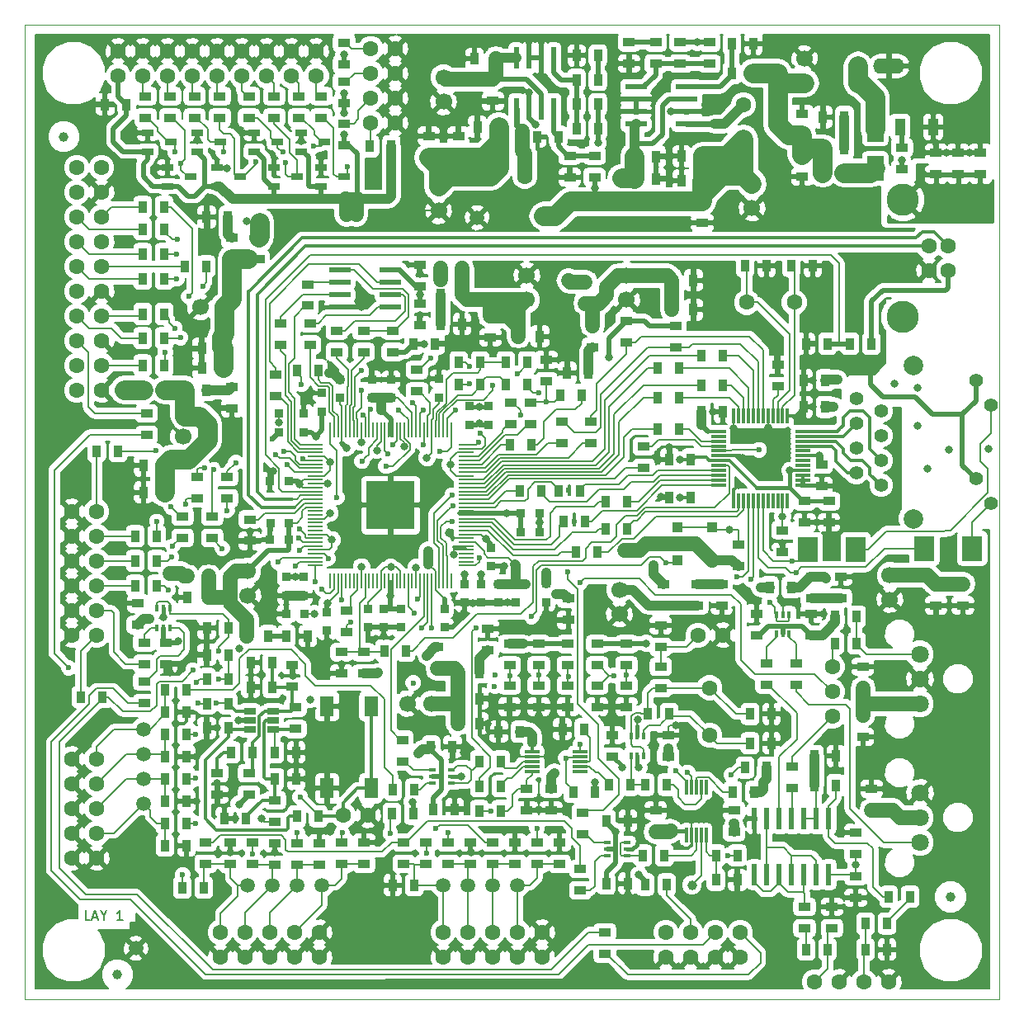
<source format=gtl>
G04 #@! TF.FileFunction,Copper,L1,Top,Signal*
%FSLAX46Y46*%
G04 Gerber Fmt 4.6, Leading zero omitted, Abs format (unit mm)*
G04 Created by KiCad (PCBNEW 4.0.5) date 02/08/17 14:10:56*
%MOMM*%
%LPD*%
G01*
G04 APERTURE LIST*
%ADD10C,0.150000*%
%ADD11C,0.200000*%
%ADD12C,0.100000*%
%ADD13R,1.300000X0.900000*%
%ADD14R,0.450000X0.800000*%
%ADD15C,1.400000*%
%ADD16C,2.000000*%
%ADD17C,1.600000*%
%ADD18C,1.500000*%
%ADD19R,0.900000X0.900000*%
%ADD20R,1.100000X1.700000*%
%ADD21R,0.900000X1.300000*%
%ADD22R,0.600000X2.200000*%
%ADD23C,1.700000*%
%ADD24O,3.200000X1.600000*%
%ADD25R,1.700000X2.500000*%
%ADD26C,1.800000*%
%ADD27C,1.000000*%
%ADD28C,3.300000*%
%ADD29R,1.000000X1.000000*%
%ADD30R,2.100000X2.600000*%
%ADD31R,1.400000X2.100000*%
%ADD32R,0.300000X1.500000*%
%ADD33R,1.500000X0.300000*%
%ADD34R,2.200000X0.600000*%
%ADD35R,0.800000X0.450000*%
%ADD36R,0.230000X1.500000*%
%ADD37R,1.500000X0.230000*%
%ADD38R,5.000000X5.000000*%
%ADD39O,2.500000X2.500000*%
%ADD40O,1.000000X1.000000*%
%ADD41R,1.200000X0.650000*%
%ADD42C,0.800000*%
%ADD43C,0.600000*%
%ADD44C,0.300000*%
%ADD45C,0.250000*%
%ADD46C,0.500000*%
%ADD47C,0.400000*%
%ADD48C,1.000000*%
%ADD49C,2.000000*%
%ADD50C,1.500000*%
%ADD51C,0.600000*%
%ADD52C,0.135000*%
%ADD53C,0.350000*%
%ADD54C,0.800000*%
%ADD55C,0.254000*%
G04 APERTURE END LIST*
D10*
D11*
X6695238Y8097619D02*
X6219047Y8097619D01*
X6219047Y9097619D01*
X6980952Y8383333D02*
X7457143Y8383333D01*
X6885714Y8097619D02*
X7219047Y9097619D01*
X7552381Y8097619D01*
X8076190Y8573810D02*
X8076190Y8097619D01*
X7742857Y9097619D02*
X8076190Y8573810D01*
X8409524Y9097619D01*
X10028572Y8097619D02*
X9457143Y8097619D01*
X9742857Y8097619D02*
X9742857Y9097619D01*
X9647619Y8954762D01*
X9552381Y8859524D01*
X9457143Y8811905D01*
D12*
X0Y100000000D02*
X100000000Y100000000D01*
X15000000Y0D02*
X0Y0D01*
X100000000Y0D02*
X15000000Y0D01*
X100000000Y100000000D02*
X100000000Y0D01*
X0Y0D02*
X0Y100000000D01*
D13*
X38750000Y26610000D03*
X38750000Y24410000D03*
D14*
X78424000Y39458000D03*
X77774000Y39458000D03*
X77124000Y39458000D03*
X77124000Y37458000D03*
X77774000Y37458000D03*
X78424000Y37458000D03*
D15*
X87850000Y52720000D03*
X85310000Y53990000D03*
X87850000Y55260000D03*
X85310000Y56530000D03*
X87850000Y57800000D03*
X85310000Y59070000D03*
X87850000Y60340000D03*
X85310000Y61610000D03*
D16*
X91150000Y49290000D03*
X91150000Y65040000D03*
D15*
X99100000Y50840000D03*
X97580000Y63490000D03*
X97580000Y53380000D03*
X99100000Y60950000D03*
D17*
X78940000Y71500000D03*
X74060000Y71500000D03*
D13*
X80680000Y37358000D03*
X80680000Y39558000D03*
D18*
X11400000Y5200000D03*
X45466000Y11684000D03*
X48006000Y11684000D03*
X50546000Y11684000D03*
D19*
X43050000Y40050000D03*
X43050000Y38150000D03*
X31000000Y39700000D03*
X31000000Y37800000D03*
X32346000Y61670000D03*
X32346000Y63570000D03*
X30500000Y60300000D03*
X30500000Y62200000D03*
X53500000Y42650000D03*
X53500000Y40750000D03*
D20*
X89800000Y89500000D03*
X93200000Y89500000D03*
D13*
X41432000Y86376000D03*
X41432000Y88576000D03*
D21*
X10432000Y91804000D03*
X8232000Y91804000D03*
D13*
X60278000Y24900000D03*
X60278000Y27100000D03*
X78750000Y21650000D03*
X78750000Y23850000D03*
D21*
X83200000Y24950000D03*
X81000000Y24950000D03*
X81000000Y21950000D03*
X83200000Y21950000D03*
X88650000Y10500000D03*
X90850000Y10500000D03*
X88476000Y5080000D03*
X86276000Y5080000D03*
D13*
X80000000Y7282000D03*
X80000000Y9482000D03*
X85250000Y14900000D03*
X85250000Y17100000D03*
X85250000Y12600000D03*
X85250000Y10400000D03*
D21*
X46650000Y24384000D03*
X48850000Y24384000D03*
X46650000Y21844000D03*
X48850000Y21844000D03*
X46652000Y19304000D03*
X48852000Y19304000D03*
D13*
X45720000Y16086000D03*
X45720000Y13886000D03*
D21*
X57350000Y27686000D03*
X55150000Y27686000D03*
D13*
X51500000Y21600000D03*
X51500000Y19400000D03*
D21*
X70900000Y12250000D03*
X73100000Y12250000D03*
D13*
X50292000Y16086000D03*
X50292000Y13886000D03*
D21*
X74850000Y21250000D03*
X72650000Y21250000D03*
D13*
X54864000Y16086000D03*
X54864000Y13886000D03*
X52578000Y13886000D03*
X52578000Y16086000D03*
X48006000Y13886000D03*
X48006000Y16086000D03*
X43434000Y13886000D03*
X43434000Y16086000D03*
X64720000Y98178000D03*
X64720000Y95978000D03*
X44480000Y86376000D03*
X44480000Y88576000D03*
D21*
X39900000Y67250000D03*
X42100000Y67250000D03*
D13*
X21250000Y62850000D03*
X21250000Y60650000D03*
D21*
X69600000Y84000000D03*
X67400000Y84000000D03*
X20350000Y66750000D03*
X18150000Y66750000D03*
X20850000Y80250000D03*
X18650000Y80250000D03*
D13*
X66000000Y24900000D03*
X66000000Y27100000D03*
D21*
X74400000Y29250000D03*
X76600000Y29250000D03*
X74400000Y26250000D03*
X76600000Y26250000D03*
X50818000Y27432000D03*
X48618000Y27432000D03*
D13*
X54000000Y21600000D03*
X54000000Y19400000D03*
D21*
X83150000Y36500000D03*
X85350000Y36500000D03*
D13*
X28128000Y92650000D03*
X28128000Y90450000D03*
X30414000Y92650000D03*
X30414000Y90450000D03*
X12380000Y92650000D03*
X12380000Y90450000D03*
X14900000Y92650000D03*
X14900000Y90450000D03*
X17400000Y92650000D03*
X17400000Y90450000D03*
X20000000Y92650000D03*
X20000000Y90450000D03*
D21*
X83150000Y39250000D03*
X85350000Y39250000D03*
D13*
X80750000Y43350000D03*
X80750000Y41150000D03*
X90000000Y85150000D03*
X90000000Y87350000D03*
D21*
X56606000Y96822000D03*
X58806000Y96822000D03*
X58806000Y94322000D03*
X56606000Y94322000D03*
X56606000Y89322000D03*
X58806000Y89322000D03*
X81900000Y87250000D03*
X84100000Y87250000D03*
D13*
X58450000Y86544000D03*
X58450000Y84344000D03*
X37750000Y66400000D03*
X37750000Y68600000D03*
D21*
X16400000Y62500000D03*
X18600000Y62500000D03*
D13*
X62000000Y95978000D03*
X62000000Y98178000D03*
X70250000Y95978000D03*
X70250000Y98178000D03*
X95750000Y84650000D03*
X95750000Y86850000D03*
D21*
X52524000Y88492000D03*
X54724000Y88492000D03*
D13*
X98000000Y84650000D03*
X98000000Y86850000D03*
X21250000Y75900000D03*
X21250000Y78100000D03*
D21*
X39850000Y19000000D03*
X37650000Y19000000D03*
X63650000Y11750000D03*
X65850000Y11750000D03*
X37600000Y87500000D03*
X35400000Y87500000D03*
X76400000Y42250000D03*
X78600000Y42250000D03*
X84100000Y84750000D03*
X81900000Y84750000D03*
D13*
X24000000Y78100000D03*
X24000000Y75900000D03*
X86868000Y19400000D03*
X86868000Y21600000D03*
X83750000Y41150000D03*
X83750000Y43350000D03*
D21*
X48628000Y89508000D03*
X46428000Y89508000D03*
D13*
X79750000Y84400000D03*
X79750000Y86600000D03*
X79750000Y90850000D03*
X79750000Y88650000D03*
D21*
X84100000Y90500000D03*
X81900000Y90500000D03*
X46150000Y96500000D03*
X48350000Y96500000D03*
D13*
X40500000Y73150000D03*
X40500000Y75350000D03*
D21*
X20350000Y64750000D03*
X18150000Y64750000D03*
D13*
X48000000Y92150000D03*
X48000000Y94350000D03*
X86000000Y31900000D03*
X86000000Y34100000D03*
X86000000Y29100000D03*
X86000000Y26900000D03*
X93500000Y42600000D03*
X93500000Y40400000D03*
X96250000Y42600000D03*
X96250000Y40400000D03*
D21*
X88476000Y7750000D03*
X86276000Y7750000D03*
X82350000Y5080000D03*
X80150000Y5080000D03*
D13*
X82804000Y9482000D03*
X82804000Y7282000D03*
D22*
X82480000Y18522000D03*
X81210000Y18522000D03*
X79940000Y18522000D03*
X78670000Y18522000D03*
X77400000Y18522000D03*
X76130000Y18522000D03*
X74860000Y18522000D03*
X82480000Y12772000D03*
X81210000Y12772000D03*
X79940000Y12772000D03*
X78670000Y12772000D03*
X77400000Y12772000D03*
X76130000Y12772000D03*
X74860000Y12772000D03*
D13*
X76108000Y32278000D03*
X76108000Y34478000D03*
X40500000Y71350000D03*
X40500000Y69150000D03*
X79156000Y34478000D03*
X79156000Y32278000D03*
X75092000Y37358000D03*
X75092000Y39558000D03*
D21*
X12150000Y62500000D03*
X14350000Y62500000D03*
X14350000Y52000000D03*
X12150000Y52000000D03*
X14350000Y54750000D03*
X12150000Y54750000D03*
X64788000Y86470000D03*
X62588000Y86470000D03*
D13*
X69500000Y81850000D03*
X69500000Y79650000D03*
D23*
X88750000Y43500000D03*
X88750000Y41000000D03*
X42956000Y94568000D03*
X42956000Y92068000D03*
X80000000Y94000000D03*
X80000000Y96500000D03*
X20500000Y71000000D03*
X18000000Y71000000D03*
X18750000Y57750000D03*
X16250000Y57750000D03*
X42448000Y83392000D03*
X42448000Y80892000D03*
D21*
X63400000Y14750000D03*
X65600000Y14750000D03*
X73100000Y14750000D03*
X70900000Y14750000D03*
X37762000Y11684000D03*
X39962000Y11684000D03*
D17*
X85500000Y95750000D03*
D24*
X88675000Y95750000D03*
D25*
X87250000Y89250000D03*
X87250000Y85250000D03*
D17*
X81026000Y1778000D03*
X83566000Y1778000D03*
X86106000Y1778000D03*
X88646000Y1778000D03*
X35490000Y89908000D03*
X38030000Y89908000D03*
X9586000Y94750000D03*
X9586000Y97290000D03*
X82850000Y29010000D03*
X82850000Y34090000D03*
X82850000Y31550000D03*
D26*
X91842000Y35387000D03*
X91842000Y32847000D03*
X91842000Y30307000D03*
X91842000Y21163000D03*
X91842000Y18623000D03*
X91842000Y16083000D03*
D27*
X95000000Y10500000D03*
X4000000Y88500000D03*
X9500000Y2500000D03*
D18*
X46400000Y80200000D03*
D21*
X7375000Y56225000D03*
X9575000Y56225000D03*
D17*
X4826000Y50038000D03*
X7366000Y50038000D03*
X4826000Y47498000D03*
X7366000Y47498000D03*
X4826000Y44958000D03*
X7366000Y44958000D03*
X4826000Y42418000D03*
X7366000Y42418000D03*
X4826000Y39878000D03*
X7366000Y39878000D03*
X7366000Y37338000D03*
X4826000Y37338000D03*
D13*
X93500000Y86850000D03*
X93500000Y84650000D03*
D21*
X64788000Y84184000D03*
X62588000Y84184000D03*
X69600000Y86500000D03*
X67400000Y86500000D03*
D23*
X74610000Y83656000D03*
X74610000Y81156000D03*
D21*
X80150000Y67250000D03*
X82350000Y67250000D03*
D13*
X47500000Y35800000D03*
X47500000Y38000000D03*
D23*
X41750000Y30336000D03*
X39250000Y30336000D03*
D21*
X44400000Y30844000D03*
X46600000Y30844000D03*
X44400000Y28304000D03*
X46600000Y28304000D03*
D13*
X72762000Y17146000D03*
X72762000Y19346000D03*
X64750000Y17150000D03*
X64750000Y19350000D03*
X77750000Y48100000D03*
X77750000Y45900000D03*
D21*
X78650000Y75250000D03*
X80850000Y75250000D03*
X82100000Y60750000D03*
X79900000Y60750000D03*
X82100000Y63500000D03*
X79900000Y63500000D03*
D13*
X19750000Y23198000D03*
X19750000Y20998000D03*
X27460000Y32082000D03*
X27460000Y34282000D03*
D21*
X25360000Y34532000D03*
X23160000Y34532000D03*
X25360000Y32032000D03*
X23160000Y32032000D03*
X20860000Y27832000D03*
X18660000Y27832000D03*
X20860000Y38082000D03*
X18660000Y38082000D03*
D13*
X53500000Y63400000D03*
X53500000Y65600000D03*
D21*
X26840000Y37250000D03*
X29040000Y37250000D03*
D23*
X22880000Y43922000D03*
X22880000Y41422000D03*
D21*
X18880000Y41200000D03*
X16680000Y41200000D03*
D19*
X27079605Y48871937D03*
X25179605Y48871937D03*
X28700000Y39500000D03*
X26800000Y39500000D03*
D13*
X71500000Y42600000D03*
X71500000Y40400000D03*
D23*
X61000000Y42000000D03*
X61000000Y39500000D03*
D13*
X55750000Y41100000D03*
X55750000Y38900000D03*
D19*
X48596000Y42570000D03*
X48596000Y40670000D03*
X26096000Y58170000D03*
X26096000Y60070000D03*
X28596000Y58170000D03*
X28596000Y60070000D03*
X26846000Y43320000D03*
X26846000Y41420000D03*
X28596000Y43320000D03*
X28596000Y41420000D03*
X36846000Y40070000D03*
X36846000Y38170000D03*
X38555605Y40070000D03*
X38555605Y38170000D03*
X45096000Y42570000D03*
X45096000Y40670000D03*
X46846000Y42570000D03*
X46846000Y40670000D03*
X45596000Y58920000D03*
X45596000Y60820000D03*
X47596000Y58920000D03*
X47596000Y60820000D03*
X37596000Y61670000D03*
X37596000Y63570000D03*
X35596000Y61670000D03*
X35596000Y63570000D03*
D21*
X42650000Y69250000D03*
X44850000Y69250000D03*
D23*
X51500000Y71750000D03*
X51500000Y74250000D03*
D13*
X47750000Y70100000D03*
X47750000Y67900000D03*
D21*
X50650000Y68000000D03*
X52850000Y68000000D03*
D19*
X50896000Y47870000D03*
X52796000Y47870000D03*
X42522000Y61750000D03*
X42522000Y63650000D03*
X27046000Y53120000D03*
X25146000Y53120000D03*
X50896000Y49870000D03*
X52796000Y49870000D03*
X35175000Y40075000D03*
X35175000Y38175000D03*
X47846000Y46320000D03*
X47846000Y44420000D03*
D28*
X90040000Y82020000D03*
X90040000Y69980000D03*
D17*
X94750000Y74750000D03*
X92750000Y74750000D03*
X92750000Y77250000D03*
X94750000Y77250000D03*
X69088000Y37338000D03*
X71628000Y37338000D03*
D29*
X67000000Y45050000D03*
X67000000Y48450000D03*
X70500000Y45050000D03*
X70500000Y48450000D03*
D17*
X35490000Y92448000D03*
X38030000Y92448000D03*
D13*
X42352000Y36100000D03*
X42352000Y33900000D03*
D21*
X16680000Y43400000D03*
X18880000Y43400000D03*
D13*
X65500000Y42600000D03*
X65500000Y40400000D03*
D21*
X42650000Y75000000D03*
X44850000Y75000000D03*
D17*
X42926000Y4318000D03*
X42926000Y6858000D03*
X45466000Y4318000D03*
X45466000Y6858000D03*
X48006000Y4318000D03*
X48006000Y6858000D03*
X50546000Y4318000D03*
X50546000Y6858000D03*
X53086000Y4318000D03*
X53086000Y6858000D03*
X20066000Y4318000D03*
X20066000Y6858000D03*
X22606000Y4318000D03*
X22606000Y6858000D03*
X25146000Y4318000D03*
X25146000Y6858000D03*
X27686000Y4318000D03*
X27686000Y6858000D03*
X30226000Y4318000D03*
X30226000Y6858000D03*
X4826000Y24638000D03*
X7366000Y24638000D03*
X4826000Y22098000D03*
X7366000Y22098000D03*
X4826000Y19558000D03*
X7366000Y19558000D03*
X4826000Y17018000D03*
X7366000Y17018000D03*
X4826000Y14478000D03*
X7366000Y14478000D03*
X32672000Y18832000D03*
X35212000Y18832000D03*
D21*
X12108000Y70300000D03*
X14308000Y70300000D03*
X12108000Y65024000D03*
X14308000Y65024000D03*
D13*
X23368000Y13886000D03*
X23368000Y16086000D03*
X27940000Y13798000D03*
X27940000Y15998000D03*
X32512000Y13886000D03*
X32512000Y16086000D03*
X21082000Y16086000D03*
X21082000Y13886000D03*
X25654000Y15998000D03*
X25654000Y13798000D03*
X30226000Y15998000D03*
X30226000Y13798000D03*
X34798000Y16086000D03*
X34798000Y13886000D03*
D21*
X16594000Y31750000D03*
X14394000Y31750000D03*
X16594000Y27178000D03*
X14394000Y27178000D03*
X16594000Y22606000D03*
X14394000Y22606000D03*
X16594000Y18034000D03*
X14394000Y18034000D03*
X16594000Y15748000D03*
X14394000Y15748000D03*
X16594000Y20320000D03*
X14394000Y20320000D03*
X16594000Y24892000D03*
X14394000Y24892000D03*
X16594000Y29464000D03*
X14394000Y29464000D03*
X44435347Y33535347D03*
X46635347Y33535347D03*
D13*
X65250000Y34100000D03*
X65250000Y31900000D03*
X65250000Y38350000D03*
X65250000Y36150000D03*
X61750000Y69600000D03*
X61750000Y67400000D03*
X73200000Y44400000D03*
X73200000Y46600000D03*
X66750000Y69100000D03*
X66750000Y66900000D03*
X77250000Y62900000D03*
X77250000Y65100000D03*
D30*
X97200000Y46250000D03*
X92300000Y46250000D03*
X85238000Y46120000D03*
X80338000Y46120000D03*
D13*
X52730000Y36450000D03*
X52730000Y34250000D03*
X52730000Y32200000D03*
X52730000Y30000000D03*
X55730000Y36450000D03*
X55730000Y34250000D03*
X55730000Y32200000D03*
X55730000Y30000000D03*
X61730000Y36450000D03*
X61730000Y34250000D03*
X61730000Y32200000D03*
X61730000Y30000000D03*
X58730000Y36450000D03*
X58730000Y34250000D03*
X58730000Y32200000D03*
X58730000Y30000000D03*
X23000000Y23198000D03*
X23000000Y20998000D03*
D21*
X23360000Y25332000D03*
X21160000Y25332000D03*
D13*
X25654000Y18204000D03*
X25654000Y20404000D03*
X27760000Y29932000D03*
X27760000Y27732000D03*
D21*
X20490000Y18542000D03*
X22690000Y18542000D03*
X27900000Y18750000D03*
X30100000Y18750000D03*
X18660000Y32832000D03*
X20860000Y32832000D03*
X18660000Y30332000D03*
X20860000Y30332000D03*
X18660000Y35332000D03*
X20860000Y35332000D03*
X22776000Y37250000D03*
X24976000Y37250000D03*
D13*
X69000000Y40400000D03*
X69000000Y42600000D03*
D21*
X76100000Y23750000D03*
X73900000Y23750000D03*
X58450000Y21250000D03*
X56250000Y21250000D03*
X27900000Y64500000D03*
X30100000Y64500000D03*
D13*
X34750000Y68600000D03*
X34750000Y66400000D03*
X16178000Y47326000D03*
X16178000Y49526000D03*
X17702000Y51390000D03*
X17702000Y53590000D03*
X29250000Y69350000D03*
X29250000Y67150000D03*
X29000000Y73350000D03*
X29000000Y71150000D03*
X26250000Y69350000D03*
X26250000Y67150000D03*
X25750000Y64100000D03*
X25750000Y61900000D03*
X19226000Y47326000D03*
X19226000Y49526000D03*
X20750000Y51390000D03*
X20750000Y53590000D03*
X32000000Y68600000D03*
X32000000Y66400000D03*
X32746000Y87650000D03*
X32746000Y89850000D03*
X40236000Y64562000D03*
X40236000Y62362000D03*
D21*
X16426000Y75184000D03*
X18626000Y75184000D03*
X12108000Y81280000D03*
X14308000Y81280000D03*
X44850000Y72250000D03*
X42650000Y72250000D03*
D13*
X32975000Y39850000D03*
X32975000Y37650000D03*
X58096000Y57020000D03*
X58096000Y59220000D03*
X55096000Y57020000D03*
X55096000Y59220000D03*
X23096000Y47020000D03*
X23096000Y49220000D03*
D21*
X54746000Y52120000D03*
X56946000Y52120000D03*
X50746000Y52120000D03*
X52946000Y52120000D03*
X13546000Y47498000D03*
X11346000Y47498000D03*
X13546000Y42418000D03*
X11346000Y42418000D03*
X13546000Y44958000D03*
X11346000Y44958000D03*
X56558000Y45847000D03*
X58758000Y45847000D03*
X59606000Y48260000D03*
X61806000Y48260000D03*
X55288000Y49022000D03*
X57488000Y49022000D03*
X59606000Y51054000D03*
X61806000Y51054000D03*
X14308000Y73914000D03*
X12108000Y73914000D03*
X14308000Y76454000D03*
X12108000Y76454000D03*
X14308000Y67818000D03*
X12108000Y67818000D03*
X14308000Y78994000D03*
X12108000Y78994000D03*
X49746000Y56870000D03*
X51946000Y56870000D03*
D13*
X51846000Y59020000D03*
X51846000Y61220000D03*
X49846000Y59020000D03*
X49846000Y61220000D03*
D31*
X35510000Y21632000D03*
X31010000Y21632000D03*
X35510000Y30032000D03*
X31010000Y30032000D03*
D18*
X27940000Y11684000D03*
X30480000Y11684000D03*
X25400000Y11684000D03*
X12192000Y25146000D03*
X12192000Y22606000D03*
X12192000Y20066000D03*
D32*
X67896000Y21728000D03*
X67896000Y16828000D03*
X68396000Y21728000D03*
X68396000Y16828000D03*
X68896000Y21728000D03*
X68896000Y16828000D03*
X69396000Y21728000D03*
X69396000Y16828000D03*
X69896000Y21728000D03*
X69896000Y16828000D03*
D33*
X56962000Y25384000D03*
X52062000Y25384000D03*
X56962000Y24884000D03*
X52062000Y24884000D03*
X56962000Y24384000D03*
X52062000Y24384000D03*
X56962000Y23884000D03*
X52062000Y23884000D03*
X56962000Y23384000D03*
X52062000Y23384000D03*
D34*
X32300000Y74790000D03*
X32300000Y73520000D03*
X32300000Y72250000D03*
X32300000Y70980000D03*
X37500000Y70980000D03*
X37500000Y72250000D03*
X37500000Y73520000D03*
X37500000Y74790000D03*
D17*
X70250000Y27060000D03*
X70250000Y31940000D03*
D13*
X14500000Y36600000D03*
X14500000Y34400000D03*
X11594000Y38400000D03*
X11594000Y40600000D03*
D21*
X73900000Y75250000D03*
X76100000Y75250000D03*
X57850000Y64250000D03*
X55650000Y64250000D03*
D23*
X61750000Y74250000D03*
X61750000Y71750000D03*
D21*
X66400000Y73750000D03*
X68600000Y73750000D03*
X66400000Y70750000D03*
X68600000Y70750000D03*
D13*
X57500000Y73600000D03*
X57500000Y71400000D03*
X49730000Y36450000D03*
X49730000Y34250000D03*
X58250000Y69100000D03*
X58250000Y66900000D03*
D34*
X67895981Y89788000D03*
X67895981Y91058000D03*
X67895981Y92328000D03*
X67895981Y93598000D03*
X62695981Y93598000D03*
X62695981Y92328000D03*
X62695981Y91058000D03*
X62695981Y89788000D03*
D21*
X41682000Y25898000D03*
X43882000Y25898000D03*
X41900000Y19500000D03*
X44100000Y19500000D03*
X59650000Y11850000D03*
X61850000Y11850000D03*
X59682000Y18314000D03*
X61882000Y18314000D03*
D17*
X5334000Y85344000D03*
X7874000Y85344000D03*
X5334000Y82804000D03*
X7874000Y82804000D03*
X5334000Y80264000D03*
X7874000Y80264000D03*
X5334000Y77724000D03*
X7874000Y77724000D03*
X5334000Y75184000D03*
X7874000Y75184000D03*
X5334000Y72644000D03*
X7874000Y72644000D03*
X5334000Y70104000D03*
X7874000Y70104000D03*
X5334000Y67564000D03*
X7874000Y67564000D03*
X5334000Y65024000D03*
X7874000Y65024000D03*
X5334000Y62484000D03*
X7874000Y62484000D03*
X65786000Y4318000D03*
X65786000Y6858000D03*
X68326000Y4318000D03*
X68326000Y6858000D03*
X70866000Y4318000D03*
X70866000Y6858000D03*
X73406000Y4318000D03*
X73406000Y6858000D03*
D13*
X41148000Y16086000D03*
X41148000Y13886000D03*
X38862000Y16086000D03*
X38862000Y13886000D03*
D21*
X16172000Y11430000D03*
X18372000Y11430000D03*
D13*
X18542000Y16086000D03*
X18542000Y13886000D03*
D21*
X51544000Y63054000D03*
X49344000Y63054000D03*
X44518000Y63054000D03*
X46718000Y63054000D03*
X51544000Y65340000D03*
X49344000Y65340000D03*
X44518000Y65340000D03*
X46718000Y65340000D03*
X37762000Y21500000D03*
X39962000Y21500000D03*
D13*
X57250000Y19100000D03*
X57250000Y16900000D03*
X57000000Y13350000D03*
X57000000Y11150000D03*
D21*
X63900000Y29250000D03*
X66100000Y29250000D03*
X59900000Y22000000D03*
X62100000Y22000000D03*
D14*
X14874000Y40116000D03*
X14224000Y40116000D03*
X13574000Y40116000D03*
X13574000Y38116000D03*
X14224000Y38116000D03*
X14874000Y38116000D03*
D35*
X43782000Y22200000D03*
X43782000Y22850000D03*
X43782000Y23500000D03*
X41782000Y23500000D03*
X41782000Y22850000D03*
X41782000Y22200000D03*
X61798000Y14758000D03*
X61798000Y15408000D03*
X61798000Y16058000D03*
X59798000Y16058000D03*
X59798000Y15408000D03*
X59798000Y14758000D03*
D14*
X63476000Y27000000D03*
X62826000Y27000000D03*
X62176000Y27000000D03*
X62176000Y25000000D03*
X62826000Y25000000D03*
X63476000Y25000000D03*
D36*
X43731605Y58437937D03*
X43331605Y58437937D03*
X42931605Y58437937D03*
X42531605Y58437937D03*
X42131605Y58437937D03*
X41731605Y58437937D03*
X41331605Y58437937D03*
X40931605Y58437937D03*
X40531605Y58437937D03*
X40131605Y58437937D03*
X39731605Y58437937D03*
X39331605Y58437937D03*
X38931605Y58437937D03*
X38531605Y58437937D03*
X38131605Y58437937D03*
X37731605Y58437937D03*
X37331605Y58437937D03*
X36931605Y58437937D03*
X36531605Y58437937D03*
X36131605Y58437937D03*
X35731605Y58437937D03*
X35331605Y58437937D03*
X34931605Y58437937D03*
X34531605Y58437937D03*
X34131605Y58437937D03*
X33731605Y58437937D03*
X33331605Y58437937D03*
X32931605Y58437937D03*
X32531605Y58437937D03*
X32131605Y58437937D03*
X31731605Y58437937D03*
X31331605Y58437937D03*
D37*
X29781605Y56887937D03*
X29781605Y56487937D03*
X29781605Y56087937D03*
X29781605Y55687937D03*
X29781605Y55287937D03*
X29781605Y54887937D03*
X29781605Y54487937D03*
X29781605Y54087937D03*
X29781605Y53687937D03*
X29781605Y53287937D03*
X29781605Y52887937D03*
X29781605Y52487937D03*
X29781605Y52087937D03*
X29781605Y51687937D03*
X29781605Y51287937D03*
X29781605Y50887937D03*
X29781605Y50487937D03*
X29781605Y50087937D03*
X29781605Y49687937D03*
X29781605Y49287937D03*
X29781605Y48887937D03*
X29781605Y48487937D03*
X29781605Y48087937D03*
X29781605Y47687937D03*
X29781605Y47287937D03*
X29781605Y46887937D03*
X29781605Y46487937D03*
X29781605Y46087937D03*
X29781605Y45687937D03*
X29781605Y45287937D03*
X29781605Y44887937D03*
X29781605Y44487937D03*
D36*
X31331605Y42937937D03*
X31731605Y42937937D03*
X32131605Y42937937D03*
X32531605Y42937937D03*
X32931605Y42937937D03*
X33331605Y42937937D03*
X33731605Y42937937D03*
X34131605Y42937937D03*
X34531605Y42937937D03*
X34931605Y42937937D03*
X35331605Y42937937D03*
X35731605Y42937937D03*
X36131605Y42937937D03*
X36531605Y42937937D03*
X36931605Y42937937D03*
X37331605Y42937937D03*
X37731605Y42937937D03*
X38131605Y42937937D03*
X38531605Y42937937D03*
X38931605Y42937937D03*
X39331605Y42937937D03*
X39731605Y42937937D03*
X40131605Y42937937D03*
X40531605Y42937937D03*
X40931605Y42937937D03*
X41331605Y42937937D03*
X41731605Y42937937D03*
X42131605Y42937937D03*
X42531605Y42937937D03*
X42931605Y42937937D03*
X43331605Y42937937D03*
X43731605Y42937937D03*
D37*
X45281605Y44487937D03*
X45281605Y44887937D03*
X45281605Y45287937D03*
X45281605Y45687937D03*
X45281605Y46087937D03*
X45281605Y46487937D03*
X45281605Y46887937D03*
X45281605Y47287937D03*
X45281605Y47687937D03*
X45281605Y48087937D03*
X45281605Y48487937D03*
X45281605Y48887937D03*
X45281605Y49287937D03*
X45281605Y49687937D03*
X45281605Y50087937D03*
X45281605Y50487937D03*
X45281605Y50887937D03*
X45281605Y51287937D03*
X45281605Y51687937D03*
X45281605Y52087937D03*
X45281605Y52487937D03*
X45281605Y52887937D03*
X45281605Y53287937D03*
X45281605Y53687937D03*
X45281605Y54087937D03*
X45281605Y54487937D03*
X45281605Y54887937D03*
X45281605Y55287937D03*
X45281605Y55687937D03*
X45281605Y56087937D03*
X45281605Y56487937D03*
X45281605Y56887937D03*
D38*
X37531605Y50687937D03*
D39*
X37531605Y50687937D03*
D40*
X39281605Y52437937D03*
X37531605Y52437937D03*
X35781605Y52437937D03*
X35781605Y50687937D03*
X35781605Y48937937D03*
X37531605Y48937937D03*
X39281605Y48937937D03*
X39281605Y50687937D03*
D21*
X57100000Y62000000D03*
X54900000Y62000000D03*
D13*
X12500000Y57900000D03*
X12500000Y60100000D03*
X63500000Y56726000D03*
X63500000Y54526000D03*
D21*
X67100000Y58500000D03*
X64900000Y58500000D03*
X67100000Y61750000D03*
X64900000Y61750000D03*
X71600000Y63000000D03*
X69400000Y63000000D03*
X67100000Y64750000D03*
X64900000Y64750000D03*
X71600000Y66000000D03*
X69400000Y66000000D03*
D13*
X49730000Y32200000D03*
X49730000Y30000000D03*
D21*
X74750000Y98016000D03*
X72550000Y98016000D03*
X72550000Y95016000D03*
X74750000Y95016000D03*
X58806000Y91822000D03*
X56606000Y91822000D03*
D13*
X67250000Y98178000D03*
X67250000Y95978000D03*
D21*
X5750000Y31000000D03*
X7950000Y31000000D03*
D13*
X59500000Y4650000D03*
X59500000Y6850000D03*
X12250000Y34400000D03*
X12250000Y36600000D03*
X12250000Y30400000D03*
X12250000Y32600000D03*
D18*
X42926000Y11684000D03*
X22860000Y11684000D03*
X12192000Y27686000D03*
D13*
X34750000Y33400000D03*
X34750000Y35600000D03*
X32500000Y35600000D03*
X32500000Y33400000D03*
D33*
X79850000Y52750000D03*
X79850000Y53250000D03*
X79850000Y53750000D03*
X79850000Y54250000D03*
X79850000Y54750000D03*
X79850000Y55250000D03*
X79850000Y55750000D03*
X79850000Y56250000D03*
X79850000Y56750000D03*
X79850000Y57250000D03*
X79850000Y57750000D03*
X79850000Y58250000D03*
D32*
X78250000Y59850000D03*
X77750000Y59850000D03*
X77250000Y59850000D03*
X76750000Y59850000D03*
X76250000Y59850000D03*
X75750000Y59850000D03*
X75250000Y59850000D03*
X74750000Y59850000D03*
X74250000Y59850000D03*
X73750000Y59850000D03*
X73250000Y59850000D03*
X72750000Y59850000D03*
D33*
X71150000Y58250000D03*
X71150000Y57750000D03*
X71150000Y57250000D03*
X71150000Y56750000D03*
X71150000Y56250000D03*
X71150000Y55750000D03*
X71150000Y55250000D03*
X71150000Y54750000D03*
X71150000Y54250000D03*
X71150000Y53750000D03*
X71150000Y53250000D03*
X71150000Y52750000D03*
D32*
X72750000Y51150000D03*
X73250000Y51150000D03*
X73750000Y51150000D03*
X74250000Y51150000D03*
X74750000Y51150000D03*
X75250000Y51150000D03*
X75750000Y51150000D03*
X76250000Y51150000D03*
X76750000Y51150000D03*
X77250000Y51150000D03*
X77750000Y51150000D03*
X78250000Y51150000D03*
D13*
X55910000Y84344000D03*
X55910000Y86544000D03*
D21*
X25660000Y22582000D03*
X27860000Y22582000D03*
X25660000Y25332000D03*
X27860000Y25332000D03*
D17*
X51310000Y84428000D03*
X47810000Y84428000D03*
X73750000Y91748000D03*
X73750000Y88248000D03*
D22*
X50436000Y91372000D03*
X51706000Y91372000D03*
X52976000Y91372000D03*
X54246000Y91372000D03*
X54246000Y96572000D03*
X52976000Y96572000D03*
X51706000Y96572000D03*
X50436000Y96572000D03*
D41*
X25460000Y28582000D03*
X23060000Y29532000D03*
X23060000Y28582000D03*
X23060000Y27632000D03*
X25460000Y27632000D03*
X25460000Y29532000D03*
D19*
X50346000Y42570000D03*
X50346000Y40670000D03*
X27046000Y47120000D03*
X25146000Y47120000D03*
D21*
X68350000Y51500000D03*
X66150000Y51500000D03*
D13*
X80000000Y51100000D03*
X80000000Y48900000D03*
D21*
X68350000Y55372000D03*
X66150000Y55372000D03*
D13*
X82500000Y51100000D03*
X82500000Y48900000D03*
X81750000Y54850000D03*
X81750000Y52650000D03*
D21*
X69400000Y60250000D03*
X71600000Y60250000D03*
X36900000Y35750000D03*
X39100000Y35750000D03*
D41*
X25926000Y87926000D03*
X23526000Y88876000D03*
X23526000Y86976000D03*
X22116000Y84370000D03*
X19716000Y85320000D03*
X19716000Y83420000D03*
X27958000Y84370000D03*
X25558000Y85320000D03*
X25558000Y83420000D03*
X20084000Y87926000D03*
X17684000Y88876000D03*
X17684000Y86976000D03*
X30752000Y87926000D03*
X28352000Y88876000D03*
X28352000Y86976000D03*
X17036000Y84370000D03*
X14636000Y85320000D03*
X14636000Y83420000D03*
D21*
X86850000Y67250000D03*
X84650000Y67250000D03*
X65850000Y22000000D03*
X63650000Y22000000D03*
D41*
X32784000Y84370000D03*
X30384000Y85320000D03*
X30384000Y83420000D03*
X15004000Y87926000D03*
X12604000Y88876000D03*
X12604000Y86976000D03*
D17*
X35490000Y94988000D03*
X38030000Y94988000D03*
X35490000Y97528000D03*
X38030000Y97528000D03*
D13*
X25588000Y92650000D03*
X25588000Y90450000D03*
X23000000Y92650000D03*
X23000000Y90450000D03*
X32746000Y91900000D03*
X32746000Y94100000D03*
X32746000Y95900000D03*
X32746000Y98100000D03*
D17*
X19746000Y97278000D03*
X19746000Y94738000D03*
X17206000Y97278000D03*
X17206000Y94738000D03*
X14666000Y97278000D03*
X14666000Y94738000D03*
X12126000Y97278000D03*
X12126000Y94738000D03*
X29906000Y97290000D03*
X29906000Y94750000D03*
X27366000Y97290000D03*
X27366000Y94750000D03*
X24826000Y97290000D03*
X24826000Y94750000D03*
X22286000Y97290000D03*
X22286000Y94750000D03*
D27*
X68450000Y11700000D03*
D42*
X66908999Y15717363D03*
D43*
X25470870Y86555537D03*
D42*
X10462995Y88876066D03*
X28341970Y88047795D03*
X17685443Y88098300D03*
D43*
X55800000Y52200000D03*
X56400000Y49000000D03*
D42*
X26100000Y59200000D03*
X25443370Y54179729D03*
X21814799Y59257699D03*
X77821140Y40707748D03*
X49709022Y38445502D03*
X53928128Y38909740D03*
X70800000Y34200000D03*
X72200000Y72800000D03*
X77241544Y66354176D03*
X72738247Y58597906D03*
X76262186Y58628818D03*
X28931338Y25301900D03*
X29087384Y61976091D03*
X24236293Y30633942D03*
X43467102Y47791698D03*
X15583509Y41192854D03*
X74475730Y40945699D03*
X28919348Y35708267D03*
X86649174Y25260230D03*
X45750000Y15050000D03*
X16388656Y64660273D03*
X16368727Y65895836D03*
X80200000Y16150000D03*
X8150000Y35250000D03*
X12300000Y13250000D03*
X16700000Y7750000D03*
X59750000Y8550000D03*
X60049610Y1951213D03*
X30399158Y86425649D03*
X32708025Y29768110D03*
X32839512Y22122721D03*
X28900027Y22619039D03*
X60280724Y31137392D03*
X13564831Y85321294D03*
X18927850Y77902833D03*
X73200780Y52741310D03*
X31188076Y36607706D03*
X45044862Y39579372D03*
X83626411Y17033725D03*
X83009396Y23519527D03*
X85373041Y42810438D03*
X68401245Y18768311D03*
X66418764Y19571738D03*
X19747343Y27858452D03*
X30919030Y17257676D03*
X15454064Y28287097D03*
X14882749Y33494007D03*
X65253282Y51524758D03*
X77864737Y27824536D03*
X47495832Y28300987D03*
X52733346Y29116703D03*
X51242101Y30402676D03*
X32506036Y34348349D03*
X17480584Y35336513D03*
X15737562Y14183393D03*
X61845577Y10732591D03*
X62971444Y18326840D03*
X53826697Y25279129D03*
X50304742Y25279179D03*
X45059431Y25288430D03*
X96900000Y86850000D03*
X93950000Y91300000D03*
X93500000Y87900000D03*
X92200000Y86850000D03*
X94600000Y86850000D03*
X95000000Y88200000D03*
X95000000Y91200000D03*
X36469557Y4375075D03*
X77000000Y9000000D03*
X88500000Y3600000D03*
X67750000Y34800000D03*
X79700000Y82900000D03*
X80900000Y81000000D03*
X69950000Y70800000D03*
X70250000Y73750000D03*
X28850000Y79750000D03*
X54900000Y67750000D03*
X56350000Y66450000D03*
X42862112Y65008708D03*
X43500000Y66900000D03*
X45442543Y66877242D03*
X40500000Y74450000D03*
X46600000Y60750000D03*
X52800000Y48900000D03*
X46200000Y69250000D03*
X9750000Y40850000D03*
X63179998Y16382883D03*
X44100000Y21000000D03*
X66786217Y28093772D03*
X40500000Y70150000D03*
X60783466Y91043104D03*
X73652951Y55503633D03*
X76200000Y98000000D03*
X79750000Y92050000D03*
X81950000Y92250000D03*
X38300000Y80050000D03*
X43000000Y88500000D03*
X46500000Y91000000D03*
X44500000Y90000000D03*
X44500000Y96500000D03*
X46000000Y98500000D03*
X43000000Y98500000D03*
X1500000Y98000000D03*
X1500000Y84500000D03*
X1500000Y74000000D03*
X1500000Y56000000D03*
X1500000Y43500000D03*
X2000000Y31000000D03*
X1500000Y19000000D03*
X1500000Y8500000D03*
X1500000Y1500000D03*
X12000000Y1500000D03*
X21000000Y1500000D03*
X29000000Y1500000D03*
X36500000Y1500000D03*
X76500000Y2000000D03*
X92500000Y1500000D03*
X98500000Y2000000D03*
X98500000Y7500000D03*
X98500000Y14500000D03*
X98500000Y22000000D03*
X98500000Y28000000D03*
X98500000Y34000000D03*
X98500000Y40000000D03*
X94850000Y40400000D03*
X86750000Y65350000D03*
X81250000Y48950000D03*
X84150000Y48850000D03*
X66150000Y56650000D03*
X80850000Y63500000D03*
X80850000Y60750000D03*
X70600000Y60250000D03*
X14200000Y39200000D03*
X20750000Y85250000D03*
X44750000Y22850010D03*
X62859071Y28712944D03*
X7554000Y89772000D03*
X34500000Y71000000D03*
X31250000Y64250000D03*
X38000000Y65000000D03*
X77250000Y75250000D03*
X82500000Y74750000D03*
X27474460Y33166886D03*
X17543502Y38299109D03*
X66000000Y84250000D03*
X66250000Y86500000D03*
X22350000Y88900000D03*
X56600000Y98250000D03*
X60250000Y96500000D03*
X66300000Y91050000D03*
X69650000Y91050000D03*
X51750000Y98300000D03*
X53000000Y98300000D03*
X60750000Y92350000D03*
X64550000Y92350000D03*
X52400000Y89750000D03*
X51700000Y93000000D03*
X53800000Y86700000D03*
X9849990Y51131205D03*
X9849990Y53880472D03*
X25500000Y39525000D03*
X25400000Y41500000D03*
X80325000Y65200000D03*
X23125000Y47975000D03*
X49175000Y44425000D03*
X49475000Y40675000D03*
X45950000Y40650000D03*
X83250000Y52650000D03*
X77750000Y46800000D03*
X81975000Y39550000D03*
X87525000Y34125000D03*
X52775000Y19425000D03*
X54850000Y17250000D03*
X50300000Y17300000D03*
X36450000Y11650000D03*
X17625000Y24900000D03*
X17625000Y20325000D03*
X21075000Y15050000D03*
X25650000Y15075000D03*
X36250000Y16125000D03*
X86900000Y23050000D03*
X82800000Y10700000D03*
X84900000Y8900000D03*
X74950000Y16550000D03*
X71200000Y19350000D03*
X54250000Y30000000D03*
X36850000Y37200000D03*
X21950000Y28600000D03*
X19750000Y22150000D03*
X21600000Y18550000D03*
X24250000Y33300000D03*
X61250000Y84200000D03*
X63750000Y36500000D03*
X40404921Y25224618D03*
X90000000Y86100000D03*
X69000000Y98178000D03*
X59950000Y65830936D03*
X12750000Y39000000D03*
X51100000Y36450000D03*
X41250000Y35250000D03*
X42650000Y73800001D03*
X55782007Y73750000D03*
X53220177Y80348535D03*
X54463661Y80327808D03*
X41000000Y67250000D03*
X40500000Y72250000D03*
X34000000Y80500000D03*
X33000000Y80500000D03*
X10250000Y62500000D03*
X22000000Y36000000D03*
X15750000Y36750000D03*
X63000000Y12750000D03*
X58500000Y22250000D03*
X60598001Y17197999D03*
X36250000Y33500000D03*
X29250000Y30750000D03*
X22000000Y20000000D03*
X39750000Y20250000D03*
X75750000Y22250000D03*
X75500000Y42250000D03*
X68800000Y46750000D03*
X61530936Y46038060D03*
X58500000Y83250000D03*
X32750000Y96950000D03*
X32750000Y92950000D03*
X32750000Y88750000D03*
X32750000Y90900000D03*
D43*
X25400000Y57450000D03*
D42*
X43981593Y45599989D03*
X34500000Y57150000D03*
X36575440Y60472597D03*
X53500000Y43750000D03*
X20200000Y67920081D03*
X29675000Y39550000D03*
X43675000Y54850000D03*
X27725000Y43300000D03*
X46600000Y59125000D03*
X46825000Y43575000D03*
X45100000Y43575000D03*
X40150000Y44300000D03*
X37525000Y41425000D03*
X34550000Y44350000D03*
X31514426Y47125323D03*
X29850000Y57725000D03*
X31275000Y55125000D03*
X32997400Y56567444D03*
X36110624Y56301642D03*
X47301048Y47215693D03*
X28159533Y52858245D03*
X41250000Y55550000D03*
X41350000Y45950000D03*
X38900000Y56675000D03*
X31300000Y49875000D03*
X37550000Y44325000D03*
X31025000Y40600000D03*
X61250000Y23750000D03*
X63000000Y23750000D03*
X72750000Y18000000D03*
X66250000Y17250000D03*
X66000000Y25750000D03*
X51718000Y27432000D03*
X54350000Y23200000D03*
D43*
X48250000Y33250000D03*
X53500000Y61250000D03*
X17581235Y32517814D03*
D42*
X54500000Y41550000D03*
X51400000Y42550000D03*
D43*
X33400010Y38714727D03*
X52000000Y39250000D03*
X65802381Y44739270D03*
X39990949Y39649990D03*
X57000000Y42750000D03*
D42*
X42800000Y86376000D03*
X24250000Y18500000D03*
X22750000Y79849989D03*
X64514011Y44517329D03*
X58800000Y87850000D03*
X14900000Y43700000D03*
X24100000Y79700000D03*
D43*
X15182718Y46501391D03*
X55500000Y24750000D03*
X68000000Y23250000D03*
X66751254Y23465688D03*
X57000000Y26131990D03*
X72500000Y23000000D03*
X16500000Y50750000D03*
X13477881Y56249631D03*
X34593449Y55178389D03*
X41617941Y65767605D03*
X76400000Y40750000D03*
X32012502Y51454549D03*
X17550000Y22650000D03*
X25982973Y44843487D03*
X17550000Y27200000D03*
X27742301Y44450573D03*
X17500000Y18050000D03*
X32500630Y40937516D03*
X17250000Y33750000D03*
X28495884Y55448374D03*
X15000000Y50500000D03*
X18416355Y54506708D03*
X26614220Y56202197D03*
X29800000Y42850000D03*
X27950000Y17050000D03*
X26948587Y54846036D03*
X21644227Y55045313D03*
X30506380Y42083587D03*
X23350282Y14901346D03*
X40281595Y41049305D03*
X32550000Y17050000D03*
X40683478Y38050010D03*
X42157591Y17484039D03*
X41701587Y38050010D03*
X43454960Y17122188D03*
X48000000Y63000000D03*
X52550000Y17550000D03*
D42*
X82201629Y43143992D03*
X82250000Y37750000D03*
X85250000Y13800000D03*
X83000000Y60800000D03*
X83400000Y63600000D03*
D43*
X19859988Y35699990D03*
X17750000Y30350000D03*
X19350384Y54333178D03*
X25712712Y55902521D03*
X39766914Y61209544D03*
X18241646Y73171741D03*
X16802141Y72081828D03*
X38374642Y60436114D03*
X37050515Y54672871D03*
X13540060Y49002356D03*
X37748003Y56904887D03*
X14683569Y42011049D03*
X15026780Y45351351D03*
X37277942Y55933427D03*
X46543712Y57139594D03*
X15600000Y73900000D03*
X46757452Y58065250D03*
X15600000Y76450000D03*
X42609546Y56196687D03*
X15967100Y67849533D03*
X15680056Y77953101D03*
X44170046Y60400010D03*
D42*
X92355975Y83369867D03*
X98500000Y83150000D03*
X97300000Y83150000D03*
X96000000Y83150000D03*
X94700000Y83150000D03*
X93500000Y83150000D03*
X92150000Y84650000D03*
X91591813Y58793093D03*
X91625140Y62714572D03*
X98905694Y56449171D03*
X89189008Y63133765D03*
X94800000Y56400000D03*
X92600000Y54400000D03*
D43*
X45594862Y64923061D03*
X45596000Y63120000D03*
X55736946Y43819785D03*
X40893732Y60477955D03*
X14400000Y66400000D03*
X15400000Y68800000D03*
X40921414Y56910421D03*
X50843278Y59903944D03*
X46264494Y38106839D03*
X28389546Y63081464D03*
X47850288Y19300000D03*
X39850000Y32450000D03*
X48200000Y32100000D03*
X72150000Y14750000D03*
D42*
X31075000Y52900000D03*
D43*
X28250000Y20750000D03*
X4500000Y34000000D03*
X19660002Y30350000D03*
X19900000Y32850000D03*
D42*
X67250000Y55350000D03*
X67250000Y51500000D03*
X78500000Y54250000D03*
X72290593Y48124911D03*
X77750000Y49500000D03*
X66390109Y72166601D03*
X81500000Y55750000D03*
D43*
X75330853Y56356902D03*
X49730000Y33200000D03*
X79117460Y43773225D03*
X60434134Y33208512D03*
X78750000Y44955251D03*
X61730000Y33250000D03*
X73062917Y43305923D03*
X52730000Y33250000D03*
X74482834Y43059568D03*
X55774627Y33105373D03*
X52717423Y62250283D03*
X41250000Y15000000D03*
X50502236Y64191882D03*
X16200000Y12750000D03*
X43850000Y51700000D03*
X43900000Y50650000D03*
X43850000Y49050000D03*
X46600465Y45316578D03*
X37500000Y17000000D03*
X20250000Y46250000D03*
X20757490Y50146435D03*
X26475900Y86956283D03*
X34500000Y64500000D03*
X23694331Y85903565D03*
X28205675Y48228799D03*
X26723687Y85868774D03*
X34500000Y62500000D03*
X28138106Y47281203D03*
X20350000Y86950000D03*
X29600000Y87550000D03*
X34681595Y59900000D03*
X15971019Y85792097D03*
X28150000Y46050000D03*
X33050000Y85400000D03*
X35450000Y60550000D03*
X31108600Y45199353D03*
X15400000Y86950000D03*
D42*
X69399777Y58953391D03*
X49450000Y49870000D03*
D44*
X68396000Y15762270D02*
X68318349Y15762270D01*
X68318349Y15762270D02*
X68058977Y15502898D01*
X68058977Y15502898D02*
X67833418Y15502898D01*
D45*
X68396000Y16828000D02*
X68396000Y15762270D01*
D11*
X67729823Y15462224D02*
X67474684Y15717363D01*
X67474684Y15717363D02*
X66908999Y15717363D01*
X25558000Y86468407D02*
X25470870Y86555537D01*
X25558000Y85320000D02*
X25558000Y86468407D01*
X10463061Y88876000D02*
X10462995Y88876066D01*
X12604000Y88876000D02*
X10463061Y88876000D01*
X28352000Y88057825D02*
X28341970Y88047795D01*
X28352000Y88876000D02*
X28352000Y88057825D01*
X17684000Y88099743D02*
X17685443Y88098300D01*
X17684000Y88876000D02*
X17684000Y88099743D01*
X26096000Y60070000D02*
X26096000Y59204000D01*
X26096000Y59204000D02*
X26100000Y59200000D01*
X25443370Y53417370D02*
X25146000Y53120000D01*
X25443370Y54179729D02*
X25443370Y53417370D01*
X25146000Y53882359D02*
X25443370Y54179729D01*
X25146000Y53120000D02*
X25146000Y53882359D01*
X21414800Y59657698D02*
X21814799Y59257699D01*
X21250000Y59822498D02*
X21414800Y59657698D01*
X21250000Y60650000D02*
X21250000Y59822498D01*
X77821140Y40707748D02*
X77774000Y40660608D01*
X77774000Y40660608D02*
X77774000Y39458000D01*
X49709022Y38445502D02*
X49709022Y38364864D01*
X49709022Y38364864D02*
X49344158Y38000000D01*
X49344158Y38000000D02*
X47500000Y38000000D01*
X55750000Y38900000D02*
X53937868Y38900000D01*
X53937868Y38900000D02*
X53928128Y38909740D01*
X67750000Y34800000D02*
X70200000Y34800000D01*
X70200000Y34800000D02*
X70800000Y34200000D01*
X70250000Y73750000D02*
X71250000Y73750000D01*
X71250000Y73750000D02*
X72200000Y72800000D01*
D46*
X77241544Y66354176D02*
X77172226Y66354176D01*
X77172226Y66354176D02*
X77125000Y66306950D01*
X77125000Y66306950D02*
X77125000Y65100000D01*
D11*
X72750000Y59850000D02*
X72750000Y58609659D01*
X72750000Y58609659D02*
X72738247Y58597906D01*
D47*
X76250000Y58616632D02*
X76262186Y58628818D01*
D11*
X76250000Y59850000D02*
X76250000Y58641004D01*
X76250000Y58641004D02*
X76262186Y58628818D01*
X27860000Y25332000D02*
X28901238Y25332000D01*
X28901238Y25332000D02*
X28931338Y25301900D01*
X29087384Y61976091D02*
X28596000Y61484707D01*
X28596000Y61484707D02*
X28596000Y60070000D01*
X24236293Y30633942D02*
X23373593Y30633942D01*
X23373593Y30633942D02*
X23160000Y30847535D01*
X23160000Y30847535D02*
X23160000Y32032000D01*
X43467102Y47791698D02*
X43970863Y47287937D01*
X43970863Y47287937D02*
X45281605Y47287937D01*
X15583509Y41192854D02*
X15590655Y41200000D01*
X15590655Y41200000D02*
X16680000Y41200000D01*
X74475730Y40945699D02*
X74635682Y40945699D01*
X74635682Y40945699D02*
X75092000Y40489381D01*
X75092000Y40489381D02*
X75092000Y39558000D01*
X28919348Y35708267D02*
X29040000Y35828919D01*
X29040000Y35828919D02*
X29040000Y37250000D01*
X86649174Y25260230D02*
X86000000Y25909404D01*
X86000000Y25909404D02*
X86000000Y26900000D01*
X45720000Y16086000D02*
X45720000Y15080000D01*
X45720000Y15080000D02*
X45750000Y15050000D01*
X16388656Y64660273D02*
X16478383Y64750000D01*
X16478383Y64750000D02*
X18150000Y64750000D01*
X16368727Y65895836D02*
X17222891Y66750000D01*
X17222891Y66750000D02*
X18150000Y66750000D01*
X7366000Y14478000D02*
X8594000Y13250000D01*
X8594000Y13250000D02*
X12300000Y13250000D01*
X20066000Y4318000D02*
X20066000Y4384000D01*
X20066000Y4384000D02*
X16700000Y7750000D01*
X60049610Y1951213D02*
X60000823Y2000000D01*
X60000823Y2000000D02*
X37000000Y2000000D01*
X37000000Y2000000D02*
X36500000Y1500000D01*
X30399158Y86425649D02*
X30384000Y86410491D01*
X30384000Y86410491D02*
X30384000Y85320000D01*
X32708025Y29768110D02*
X32239195Y29768110D01*
X32239195Y29768110D02*
X31975305Y30032000D01*
X31975305Y30032000D02*
X31010000Y30032000D01*
X32839512Y22122721D02*
X32348791Y21632000D01*
X32348791Y21632000D02*
X31010000Y21632000D01*
X28900027Y22619039D02*
X28862988Y22582000D01*
X28862988Y22582000D02*
X27860000Y22582000D01*
X58730000Y30000000D02*
X59916211Y30000000D01*
X59916211Y30000000D02*
X60280724Y30364513D01*
X60280724Y30364513D02*
X60280724Y31137392D01*
X13564831Y85321294D02*
X14634706Y85321294D01*
X14634706Y85321294D02*
X14636000Y85320000D01*
X18927850Y77902833D02*
X18927850Y79972150D01*
X18927850Y79972150D02*
X18650000Y80250000D01*
D44*
X72800781Y52341311D02*
X73200780Y52741310D01*
X72750000Y52290530D02*
X72800781Y52341311D01*
X72750000Y51150000D02*
X72750000Y52290530D01*
D11*
X31000000Y36795782D02*
X31188076Y36607706D01*
X31000000Y37800000D02*
X31000000Y36795782D01*
X45044862Y39494862D02*
X45044862Y39579372D01*
X43700000Y38150000D02*
X45044862Y39494862D01*
X43050000Y38150000D02*
X43700000Y38150000D01*
X83692686Y17100000D02*
X83626411Y17033725D01*
X85250000Y17100000D02*
X83692686Y17100000D01*
X83200000Y24950000D02*
X83200000Y23710131D01*
X83200000Y23710131D02*
X83009396Y23519527D01*
X84973042Y43210437D02*
X85373041Y42810438D01*
X84833479Y43350000D02*
X84973042Y43210437D01*
X83750000Y43350000D02*
X84833479Y43350000D01*
X68396000Y18763066D02*
X68401245Y18768311D01*
X68396000Y16828000D02*
X68396000Y18763066D01*
X66197026Y19350000D02*
X66418764Y19571738D01*
X64750000Y19350000D02*
X66197026Y19350000D01*
X19720891Y27832000D02*
X19747343Y27858452D01*
X18660000Y27832000D02*
X19720891Y27832000D01*
X30835676Y17257676D02*
X30919030Y17257676D01*
X30226000Y15998000D02*
X30226000Y16648000D01*
X30226000Y16648000D02*
X30835676Y17257676D01*
D44*
X15454064Y28287097D02*
X16367097Y28287097D01*
X16367097Y28287097D02*
X16594000Y28514000D01*
X16594000Y28514000D02*
X16594000Y29464000D01*
D46*
X14882749Y33494007D02*
X14882749Y34017251D01*
X14882749Y34017251D02*
X14500000Y34400000D01*
D11*
X14755993Y33494007D02*
X14882749Y33494007D01*
X14500000Y33750000D02*
X14755993Y33494007D01*
X14500000Y34400000D02*
X14500000Y33750000D01*
X65278040Y51500000D02*
X65253282Y51524758D01*
X66150000Y51500000D02*
X65278040Y51500000D01*
X76600000Y26250000D02*
X76600000Y27448919D01*
X76600000Y27448919D02*
X76975617Y27824536D01*
X76975617Y27824536D02*
X77864737Y27824536D01*
D46*
X46603013Y28300987D02*
X46930147Y28300987D01*
X47495832Y27735302D02*
X47495832Y28300987D01*
X47495832Y27604168D02*
X47495832Y27735302D01*
X46930147Y28300987D02*
X47495832Y28300987D01*
X48618000Y27432000D02*
X47668000Y27432000D01*
X47668000Y27432000D02*
X47495832Y27604168D01*
X46600000Y28304000D02*
X46603013Y28300987D01*
D11*
X52730000Y29120049D02*
X52733346Y29116703D01*
X52730000Y30000000D02*
X52730000Y29120049D01*
X51642100Y30002677D02*
X51242101Y30402676D01*
X51644777Y30000000D02*
X51642100Y30002677D01*
X52730000Y30000000D02*
X51644777Y30000000D01*
X32500000Y33400000D02*
X32500000Y34342313D01*
X32500000Y34342313D02*
X32506036Y34348349D01*
X17485097Y35332000D02*
X17480584Y35336513D01*
X18660000Y35332000D02*
X17485097Y35332000D01*
X16594000Y15748000D02*
X16594000Y14613266D01*
X16594000Y14613266D02*
X16164127Y14183393D01*
X16164127Y14183393D02*
X15737562Y14183393D01*
X61850000Y10737014D02*
X61845577Y10732591D01*
X61850000Y11850000D02*
X61850000Y10737014D01*
X62958604Y18314000D02*
X62971444Y18326840D01*
X61882000Y18314000D02*
X62958604Y18314000D01*
X53431568Y24884000D02*
X53826697Y25279129D01*
X52062000Y24884000D02*
X53431568Y24884000D01*
X50699921Y24884000D02*
X52062000Y24884000D01*
X50699921Y24884000D02*
X50304742Y25279179D01*
X45059431Y25370569D02*
X45059431Y25288430D01*
X44532000Y25898000D02*
X45059431Y25370569D01*
X43882000Y25898000D02*
X44532000Y25898000D01*
X95750000Y86850000D02*
X96900000Y86850000D01*
X95000000Y91200000D02*
X94050000Y91200000D01*
X94050000Y91200000D02*
X93950000Y91300000D01*
X93500000Y86850000D02*
X93500000Y87900000D01*
X93500000Y86850000D02*
X92200000Y86850000D01*
X93500000Y86850000D02*
X94600000Y86850000D01*
X94700000Y89500000D02*
X95000000Y89800000D01*
X95000000Y89800000D02*
X95000000Y91200000D01*
X93200000Y89500000D02*
X94700000Y89500000D01*
D46*
X86750000Y65350000D02*
X86750000Y63050000D01*
X86750000Y63050000D02*
X88000000Y61800000D01*
X88000000Y61800000D02*
X91328831Y61800000D01*
X91328831Y61800000D02*
X93128831Y60000000D01*
X93128831Y60000000D02*
X96200000Y60000000D01*
X97580000Y53380000D02*
X96200000Y54760000D01*
X96200000Y54760000D02*
X96200000Y60000000D01*
X96200000Y60000000D02*
X97580000Y61380000D01*
X97580000Y61380000D02*
X97580000Y63490000D01*
D11*
X76500000Y2000000D02*
X76500000Y8500000D01*
X76500000Y8500000D02*
X77000000Y9000000D01*
X88476000Y5080000D02*
X88476000Y3624000D01*
X88476000Y3624000D02*
X88500000Y3600000D01*
X71628000Y37338000D02*
X69090000Y34800000D01*
X69090000Y34800000D02*
X67750000Y34800000D01*
X79750000Y84400000D02*
X79750000Y82950000D01*
X79750000Y82950000D02*
X79700000Y82900000D01*
X75966000Y79800000D02*
X79700000Y79800000D01*
X79700000Y79800000D02*
X80900000Y81000000D01*
X74610000Y81156000D02*
X75966000Y79800000D01*
X68600000Y70750000D02*
X69900000Y70750000D01*
X69900000Y70750000D02*
X69950000Y70800000D01*
X68600000Y73750000D02*
X70250000Y73750000D01*
X37400000Y79150000D02*
X29450000Y79150000D01*
X29450000Y79150000D02*
X28850000Y79750000D01*
X38300000Y80050000D02*
X37400000Y79150000D01*
X52850000Y68000000D02*
X54650000Y68000000D01*
X54650000Y68000000D02*
X54900000Y67750000D01*
X55650000Y64250000D02*
X55650000Y65750000D01*
X55650000Y65750000D02*
X56350000Y66450000D01*
X42522000Y64668596D02*
X42862112Y65008708D01*
X42522000Y63650000D02*
X42522000Y64668596D01*
X45442543Y66877242D02*
X43522758Y66877242D01*
X43522758Y66877242D02*
X43500000Y66900000D01*
X45042544Y67277241D02*
X45442543Y66877242D01*
X44850000Y67469785D02*
X45042544Y67277241D01*
X44850000Y69250000D02*
X44850000Y67469785D01*
X40500000Y75350000D02*
X40500000Y74450000D01*
X45596000Y60820000D02*
X46530000Y60820000D01*
X46530000Y60820000D02*
X46600000Y60750000D01*
X52796000Y47870000D02*
X52796000Y48896000D01*
X52796000Y48896000D02*
X52800000Y48900000D01*
X44850000Y69250000D02*
X46200000Y69250000D01*
D47*
X11594000Y40600000D02*
X10000000Y40600000D01*
X10000000Y40600000D02*
X9750000Y40850000D01*
X62779999Y15982884D02*
X63179998Y16382883D01*
X62779999Y15860001D02*
X62779999Y15982884D01*
X62327998Y15408000D02*
X62779999Y15860001D01*
X61798000Y15408000D02*
X62327998Y15408000D01*
D11*
X44100000Y19500000D02*
X44100000Y21000000D01*
X66000000Y27100000D02*
X66000000Y27932561D01*
X66000000Y27932561D02*
X66161211Y28093772D01*
X66161211Y28093772D02*
X66786217Y28093772D01*
D46*
X40500000Y69150000D02*
X40500000Y70150000D01*
X60798362Y91058000D02*
X60783466Y91043104D01*
X62695981Y91058000D02*
X60798362Y91058000D01*
D44*
X73406584Y55750000D02*
X73652951Y55503633D01*
X71150000Y55750000D02*
X73406584Y55750000D01*
D11*
X74750000Y98016000D02*
X76184000Y98016000D01*
X76184000Y98016000D02*
X76200000Y98000000D01*
X79750000Y90850000D02*
X79750000Y92050000D01*
X81900000Y90500000D02*
X81900000Y92200000D01*
X81900000Y92200000D02*
X81950000Y92250000D01*
X42448000Y80892000D02*
X39142000Y80892000D01*
X39142000Y80892000D02*
X38300000Y80050000D01*
X41432000Y88576000D02*
X42924000Y88576000D01*
X42924000Y88576000D02*
X43000000Y88500000D01*
X46428000Y89508000D02*
X46428000Y90928000D01*
X46428000Y90928000D02*
X46500000Y91000000D01*
X44480000Y88576000D02*
X44480000Y89980000D01*
X44480000Y89980000D02*
X44500000Y90000000D01*
D47*
X52524000Y88492000D02*
X52524000Y87248057D01*
D11*
X52524000Y87248057D02*
X53072057Y86700000D01*
X53072057Y86700000D02*
X53800000Y86700000D01*
X46150000Y96500000D02*
X44500000Y96500000D01*
X46150000Y96500000D02*
X46150000Y98350000D01*
X46150000Y98350000D02*
X46000000Y98500000D01*
X1500000Y84500000D02*
X1500000Y98000000D01*
X1500000Y56000000D02*
X1500000Y74000000D01*
X2000000Y31000000D02*
X1500000Y31500000D01*
X1500000Y31500000D02*
X1500000Y43500000D01*
X1500000Y8500000D02*
X1500000Y19000000D01*
X29000000Y1500000D02*
X21000000Y1500000D01*
X98500000Y7500000D02*
X98500000Y2000000D01*
X98500000Y22000000D02*
X98500000Y14500000D01*
X98500000Y34000000D02*
X98500000Y28000000D01*
X96250000Y40400000D02*
X98100000Y40400000D01*
X98100000Y40400000D02*
X98500000Y40000000D01*
X93500000Y40400000D02*
X94850000Y40400000D01*
X80000000Y48900000D02*
X81200000Y48900000D01*
X81200000Y48900000D02*
X81250000Y48950000D01*
X82500000Y48900000D02*
X84100000Y48900000D01*
X84100000Y48900000D02*
X84150000Y48850000D01*
X66150000Y55372000D02*
X66150000Y56650000D01*
D47*
X79850000Y52750000D02*
X81650000Y52750000D01*
X81650000Y52750000D02*
X81750000Y52650000D01*
D44*
X79850000Y53750000D02*
X79850000Y53250000D01*
D47*
X79300000Y59850000D02*
X79900000Y60450000D01*
X79900000Y60450000D02*
X79900000Y60750000D01*
X79200000Y59850000D02*
X79300000Y59850000D01*
X79200000Y59850000D02*
X79200000Y60050000D01*
X79200000Y60050000D02*
X79900000Y60750000D01*
X79500000Y59700000D02*
X79900000Y60100000D01*
X79900000Y60100000D02*
X79900000Y60750000D01*
X79350000Y59700000D02*
X79500000Y59700000D01*
X79200000Y59850000D02*
X79350000Y59700000D01*
D44*
X78250000Y59850000D02*
X79200000Y59850000D01*
D11*
X79900000Y63500000D02*
X80850000Y63500000D01*
X79900000Y60750000D02*
X80850000Y60750000D01*
X71600000Y60250000D02*
X70600000Y60250000D01*
D47*
X14224000Y40116000D02*
X14224000Y39224000D01*
X14224000Y39224000D02*
X14200000Y39200000D01*
X19716000Y85320000D02*
X20680000Y85320000D01*
D11*
X20680000Y85320000D02*
X20750000Y85250000D01*
D47*
X44749990Y22850000D02*
X44750000Y22850010D01*
X43782000Y22850000D02*
X44749990Y22850000D01*
D11*
X62826000Y27976000D02*
X62850000Y28000000D01*
X62850000Y28000000D02*
X62850000Y28703873D01*
X62850000Y28703873D02*
X62859071Y28712944D01*
X8232000Y91804000D02*
X8232000Y90450000D01*
X8232000Y90450000D02*
X7554000Y89772000D01*
D46*
X32300000Y70980000D02*
X34480000Y70980000D01*
D11*
X34480000Y70980000D02*
X34500000Y71000000D01*
D48*
X31250000Y64250000D02*
X31666000Y64250000D01*
X31666000Y64250000D02*
X32346000Y63570000D01*
D11*
X37596000Y63570000D02*
X37596000Y64596000D01*
X37596000Y64596000D02*
X38000000Y65000000D01*
X76100000Y75250000D02*
X77250000Y75250000D01*
X80850000Y75250000D02*
X82000000Y75250000D01*
X82000000Y75250000D02*
X82500000Y74750000D01*
X27460000Y34282000D02*
X27460000Y33181346D01*
X27460000Y33181346D02*
X27474460Y33166886D01*
X18660000Y38082000D02*
X17760611Y38082000D01*
X17760611Y38082000D02*
X17543502Y38299109D01*
X64788000Y84184000D02*
X65934000Y84184000D01*
X65934000Y84184000D02*
X66000000Y84250000D01*
X67400000Y86500000D02*
X66250000Y86500000D01*
X23526000Y88876000D02*
X22374000Y88876000D01*
X22374000Y88876000D02*
X22350000Y88900000D01*
X56606000Y96822000D02*
X56606000Y98244000D01*
X56606000Y98244000D02*
X56600000Y98250000D01*
X62000000Y95978000D02*
X60772000Y95978000D01*
X60772000Y95978000D02*
X60250000Y96500000D01*
D46*
X67895981Y91058000D02*
X66308000Y91058000D01*
X66308000Y91058000D02*
X66300000Y91050000D01*
X67895981Y91058000D02*
X69642000Y91058000D01*
X69642000Y91058000D02*
X69650000Y91050000D01*
X51706000Y96572000D02*
X51706000Y98256000D01*
X51706000Y98256000D02*
X51750000Y98300000D01*
X52976000Y96572000D02*
X52976000Y98276000D01*
X52976000Y98276000D02*
X53000000Y98300000D01*
X62695981Y92328000D02*
X60772000Y92328000D01*
X60772000Y92328000D02*
X60750000Y92350000D01*
X62695981Y92328000D02*
X64528000Y92328000D01*
X64528000Y92328000D02*
X64550000Y92350000D01*
X51706000Y91372000D02*
X51706000Y90444000D01*
X51706000Y90444000D02*
X52400000Y89750000D01*
X51706000Y91372000D02*
X51706000Y92994000D01*
D11*
X51706000Y92994000D02*
X51700000Y93000000D01*
X10249989Y51531204D02*
X9849990Y51131205D01*
X12150000Y52000000D02*
X10718785Y52000000D01*
X10718785Y52000000D02*
X10249989Y51531204D01*
X12150000Y54750000D02*
X10719518Y54750000D01*
X10249989Y54280471D02*
X9849990Y53880472D01*
X10719518Y54750000D02*
X10249989Y54280471D01*
D48*
X28596000Y41420000D02*
X26846000Y41420000D01*
D11*
X26800000Y39500000D02*
X25525000Y39500000D01*
X25525000Y39500000D02*
X25500000Y39525000D01*
X26846000Y41420000D02*
X25480000Y41420000D01*
X25480000Y41420000D02*
X25400000Y41500000D01*
X77250000Y65100000D02*
X77125000Y65100000D01*
X79900000Y63500000D02*
X79900000Y64775000D01*
X79900000Y64775000D02*
X80325000Y65200000D01*
X23096000Y47020000D02*
X23096000Y47946000D01*
X23096000Y47946000D02*
X23125000Y47975000D01*
X47846000Y44420000D02*
X49170000Y44420000D01*
X49170000Y44420000D02*
X49175000Y44425000D01*
X48596000Y40670000D02*
X49470000Y40670000D01*
X49470000Y40670000D02*
X49475000Y40675000D01*
X45096000Y40670000D02*
X45930000Y40670000D01*
X45930000Y40670000D02*
X45950000Y40650000D01*
X81750000Y52650000D02*
X83250000Y52650000D01*
X77750000Y45900000D02*
X77750000Y46800000D01*
X80680000Y39558000D02*
X81967000Y39558000D01*
X81967000Y39558000D02*
X81975000Y39550000D01*
X86000000Y34100000D02*
X87500000Y34100000D01*
X87500000Y34100000D02*
X87525000Y34125000D01*
X54000000Y19400000D02*
X52800000Y19400000D01*
X52800000Y19400000D02*
X52775000Y19425000D01*
X54864000Y16086000D02*
X54864000Y17236000D01*
X54864000Y17236000D02*
X54850000Y17250000D01*
X50292000Y16086000D02*
X50292000Y17292000D01*
X50292000Y17292000D02*
X50300000Y17300000D01*
X37762000Y11684000D02*
X36484000Y11684000D01*
X36484000Y11684000D02*
X36450000Y11650000D01*
X16594000Y24892000D02*
X17617000Y24892000D01*
X17617000Y24892000D02*
X17625000Y24900000D01*
X16594000Y20320000D02*
X17620000Y20320000D01*
X17620000Y20320000D02*
X17625000Y20325000D01*
X21082000Y16086000D02*
X21082000Y15057000D01*
X21082000Y15057000D02*
X21075000Y15050000D01*
X25654000Y15998000D02*
X25654000Y15079000D01*
X25654000Y15079000D02*
X25650000Y15075000D01*
X36211000Y16086000D02*
X36250000Y16125000D01*
X34798000Y16086000D02*
X36211000Y16086000D01*
X86868000Y21600000D02*
X86868000Y23018000D01*
X86868000Y23018000D02*
X86900000Y23050000D01*
X82804000Y9482000D02*
X82804000Y10696000D01*
X82804000Y10696000D02*
X82800000Y10700000D01*
X85250000Y10400000D02*
X85250000Y9250000D01*
X85250000Y9250000D02*
X84900000Y8900000D01*
X74860000Y18522000D02*
X74860000Y16640000D01*
X74860000Y16640000D02*
X74950000Y16550000D01*
X72762000Y19346000D02*
X71204000Y19346000D01*
X71204000Y19346000D02*
X71200000Y19350000D01*
D47*
X62826000Y27000000D02*
X62826000Y27976000D01*
D11*
X55730000Y30000000D02*
X54250000Y30000000D01*
X36846000Y38170000D02*
X36846000Y37204000D01*
X36846000Y37204000D02*
X36850000Y37200000D01*
D46*
X23060000Y28582000D02*
X21968000Y28582000D01*
X21968000Y28582000D02*
X21950000Y28600000D01*
D11*
X19750000Y20998000D02*
X19750000Y22150000D01*
X20490000Y18542000D02*
X21592000Y18542000D01*
X21592000Y18542000D02*
X21600000Y18550000D01*
X23160000Y33060000D02*
X23400000Y33300000D01*
X23400000Y33300000D02*
X24250000Y33300000D01*
X23160000Y32032000D02*
X23160000Y33060000D01*
D49*
X74750000Y95016000D02*
X77200000Y95016000D01*
X77200000Y95016000D02*
X77250000Y94966000D01*
X77250000Y94966000D02*
X77250000Y93500000D01*
X77250000Y93500000D02*
X77750000Y94000000D01*
X77750000Y94000000D02*
X80000000Y94000000D01*
X77250000Y89750000D02*
X77250000Y93500000D01*
X78350000Y88650000D02*
X77250000Y89750000D01*
X79750000Y88650000D02*
X78350000Y88650000D01*
X79750000Y88650000D02*
X79750000Y86600000D01*
X79750000Y88650000D02*
X79750000Y87900000D01*
X79750000Y87900000D02*
X80400000Y87250000D01*
X81900000Y87250000D02*
X80400000Y87250000D01*
X80400000Y87250000D02*
X79750000Y86600000D01*
X81900000Y84750000D02*
X81900000Y87250000D01*
D48*
X62588000Y86470000D02*
X62588000Y87750000D01*
X62588000Y87750000D02*
X62588000Y89680019D01*
D46*
X65400000Y88700000D02*
X64450000Y87750000D01*
X64450000Y87750000D02*
X62588000Y87750000D01*
X65400000Y91650000D02*
X65400000Y88700000D01*
X66078000Y92328000D02*
X65400000Y91650000D01*
X67895981Y92328000D02*
X66078000Y92328000D01*
D48*
X62588000Y89680019D02*
X62695981Y89788000D01*
D49*
X62588000Y86470000D02*
X62588000Y84184000D01*
X61250000Y84200000D02*
X62572000Y84200000D01*
X62572000Y84200000D02*
X62588000Y84184000D01*
D46*
X52976000Y92874000D02*
X51500000Y94350000D01*
X51500000Y94350000D02*
X48000000Y94350000D01*
X52976000Y91372000D02*
X52976000Y92874000D01*
D50*
X48000000Y94350000D02*
X43174000Y94350000D01*
X43174000Y94350000D02*
X42956000Y94568000D01*
X48350000Y96500000D02*
X48350000Y94700000D01*
X48350000Y94700000D02*
X48000000Y94350000D01*
D48*
X50436000Y96572000D02*
X48422000Y96572000D01*
X48422000Y96572000D02*
X48350000Y96500000D01*
D11*
X76108000Y32278000D02*
X76284209Y32278000D01*
X76284209Y32278000D02*
X79192881Y29369328D01*
X79192881Y29369328D02*
X79192881Y26645340D01*
X79192881Y26645340D02*
X77400000Y24852459D01*
X77400000Y24852459D02*
X77400000Y19822000D01*
X77400000Y19822000D02*
X77400000Y18522000D01*
X76108000Y32278000D02*
X76272000Y32278000D01*
D46*
X94500000Y72750000D02*
X94750000Y73000000D01*
X88000000Y72750000D02*
X86850000Y71600000D01*
X86850000Y71600000D02*
X86850000Y67250000D01*
X94500000Y72750000D02*
X88000000Y72750000D01*
X94750000Y74750000D02*
X94750000Y73000000D01*
X12604000Y86976000D02*
X12604000Y86178414D01*
X12604000Y86178414D02*
X12136893Y85711307D01*
X12136893Y85711307D02*
X12136893Y84363107D01*
X12136893Y84363107D02*
X13080000Y83420000D01*
X13080000Y83420000D02*
X14636000Y83420000D01*
X10432000Y91804000D02*
X10432000Y90654000D01*
X10432000Y90654000D02*
X9078000Y89300000D01*
X9078000Y89300000D02*
X9078000Y87994000D01*
X9078000Y87994000D02*
X10096000Y86976000D01*
X10096000Y86976000D02*
X12604000Y86976000D01*
X61780000Y36500000D02*
X61730000Y36450000D01*
X63750000Y36500000D02*
X61780000Y36500000D01*
D48*
X40404921Y25224618D02*
X40780293Y25599990D01*
X40780293Y25599990D02*
X41383990Y25599990D01*
X41383990Y25599990D02*
X41682000Y25898000D01*
D46*
X37500000Y74790000D02*
X38460000Y74790000D01*
X38460000Y74790000D02*
X40087302Y73162698D01*
X40087302Y73162698D02*
X40487302Y73162698D01*
X40487302Y73162698D02*
X40500000Y73150000D01*
D50*
X33000000Y82045000D02*
X33950000Y82045000D01*
X33950000Y82045000D02*
X34000000Y81995000D01*
D48*
X34100000Y82095000D02*
X32950000Y82095000D01*
X32950000Y82095000D02*
X30150000Y82095000D01*
D50*
X33000000Y80500000D02*
X33000000Y82045000D01*
X33000000Y82045000D02*
X32950000Y82095000D01*
X34000000Y80500000D02*
X34000000Y81995000D01*
X34000000Y81995000D02*
X34100000Y82095000D01*
D46*
X37750000Y66400000D02*
X39050000Y66400000D01*
X39050000Y66400000D02*
X39900000Y67250000D01*
X90000000Y85150000D02*
X90000000Y86100000D01*
X23526000Y86976000D02*
X23770351Y86976000D01*
X23770351Y86976000D02*
X24536040Y86210311D01*
X24536040Y86210311D02*
X24536040Y84166960D01*
X24536040Y84166960D02*
X25283000Y83420000D01*
X25283000Y83420000D02*
X25558000Y83420000D01*
X28352000Y86976000D02*
X28534840Y86976000D01*
X29100000Y83550000D02*
X29230000Y83420000D01*
X28534840Y86976000D02*
X29100000Y86410840D01*
X29100000Y86410840D02*
X29100000Y83550000D01*
X29230000Y83420000D02*
X30384000Y83420000D01*
X69000000Y98178000D02*
X70250000Y98178000D01*
X67250000Y98178000D02*
X69000000Y98178000D01*
X63600000Y69600000D02*
X64100000Y69100000D01*
X64100000Y69100000D02*
X66750000Y69100000D01*
X61750000Y69600000D02*
X63600000Y69600000D01*
X61750000Y69600000D02*
X59950000Y67800000D01*
X59950000Y67800000D02*
X59950000Y65830936D01*
D48*
X12750000Y39000000D02*
X12194000Y39000000D01*
X12194000Y39000000D02*
X11594000Y38400000D01*
X51100000Y36450000D02*
X49730000Y36450000D01*
X42352000Y36100000D02*
X42100000Y36100000D01*
X42100000Y36100000D02*
X41250000Y35250000D01*
D46*
X51350000Y36450000D02*
X52730000Y36450000D01*
X52730000Y36450000D02*
X55730000Y36450000D01*
X51100000Y36450000D02*
X51350000Y36450000D01*
X61730000Y36450000D02*
X58730000Y36450000D01*
X9586000Y94750000D02*
X9586000Y92650000D01*
X9586000Y92650000D02*
X10432000Y91804000D01*
D50*
X42650000Y75000000D02*
X42650000Y73800001D01*
X57500000Y73600000D02*
X55932007Y73600000D01*
X55932007Y73600000D02*
X55782007Y73750000D01*
D49*
X53240904Y80327808D02*
X53220177Y80348535D01*
X54463661Y80327808D02*
X53240904Y80327808D01*
X54863660Y80727807D02*
X54463661Y80327808D01*
X69500000Y81850000D02*
X55985853Y81850000D01*
X55985853Y81850000D02*
X54863660Y80727807D01*
X69500000Y81850000D02*
X69500000Y83900000D01*
X69500000Y83900000D02*
X69600000Y84000000D01*
D46*
X39900000Y67250000D02*
X41000000Y67250000D01*
X40500000Y73150000D02*
X40500000Y72500000D01*
X40500000Y72500000D02*
X40500000Y72250000D01*
X40500000Y72250000D02*
X40500000Y71350000D01*
X18470000Y85365000D02*
X18470000Y83420000D01*
X18470000Y86190000D02*
X18470000Y85365000D01*
X17684000Y86976000D02*
X18470000Y86190000D01*
D49*
X12150000Y62500000D02*
X10250000Y62500000D01*
D46*
X14500000Y36600000D02*
X15600000Y36600000D01*
X15600000Y36600000D02*
X15750000Y36750000D01*
X14224000Y38116000D02*
X14224000Y36876000D01*
X14224000Y36876000D02*
X14500000Y36600000D01*
X11594000Y38400000D02*
X11794000Y38400000D01*
X63650000Y11750000D02*
X63650000Y12100000D01*
X63650000Y12100000D02*
X63000000Y12750000D01*
X58450000Y21250000D02*
X58450000Y22200000D01*
X58450000Y22200000D02*
X58500000Y22250000D01*
X60598001Y17197999D02*
X60598001Y15250000D01*
X60598001Y15250000D02*
X60598001Y13948001D01*
X59798000Y15408000D02*
X60440001Y15408000D01*
X60440001Y15408000D02*
X60598001Y15250000D01*
X59682000Y18314000D02*
X59682000Y18114000D01*
X59682000Y18114000D02*
X60598001Y17197999D01*
X60598001Y13948001D02*
X59650000Y13000000D01*
X59650000Y13000000D02*
X59650000Y11850000D01*
D48*
X34750000Y33400000D02*
X36150000Y33400000D01*
X36150000Y33400000D02*
X36250000Y33500000D01*
D46*
X23000000Y20998000D02*
X22998000Y20998000D01*
X22998000Y20998000D02*
X22000000Y20000000D01*
X39850000Y19000000D02*
X39850000Y20150000D01*
X39850000Y20150000D02*
X39750000Y20250000D01*
X42750000Y24500000D02*
X42750000Y23000000D01*
X42750000Y23000000D02*
X42750000Y21500000D01*
X41782000Y22850000D02*
X42682000Y22850000D01*
X42682000Y22850000D02*
X42750000Y22918000D01*
X42750000Y22918000D02*
X42750000Y23000000D01*
X42750000Y21500000D02*
X41900000Y20650000D01*
X41900000Y20650000D02*
X41900000Y19500000D01*
X41682000Y25568000D02*
X42750000Y24500000D01*
X41682000Y25898000D02*
X41682000Y25568000D01*
D48*
X76100000Y23750000D02*
X76100000Y22600000D01*
X76100000Y22600000D02*
X75750000Y22250000D01*
X75500000Y21250000D02*
X75750000Y21500000D01*
X75750000Y21500000D02*
X75750000Y22250000D01*
X74850000Y21250000D02*
X75500000Y21250000D01*
D50*
X61530936Y46038060D02*
X63040249Y46038060D01*
X63040249Y46038060D02*
X63752189Y46750000D01*
X63752189Y46750000D02*
X68800000Y46750000D01*
D48*
X75500000Y42250000D02*
X76400000Y42250000D01*
X70500000Y45050000D02*
X72550000Y45050000D01*
X72550000Y45050000D02*
X73200000Y44400000D01*
D50*
X68800000Y46750000D02*
X70500000Y45050000D01*
D46*
X58450000Y84344000D02*
X58450000Y83300000D01*
X58450000Y83300000D02*
X58500000Y83250000D01*
D49*
X73750000Y88248000D02*
X73750000Y85750000D01*
X73750000Y85750000D02*
X73750000Y84516000D01*
X69600000Y84100000D02*
X71250000Y85750000D01*
X71250000Y85750000D02*
X73750000Y85750000D01*
X69600000Y84000000D02*
X69600000Y84100000D01*
X69600000Y82600000D02*
X71516000Y84516000D01*
X71516000Y84516000D02*
X73750000Y84516000D01*
X73750000Y84516000D02*
X74610000Y83656000D01*
X69600000Y86500000D02*
X72002000Y86500000D01*
X72002000Y86500000D02*
X73750000Y88248000D01*
X69600000Y84000000D02*
X69600000Y86500000D01*
D46*
X32750000Y96950000D02*
X32750000Y95904000D01*
X32750000Y95904000D02*
X32746000Y95900000D01*
X32746000Y91900000D02*
X32746000Y92946000D01*
X32746000Y92946000D02*
X32750000Y92950000D01*
X32750000Y88750000D02*
X32750000Y87654000D01*
X32750000Y87654000D02*
X32746000Y87650000D01*
X32746000Y91900000D02*
X32746000Y90904000D01*
X32746000Y90904000D02*
X32750000Y90900000D01*
D48*
X37345000Y82095000D02*
X34100000Y82095000D01*
D46*
X33200000Y87650000D02*
X34100000Y86750000D01*
X34100000Y86750000D02*
X34100000Y82095000D01*
X32746000Y87650000D02*
X33200000Y87650000D01*
D48*
X30150000Y82095000D02*
X25550000Y82095000D01*
D46*
X30384000Y83420000D02*
X30384000Y82329000D01*
X30384000Y82329000D02*
X30150000Y82095000D01*
X25558000Y83420000D02*
X25558000Y82103000D01*
D48*
X25550000Y82095000D02*
X21316000Y82095000D01*
D46*
X25558000Y82103000D02*
X25550000Y82095000D01*
X17450000Y82400000D02*
X18470000Y83420000D01*
X18470000Y83420000D02*
X19716000Y83420000D01*
X16756000Y82400000D02*
X17450000Y82400000D01*
X14636000Y83420000D02*
X15736000Y83420000D01*
X15736000Y83420000D02*
X16756000Y82400000D01*
D48*
X37600000Y82350000D02*
X37600000Y87500000D01*
X37600000Y82350000D02*
X37345000Y82095000D01*
X21316000Y82095000D02*
X19991000Y83420000D01*
X19991000Y83420000D02*
X19716000Y83420000D01*
D46*
X26096000Y58146000D02*
X25400000Y57450000D01*
D11*
X26096000Y58170000D02*
X26096000Y58146000D01*
X37731605Y58437937D02*
X37562063Y58437937D01*
X37562063Y58437937D02*
X37550000Y58450000D01*
D46*
X37550000Y59498037D02*
X37550000Y58450000D01*
D11*
X37331605Y58437937D02*
X37537937Y58437937D01*
D46*
X37550000Y58450000D02*
X37550000Y57900000D01*
D11*
X37537937Y58437937D02*
X37550000Y58450000D01*
D46*
X36575440Y60472597D02*
X37550000Y59498037D01*
D48*
X35596000Y61670000D02*
X36550000Y61670000D01*
X36550000Y61670000D02*
X37596000Y61670000D01*
X36575440Y60472597D02*
X36575440Y61038282D01*
X36575440Y61038282D02*
X36550000Y61063722D01*
X36550000Y61063722D02*
X36550000Y61670000D01*
D11*
X44087194Y46212806D02*
X44028725Y46212806D01*
X44012257Y46362257D02*
X43981593Y46331593D01*
X44028725Y46212806D02*
X43981593Y46165674D01*
X43981593Y46331593D02*
X43981593Y46165674D01*
X43981593Y46165674D02*
X43981593Y45599989D01*
X39731605Y58437937D02*
X39731605Y60186994D01*
X39731605Y60186994D02*
X38248599Y61670000D01*
X38248599Y61670000D02*
X37596000Y61670000D01*
X34531605Y58437937D02*
X34531605Y57181605D01*
X34531605Y57181605D02*
X34500000Y57150000D01*
X24000000Y75900000D02*
X22917436Y75900000D01*
D49*
X22917824Y75900388D02*
X22917436Y75900000D01*
X22917436Y75900000D02*
X21250000Y75900000D01*
D48*
X53500000Y42650000D02*
X53500000Y43750000D01*
D49*
X20350000Y66750000D02*
X20200000Y66900000D01*
X20200000Y66900000D02*
X20200000Y67354396D01*
X20200000Y67354396D02*
X20200000Y67920081D01*
X20500000Y68220081D02*
X20200000Y67920081D01*
X20500000Y71000000D02*
X20500000Y68220081D01*
X20350000Y64750000D02*
X20350000Y66750000D01*
X21250000Y75900000D02*
X21250000Y71750000D01*
X21250000Y71750000D02*
X20500000Y71000000D01*
D46*
X28596000Y58170000D02*
X29405000Y58170000D01*
X29405000Y58170000D02*
X29850000Y57725000D01*
X30500000Y60300000D02*
X30500000Y58375000D01*
X30500000Y58375000D02*
X29850000Y57725000D01*
D11*
X28700000Y39500000D02*
X29625000Y39500000D01*
X29625000Y39500000D02*
X29675000Y39550000D01*
X45281605Y53687937D02*
X44271378Y53687937D01*
X44271378Y53687937D02*
X43675000Y54284315D01*
X43675000Y54284315D02*
X43675000Y54850000D01*
X45281605Y56087937D02*
X44331605Y56087937D01*
X44331605Y56087937D02*
X43675000Y55431332D01*
X43675000Y55431332D02*
X43675000Y54850000D01*
D46*
X26846000Y43320000D02*
X27705000Y43320000D01*
X27705000Y43320000D02*
X27725000Y43300000D01*
X28596000Y43320000D02*
X27745000Y43320000D01*
X27745000Y43320000D02*
X27725000Y43300000D01*
X46825000Y43575000D02*
X46825000Y42591000D01*
X46825000Y42591000D02*
X46846000Y42570000D01*
X45100000Y43575000D02*
X45100000Y42574000D01*
X45100000Y42574000D02*
X45096000Y42570000D01*
X47596000Y58920000D02*
X46805000Y58920000D01*
X46805000Y58920000D02*
X46600000Y59125000D01*
X45596000Y58920000D02*
X46395000Y58920000D01*
X46395000Y58920000D02*
X46600000Y59125000D01*
D11*
X45281605Y46087937D02*
X45156736Y46212806D01*
D44*
X45156736Y46212806D02*
X44087194Y46212806D01*
D11*
X45281605Y46487937D02*
X45155925Y46362257D01*
D44*
X45155925Y46362257D02*
X44012257Y46362257D01*
D11*
X46846000Y42570000D02*
X46846000Y43554000D01*
X46846000Y43554000D02*
X46825000Y43575000D01*
X45096000Y42570000D02*
X45096000Y43571000D01*
X45096000Y43571000D02*
X45100000Y43575000D01*
X40131605Y42937937D02*
X40131605Y44281605D01*
X40131605Y44281605D02*
X40150000Y44300000D01*
X37331605Y42937937D02*
X37731605Y42937937D01*
X37331605Y42937937D02*
X37436399Y42833143D01*
D44*
X37436399Y42833143D02*
X37436399Y41513601D01*
D11*
X37436399Y41513601D02*
X37525000Y41425000D01*
X37731605Y42937937D02*
X37632871Y42839203D01*
D44*
X37632871Y42839203D02*
X37632871Y41532871D01*
D11*
X37632871Y41532871D02*
X37525000Y41425000D01*
D46*
X36846000Y40070000D02*
X37525000Y40070000D01*
X37525000Y41425000D02*
X37525000Y40070000D01*
X37525000Y40070000D02*
X38555605Y40070000D01*
D11*
X34531605Y42937937D02*
X34531605Y44331605D01*
X34531605Y44331605D02*
X34550000Y44350000D01*
X31187937Y46087937D02*
X31514426Y46414426D01*
X31514426Y46414426D02*
X31514426Y47125323D01*
X29781605Y46087937D02*
X31187937Y46087937D01*
X31114427Y47525322D02*
X31514426Y47125323D01*
X30951812Y47687937D02*
X31114427Y47525322D01*
X29781605Y47687937D02*
X30951812Y47687937D01*
X29781605Y53687937D02*
X30731605Y53687937D01*
X30731605Y53687937D02*
X31275000Y54231332D01*
X31275000Y54231332D02*
X31275000Y54559315D01*
X31275000Y54559315D02*
X31275000Y55125000D01*
X29781605Y55687937D02*
X30712063Y55687937D01*
X30712063Y55687937D02*
X31275000Y55125000D01*
D49*
X18750000Y57289998D02*
X18750000Y57750000D01*
X16860002Y55400000D02*
X18750000Y57289998D01*
X15000000Y55400000D02*
X16860002Y55400000D01*
X14350000Y54750000D02*
X15000000Y55400000D01*
D46*
X32997400Y56567444D02*
X32531605Y57033239D01*
D11*
X32531605Y57033239D02*
X32531605Y58437937D01*
X36110624Y56301642D02*
X36110624Y56795207D01*
X36110624Y56795207D02*
X36531605Y57216188D01*
X36531605Y57216188D02*
X36531605Y58437937D01*
D46*
X47301048Y47215693D02*
X47846000Y46670741D01*
X47846000Y46670741D02*
X47846000Y46320000D01*
D11*
X47301048Y47215693D02*
X46828804Y47687937D01*
X46828804Y47687937D02*
X45281605Y47687937D01*
D46*
X27996000Y53120000D02*
X28159533Y52956467D01*
X27046000Y53120000D02*
X27996000Y53120000D01*
D11*
X28559532Y53258244D02*
X28159533Y52858245D01*
X28589225Y53287937D02*
X28559532Y53258244D01*
X28529841Y52487937D02*
X28159533Y52858245D01*
D46*
X28159533Y52956467D02*
X28159533Y52858245D01*
D11*
X29781605Y52487937D02*
X28529841Y52487937D01*
X29781605Y53287937D02*
X28589225Y53287937D01*
X41731605Y58437937D02*
X41731605Y56031605D01*
X41731605Y56031605D02*
X41250000Y55550000D01*
D48*
X41400000Y44619542D02*
X41350000Y44669542D01*
X41350000Y44669542D02*
X41350000Y45950000D01*
D11*
X42131605Y42937937D02*
X42131605Y43887937D01*
X42131605Y43887937D02*
X41400000Y44619542D01*
D49*
X14350000Y52000000D02*
X14350000Y54750000D01*
X16450000Y59800000D02*
X17902081Y59800000D01*
X17902081Y59800000D02*
X18750000Y58952081D01*
X18750000Y58952081D02*
X18750000Y57750000D01*
X16400000Y62500000D02*
X16400000Y59850000D01*
X16400000Y59850000D02*
X16450000Y59800000D01*
X14350000Y62500000D02*
X16400000Y62500000D01*
D11*
X42522000Y61100000D02*
X41918871Y60496871D01*
X41918871Y59575203D02*
X41731605Y59387937D01*
X42522000Y61750000D02*
X42522000Y61100000D01*
X41918871Y60496871D02*
X41918871Y59575203D01*
X41731605Y59387937D02*
X41731605Y58437937D01*
X38531605Y57487937D02*
X38900000Y57119542D01*
X38531605Y58437937D02*
X38531605Y57487937D01*
X38900000Y57119542D02*
X38900000Y56675000D01*
X29781605Y49287937D02*
X30712937Y49287937D01*
X30712937Y49287937D02*
X31300000Y49875000D01*
X35175000Y40075000D02*
X35175000Y40725000D01*
X35175000Y40725000D02*
X36531605Y42081605D01*
X36531605Y42081605D02*
X36531605Y42937937D01*
D46*
X43050000Y40050000D02*
X43050000Y41025000D01*
X43050000Y41025000D02*
X43075000Y41050000D01*
D11*
X38531605Y42937937D02*
X38531605Y43909080D01*
X38531605Y43909080D02*
X38115685Y44325000D01*
X38115685Y44325000D02*
X37550000Y44325000D01*
X36531605Y42937937D02*
X36531605Y43887937D01*
X36531605Y43887937D02*
X36968668Y44325000D01*
X36968668Y44325000D02*
X37550000Y44325000D01*
D46*
X31000000Y39700000D02*
X31000000Y40575000D01*
X31000000Y40575000D02*
X31025000Y40600000D01*
D11*
X32131605Y42937937D02*
X32131605Y41706605D01*
X32131605Y41706605D02*
X31025000Y40600000D01*
X42131605Y42937937D02*
X42126979Y42933311D01*
X42126979Y42933311D02*
X42126979Y41998021D01*
X42126979Y41998021D02*
X43075000Y41050000D01*
X32346000Y61670000D02*
X32346000Y61020000D01*
X32346000Y61020000D02*
X32531605Y60834395D01*
X32531605Y60834395D02*
X32531605Y59387937D01*
X32531605Y59387937D02*
X32531605Y58437937D01*
X82718285Y76325000D02*
X83525000Y75518285D01*
X24725000Y71800000D02*
X29250000Y76325000D01*
X24725000Y55829591D02*
X24725000Y71800000D01*
X26093372Y52406628D02*
X26093372Y54461219D01*
X29781605Y52087937D02*
X26412063Y52087937D01*
X29250000Y76325000D02*
X82718285Y76325000D01*
X26093372Y54461219D02*
X24725000Y55829591D01*
X26412063Y52087937D02*
X26093372Y52406628D01*
X83525000Y75518285D02*
X83525000Y67250000D01*
D46*
X82350000Y67250000D02*
X83525000Y67250000D01*
X84650000Y67250000D02*
X83525000Y67250000D01*
X82350000Y67250000D02*
X82250000Y67150000D01*
D48*
X50818000Y27432000D02*
X51718000Y27432000D01*
D44*
X67888891Y17198986D02*
X67888891Y16835109D01*
X67888891Y16835109D02*
X67896000Y16828000D01*
D47*
X61250000Y23750000D02*
X61250000Y23928000D01*
X61250000Y23928000D02*
X60278000Y24900000D01*
X62826000Y25000000D02*
X62826000Y23924000D01*
X62826000Y23924000D02*
X63000000Y23750000D01*
D48*
X72762000Y17146000D02*
X72762000Y17988000D01*
X72762000Y17988000D02*
X72750000Y18000000D01*
D47*
X66250000Y17250000D02*
X67750000Y17250000D01*
D50*
X64750000Y17150000D02*
X66150000Y17150000D01*
X66150000Y17150000D02*
X66250000Y17250000D01*
D48*
X66000000Y25750000D02*
X66000000Y24900000D01*
D50*
X42352000Y33900000D02*
X44070694Y33900000D01*
X44070694Y33900000D02*
X44435347Y33535347D01*
X44400000Y28304000D02*
X44400000Y30844000D01*
X44400000Y30844000D02*
X44400000Y33500000D01*
X44400000Y33500000D02*
X44435347Y33535347D01*
X41750000Y30336000D02*
X43892000Y30336000D01*
X43892000Y30336000D02*
X44400000Y30844000D01*
D48*
X54000000Y21600000D02*
X54000000Y22850000D01*
X54000000Y22850000D02*
X54350000Y23200000D01*
X51718000Y27432000D02*
X52062000Y27088000D01*
X52062000Y27088000D02*
X52062000Y26338000D01*
D44*
X52062000Y25384000D02*
X52062000Y26338000D01*
D11*
X78940000Y71500000D02*
X78940000Y74960000D01*
X78940000Y74960000D02*
X78650000Y75250000D01*
X77750000Y59850000D02*
X77750000Y60800000D01*
X78940000Y61990000D02*
X78940000Y65674002D01*
X77750000Y60800000D02*
X78940000Y61990000D01*
X78940000Y65674002D02*
X78940000Y71500000D01*
D44*
X21160000Y25332000D02*
X20410000Y25332000D01*
X20410000Y25332000D02*
X19750000Y24672000D01*
X19750000Y24672000D02*
X19750000Y23948000D01*
X19750000Y23948000D02*
X19750000Y23198000D01*
X23360000Y25332000D02*
X23360000Y23558000D01*
X23360000Y23558000D02*
X23000000Y23198000D01*
X25460000Y29532000D02*
X24586676Y29532000D01*
X24586676Y29532000D02*
X24040272Y28985596D01*
X24040272Y28985596D02*
X24040272Y26962272D01*
X24040272Y26962272D02*
X23360000Y26282000D01*
X23360000Y26282000D02*
X23360000Y25332000D01*
X23360000Y25332000D02*
X23360000Y24968000D01*
X25360000Y34532000D02*
X25360000Y32032000D01*
X25360000Y32032000D02*
X27410000Y32032000D01*
X27410000Y32032000D02*
X27460000Y32082000D01*
X27460000Y32082000D02*
X27460000Y30232000D01*
X27460000Y30232000D02*
X27760000Y29932000D01*
X25460000Y29532000D02*
X27360000Y29532000D01*
X27360000Y29532000D02*
X27760000Y29932000D01*
X27900000Y18750000D02*
X27150000Y18750000D01*
X27150000Y18750000D02*
X27000000Y18600000D01*
X27000000Y18600000D02*
X27000000Y17500000D01*
X27000000Y17500000D02*
X26865218Y17365218D01*
X26865218Y17365218D02*
X19634782Y17365218D01*
X19634782Y17365218D02*
X18500000Y18500000D01*
X18500000Y18500000D02*
X18500000Y24522000D01*
X18500000Y24522000D02*
X20860000Y26882000D01*
X20860000Y26882000D02*
X20860000Y27832000D01*
X21900000Y27632000D02*
X23060000Y27632000D01*
X21900000Y27632000D02*
X21060000Y27632000D01*
X21060000Y27632000D02*
X20860000Y27832000D01*
D11*
X53500000Y61250000D02*
X54308866Y61250000D01*
X54308866Y61250000D02*
X54900000Y61841134D01*
X54900000Y61841134D02*
X54900000Y62000000D01*
X53500000Y63400000D02*
X53500000Y61250000D01*
X53500000Y61250000D02*
X51876000Y61250000D01*
X51876000Y61250000D02*
X51846000Y61220000D01*
X18660000Y32832000D02*
X17895421Y32832000D01*
X17895421Y32832000D02*
X17581235Y32517814D01*
D50*
X18880000Y43400000D02*
X18880000Y41200000D01*
X18880000Y41200000D02*
X20830000Y41200000D01*
X20830000Y41200000D02*
X21050000Y40980000D01*
X21050000Y40980000D02*
X21050000Y40661998D01*
X22776000Y37250000D02*
X22776000Y38935998D01*
X22776000Y38935998D02*
X21050000Y40661998D01*
X21050000Y40661998D02*
X21050000Y43294081D01*
X21050000Y43294081D02*
X21677919Y43922000D01*
X21677919Y43922000D02*
X22880000Y43922000D01*
D46*
X22880000Y43922000D02*
X24983000Y46025000D01*
X24983000Y46025000D02*
X26901000Y46025000D01*
X26901000Y46025000D02*
X27046000Y46170000D01*
X27046000Y46170000D02*
X27046000Y47120000D01*
X27079605Y48871937D02*
X27079605Y47153605D01*
X27079605Y47153605D02*
X27046000Y47120000D01*
D11*
X28475000Y49450000D02*
X27896937Y48871937D01*
X27896937Y48871937D02*
X27079605Y48871937D01*
X28475000Y50131332D02*
X28475000Y49450000D01*
X29781605Y50487937D02*
X28831605Y50487937D01*
X28831605Y50487937D02*
X28475000Y50131332D01*
D48*
X65500000Y40400000D02*
X64016238Y40400000D01*
X64016238Y40400000D02*
X62416238Y42000000D01*
X62416238Y42000000D02*
X61000000Y42000000D01*
X65605278Y40399560D02*
X66170963Y40399560D01*
X65500440Y40399560D02*
X65605278Y40399560D01*
X65500000Y40400000D02*
X65500440Y40399560D01*
X69000000Y40400000D02*
X66171403Y40400000D01*
X66171403Y40400000D02*
X66170963Y40399560D01*
X54500000Y41550000D02*
X55300000Y41550000D01*
X55300000Y41550000D02*
X55750000Y41100000D01*
X50346000Y42570000D02*
X51380000Y42570000D01*
X51380000Y42570000D02*
X51400000Y42550000D01*
X50346000Y42570000D02*
X48596000Y42570000D01*
X50300000Y44600000D02*
X50346000Y44554000D01*
X50346000Y44554000D02*
X50346000Y42570000D01*
D11*
X49600000Y45300000D02*
X50300000Y44600000D01*
X47515998Y45300000D02*
X49600000Y45300000D01*
X46231605Y46887937D02*
X47145999Y45973543D01*
X45281605Y46887937D02*
X46231605Y46887937D01*
X47145999Y45973543D02*
X47145999Y45669999D01*
X47145999Y45669999D02*
X47515998Y45300000D01*
X33389727Y38714727D02*
X33400010Y38714727D01*
X32975000Y38300000D02*
X33389727Y38714727D01*
X32975000Y37650000D02*
X32975000Y38300000D01*
X52500019Y40000019D02*
X52500019Y39750019D01*
X52500019Y39750019D02*
X52000000Y39250000D01*
X52500000Y44000000D02*
X52500000Y42999998D01*
X52500000Y42999998D02*
X52500019Y42999979D01*
X52500019Y42999979D02*
X52500019Y40000019D01*
X53027265Y44527265D02*
X52500000Y44000000D01*
X64104914Y45382179D02*
X63250000Y44527265D01*
X63250000Y44527265D02*
X53027265Y44527265D01*
X65802381Y44739270D02*
X65159472Y45382179D01*
X65159472Y45382179D02*
X64104914Y45382179D01*
X65802381Y44739270D02*
X66689270Y44739270D01*
X66689270Y44739270D02*
X67000000Y45050000D01*
X63046613Y43149999D02*
X57399999Y43149999D01*
X57399999Y43149999D02*
X57000000Y42750000D01*
X64696612Y41500000D02*
X63046613Y43149999D01*
X72500000Y41500000D02*
X64696612Y41500000D01*
X73500000Y40500000D02*
X72500000Y41500000D01*
X73500000Y34750000D02*
X73500000Y40500000D01*
X81050000Y33350000D02*
X74900000Y33350000D01*
X74900000Y33350000D02*
X73500000Y34750000D01*
X82850000Y31550000D02*
X81050000Y33350000D01*
X39331605Y40309334D02*
X39590950Y40049989D01*
X39590950Y40049989D02*
X39990949Y39649990D01*
X39331605Y42937937D02*
X39331605Y40309334D01*
D49*
X41432000Y86376000D02*
X42800000Y86376000D01*
X42800000Y86376000D02*
X44480000Y86376000D01*
D11*
X25654000Y18204000D02*
X24546000Y18204000D01*
X24546000Y18204000D02*
X24250000Y18500000D01*
D48*
X64514011Y43951644D02*
X64514011Y44517329D01*
X64514011Y43585989D02*
X64514011Y43951644D01*
X65500000Y42600000D02*
X64514011Y43585989D01*
D49*
X48628000Y87750000D02*
X48628000Y85246000D01*
X48628000Y85246000D02*
X47810000Y84428000D01*
X48628000Y89508000D02*
X48628000Y87750000D01*
X48628000Y87750000D02*
X48628000Y86858000D01*
X44480000Y86376000D02*
X47130000Y86376000D01*
X47130000Y86376000D02*
X48504000Y87750000D01*
X48504000Y87750000D02*
X48628000Y87750000D01*
X47810000Y84428000D02*
X43484000Y84428000D01*
X43484000Y84428000D02*
X42448000Y83392000D01*
D46*
X58806000Y89322000D02*
X58806000Y87856000D01*
X58806000Y87856000D02*
X58800000Y87850000D01*
X58806000Y91822000D02*
X58806000Y89322000D01*
D49*
X45862000Y86376000D02*
X46850000Y85388000D01*
X48628000Y86858000D02*
X47158000Y85388000D01*
X46850000Y85388000D02*
X47810000Y84428000D01*
X47158000Y85388000D02*
X46850000Y85388000D01*
X44480000Y86376000D02*
X45862000Y86376000D01*
X42448000Y85360000D02*
X43464000Y85360000D01*
X43464000Y85360000D02*
X44480000Y86376000D01*
X42448000Y83392000D02*
X42448000Y85360000D01*
X42448000Y85360000D02*
X41432000Y86376000D01*
D50*
X16300000Y43400000D02*
X16000000Y43700000D01*
X16000000Y43700000D02*
X14900000Y43700000D01*
X16680000Y43400000D02*
X16300000Y43400000D01*
D49*
X24100000Y79700000D02*
X24100000Y78200000D01*
X24100000Y78200000D02*
X24000000Y78100000D01*
D50*
X51050000Y87000000D02*
X51310000Y86740000D01*
X51310000Y86740000D02*
X51310000Y84428000D01*
X51050000Y89058000D02*
X51050000Y87000000D01*
D51*
X50436000Y91372000D02*
X50436000Y89672000D01*
X50436000Y89672000D02*
X51050000Y89058000D01*
D48*
X70788000Y89788000D02*
X71790000Y89788000D01*
X71790000Y89788000D02*
X73750000Y91748000D01*
D51*
X67895981Y89788000D02*
X70788000Y89788000D01*
D52*
X7375000Y56225000D02*
X7375000Y50047000D01*
X7375000Y50047000D02*
X7366000Y50038000D01*
X7366000Y47498000D02*
X11346000Y47498000D01*
X11346000Y44958000D02*
X7366000Y44958000D01*
X7366000Y42418000D02*
X11346000Y42418000D01*
X55500000Y24750000D02*
X55547385Y24797385D01*
X55547385Y24797385D02*
X56875385Y24797385D01*
X56875385Y24797385D02*
X56962000Y24884000D01*
X15978000Y47326000D02*
X15182718Y46530718D01*
X15182718Y46530718D02*
X15182718Y46501391D01*
X16178000Y47326000D02*
X15978000Y47326000D01*
X56250000Y21250000D02*
X56250000Y21450000D01*
X56250000Y21450000D02*
X55500000Y22200000D01*
X55500000Y22200000D02*
X55500000Y24184315D01*
X55500000Y24184315D02*
X55500000Y24750000D01*
X68396000Y21728000D02*
X68396000Y22854000D01*
X68396000Y22854000D02*
X68000000Y23250000D01*
X67896000Y22320942D02*
X67896000Y21728000D01*
X66751254Y23465688D02*
X67896000Y22320942D01*
X56962000Y25384000D02*
X56962000Y26093990D01*
X56962000Y26093990D02*
X57000000Y26131990D01*
X73900000Y23750000D02*
X73250000Y23750000D01*
X73250000Y23750000D02*
X72500000Y23000000D01*
X17702000Y51390000D02*
X16655134Y51390000D01*
X16655134Y51390000D02*
X16500000Y51234866D01*
X16500000Y51234866D02*
X16500000Y50750000D01*
X13477881Y56249631D02*
X13453250Y56225000D01*
X13453250Y56225000D02*
X9575000Y56225000D01*
X36131605Y58437937D02*
X36131605Y57450770D01*
X36131605Y57450770D02*
X35252635Y56571800D01*
X35252635Y56571800D02*
X35252635Y55837575D01*
X35252635Y55837575D02*
X34993448Y55578388D01*
X34993448Y55578388D02*
X34593449Y55178389D01*
D11*
X33600000Y74790000D02*
X32300000Y74790000D01*
X33777006Y74790000D02*
X33600000Y74790000D01*
X35717006Y72850000D02*
X33777006Y74790000D01*
X38750002Y72850000D02*
X35717006Y72850000D01*
X39350011Y72249991D02*
X38750002Y72850000D01*
X39350011Y70000011D02*
X39350011Y72249991D01*
X37950000Y68600000D02*
X39350011Y70000011D01*
X37750000Y68600000D02*
X37950000Y68600000D01*
X37750000Y68600000D02*
X37850000Y68600000D01*
X34750000Y68600000D02*
X37750000Y68600000D01*
X41617941Y65743941D02*
X41617941Y65767605D01*
X40236000Y64562000D02*
X40436000Y64562000D01*
X40436000Y64562000D02*
X41617941Y65743941D01*
X78424000Y38858000D02*
X78324012Y38758012D01*
X78424000Y39458000D02*
X78424000Y38858000D01*
X77124000Y38858000D02*
X77124000Y39458000D01*
X77223988Y38758012D02*
X77124000Y38858000D01*
X78324012Y38758012D02*
X77223988Y38758012D01*
X76400000Y40750000D02*
X76981280Y40168720D01*
X76981280Y40168720D02*
X76981280Y39596353D01*
X76981280Y39596353D02*
X77119633Y39458000D01*
X77119633Y39458000D02*
X77124000Y39458000D01*
X14666000Y92650000D02*
X14666000Y94738000D01*
X50000000Y21000000D02*
X50600000Y21600000D01*
X50600000Y21600000D02*
X51500000Y21600000D01*
X50000000Y19802000D02*
X50000000Y21000000D01*
X48852000Y19304000D02*
X49502000Y19304000D01*
X49502000Y19304000D02*
X50000000Y19802000D01*
X52062000Y23384000D02*
X52062000Y23034000D01*
X52062000Y23034000D02*
X51500000Y22472000D01*
X51500000Y22472000D02*
X51500000Y21600000D01*
X51112000Y23884000D02*
X52062000Y23884000D01*
X49922000Y22694000D02*
X51112000Y23884000D01*
X49500000Y22694000D02*
X49922000Y22694000D01*
X48850000Y22044000D02*
X49500000Y22694000D01*
X48850000Y21844000D02*
X48850000Y22044000D01*
D52*
X39962000Y13788000D02*
X41050000Y13788000D01*
X41050000Y13788000D02*
X41148000Y13886000D01*
X39962000Y13788000D02*
X39864000Y13886000D01*
X39864000Y13886000D02*
X38862000Y13886000D01*
X39962000Y11684000D02*
X39962000Y13788000D01*
X42926000Y11684000D02*
X39962000Y11684000D01*
X42926000Y6858000D02*
X42926000Y11684000D01*
D11*
X34750000Y35600000D02*
X36750000Y35600000D01*
X36750000Y35600000D02*
X36900000Y35750000D01*
X32500000Y35600000D02*
X34750000Y35600000D01*
X34750000Y35600000D02*
X34400000Y35950000D01*
X34400000Y35950000D02*
X34400000Y40650002D01*
X34400000Y40650002D02*
X34931605Y41181607D01*
X34931605Y41181607D02*
X34931605Y42937937D01*
X73750000Y61750000D02*
X72500000Y63000000D01*
X72500000Y63000000D02*
X71600000Y63000000D01*
X73750000Y59850000D02*
X73750000Y61750000D01*
X45281605Y51287937D02*
X47599701Y51287937D01*
X47599701Y51287937D02*
X49716700Y53404936D01*
X49716700Y53404936D02*
X60516936Y53404936D01*
X60516936Y53404936D02*
X61638000Y54526000D01*
X61638000Y54526000D02*
X63500000Y54526000D01*
X74250000Y62750000D02*
X72250000Y64750000D01*
X72250000Y64750000D02*
X67100000Y64750000D01*
X74250000Y59850000D02*
X74250000Y62750000D01*
X62310000Y58500000D02*
X64900000Y58500000D01*
X61468000Y57658000D02*
X62310000Y58500000D01*
X61468000Y55626000D02*
X61468000Y57658000D01*
X49571721Y53754947D02*
X59596947Y53754947D01*
X47504711Y51687937D02*
X49571721Y53754947D01*
X59596947Y53754947D02*
X61468000Y55626000D01*
X45281605Y51687937D02*
X47504711Y51687937D01*
X64900000Y58700000D02*
X64900000Y58500000D01*
X74750000Y64500000D02*
X73250000Y66000000D01*
X73250000Y66000000D02*
X71600000Y66000000D01*
X74750000Y59850000D02*
X74750000Y64500000D01*
X64900000Y61750000D02*
X63468362Y61750000D01*
X63468362Y61750000D02*
X60960000Y59241638D01*
X60960000Y59241638D02*
X60960000Y55884143D01*
X49341255Y54106143D02*
X47323049Y52087937D01*
X60960000Y55884143D02*
X59182000Y54106143D01*
X59182000Y54106143D02*
X49341255Y54106143D01*
X47323049Y52087937D02*
X45281605Y52087937D01*
X47228061Y52487937D02*
X49196276Y54456154D01*
X49196276Y54456154D02*
X58927142Y54456154D01*
X60452000Y55981012D02*
X60452000Y59974429D01*
X58927142Y54456154D02*
X60452000Y55981012D01*
X60452000Y59974429D02*
X63477571Y63000000D01*
X63477571Y63000000D02*
X68750000Y63000000D01*
X68750000Y63000000D02*
X69400000Y63000000D01*
X45281605Y52487937D02*
X47228061Y52487937D01*
X47228061Y52487937D02*
X47278053Y52537929D01*
X45281605Y52887937D02*
X47133070Y52887937D01*
X47133070Y52887937D02*
X49051297Y54806165D01*
X58616165Y54806165D02*
X59944000Y56134000D01*
X49051297Y54806165D02*
X58616165Y54806165D01*
X59944000Y56134000D02*
X59944000Y60759647D01*
X59944000Y60759647D02*
X63934353Y64750000D01*
X63934353Y64750000D02*
X64250000Y64750000D01*
X64250000Y64750000D02*
X64900000Y64750000D01*
X45281605Y53287937D02*
X47038085Y53287937D01*
X48908101Y55157953D02*
X58205953Y55157953D01*
X47038085Y53287937D02*
X48908101Y55157953D01*
X64083371Y66000000D02*
X68750000Y66000000D01*
X58205953Y55157953D02*
X59532011Y56484011D01*
X59532011Y56484011D02*
X59532011Y61448640D01*
X59532011Y61448640D02*
X64083371Y66000000D01*
X68750000Y66000000D02*
X69400000Y66000000D01*
X61750000Y67400000D02*
X62650000Y67400000D01*
X62650000Y67400000D02*
X63250000Y68000000D01*
X63250000Y68000000D02*
X74348003Y68000000D01*
X74348003Y68000000D02*
X75750000Y66598003D01*
X75750000Y66598003D02*
X75750000Y59850000D01*
X61750000Y67500000D02*
X61750000Y66183162D01*
X61750000Y66183162D02*
X58693752Y63126914D01*
X58693752Y63126914D02*
X58693752Y60467752D01*
X58693752Y60467752D02*
X58096000Y59870000D01*
X58096000Y59870000D02*
X58096000Y59220000D01*
X66750000Y66900000D02*
X63934816Y66900000D01*
X68150000Y66900000D02*
X66750000Y66900000D01*
X55096000Y59220000D02*
X55246000Y59220000D01*
X75250000Y65399721D02*
X75250000Y59850000D01*
X55246000Y59220000D02*
X56346000Y58120000D01*
X56346000Y58120000D02*
X58546002Y58120000D01*
X58546002Y58120000D02*
X59083749Y58657747D01*
X59083749Y58657747D02*
X59083749Y62048933D01*
X59083749Y62048933D02*
X63934816Y66900000D01*
X68150000Y66900000D02*
X68500000Y67250000D01*
X68500000Y67250000D02*
X73399721Y67250000D01*
X73399721Y67250000D02*
X75250000Y65399721D01*
X36200000Y70980000D02*
X37500000Y70980000D01*
X35370011Y70150011D02*
X36200000Y70980000D01*
X30100000Y69350000D02*
X30900011Y70150011D01*
X30900011Y70150011D02*
X35370011Y70150011D01*
X29250000Y69350000D02*
X30100000Y69350000D01*
X32300000Y73520000D02*
X29170000Y73520000D01*
X29170000Y73520000D02*
X29000000Y73350000D01*
X28500000Y72250000D02*
X32300000Y72250000D01*
X26250000Y69350000D02*
X26250000Y70000000D01*
X26250000Y70000000D02*
X28500000Y72250000D01*
X25750000Y64100000D02*
X25750000Y64750000D01*
X25100000Y65400000D02*
X25100000Y71400000D01*
X25750000Y64750000D02*
X25100000Y65400000D01*
X25100000Y71400000D02*
X29100000Y75400000D01*
X29100000Y75400000D02*
X34300017Y75400000D01*
X34300017Y75400000D02*
X36180017Y73520000D01*
X36180017Y73520000D02*
X36200000Y73520000D01*
X36200000Y73520000D02*
X37500000Y73520000D01*
X32000000Y68600000D02*
X32850000Y68600000D01*
X33839432Y69589432D02*
X37989432Y69589432D01*
X32850000Y68600000D02*
X33839432Y69589432D01*
X37989432Y69589432D02*
X39000000Y70600000D01*
X39000000Y70600000D02*
X39000000Y72050000D01*
X39000000Y72050000D02*
X38800000Y72250000D01*
X38800000Y72250000D02*
X37500000Y72250000D01*
D52*
X32012502Y52020234D02*
X32012502Y51454549D01*
X32012502Y56257922D02*
X32012502Y52020234D01*
X31331605Y56938819D02*
X32012502Y56257922D01*
X31331605Y58437937D02*
X31331605Y56938819D01*
X16594000Y22606000D02*
X17506000Y22606000D01*
X17506000Y22606000D02*
X17550000Y22650000D01*
X25982973Y44843487D02*
X26388634Y45249148D01*
X26388634Y45249148D02*
X29742816Y45249148D01*
X29742816Y45249148D02*
X29781605Y45287937D01*
X16594000Y27178000D02*
X17528000Y27178000D01*
X17528000Y27178000D02*
X17550000Y27200000D01*
X27742301Y44450573D02*
X28179665Y44887937D01*
X28179665Y44887937D02*
X29781605Y44887937D01*
X16594000Y18034000D02*
X17484000Y18034000D01*
X17484000Y18034000D02*
X17500000Y18050000D01*
D11*
X30100000Y64500000D02*
X30100000Y63568542D01*
X30100000Y63568542D02*
X30418531Y63250011D01*
X30418531Y63250011D02*
X31244979Y63250011D01*
X31244979Y63250011D02*
X31600011Y62894979D01*
X31600011Y62894979D02*
X31600011Y60394979D01*
X31600011Y60394979D02*
X32131605Y59863385D01*
X32131605Y59863385D02*
X32131605Y59387937D01*
X32131605Y59387937D02*
X32131605Y58437937D01*
X33499987Y64499987D02*
X34750000Y65750000D01*
X33499987Y60989967D02*
X33499987Y64499987D01*
X33331605Y59387937D02*
X33331572Y59387970D01*
X33331605Y58437937D02*
X33331605Y59387937D01*
X33331572Y59387970D02*
X33331572Y60821552D01*
X34750000Y65750000D02*
X34750000Y66400000D01*
X33331572Y60821552D02*
X33499987Y60989967D01*
D52*
X32531605Y42937937D02*
X32531605Y40968491D01*
X32531605Y40968491D02*
X32500630Y40937516D01*
X59500000Y6850000D02*
X57850000Y6850000D01*
X57850000Y6850000D02*
X54000000Y3000000D01*
X54000000Y3000000D02*
X19250000Y3000000D01*
X19250000Y3000000D02*
X11500000Y10750000D01*
X11500000Y10750000D02*
X6250000Y10750000D01*
X3550418Y26400418D02*
X7950000Y30800000D01*
X6250000Y10750000D02*
X3550418Y13449582D01*
X3550418Y13449582D02*
X3550418Y26400418D01*
X7950000Y30800000D02*
X7950000Y31000000D01*
X12841502Y29500000D02*
X10035000Y29500000D01*
X10035000Y29500000D02*
X8535000Y31000000D01*
X8535000Y31000000D02*
X7950000Y31000000D01*
X13500000Y32347502D02*
X13500000Y30158498D01*
X13500000Y30158498D02*
X12841502Y29500000D01*
X17250000Y33750000D02*
X16117501Y32617501D01*
X16117501Y32617501D02*
X13769999Y32617501D01*
X13769999Y32617501D02*
X13500000Y32347502D01*
X29781605Y55287937D02*
X28656321Y55287937D01*
X28656321Y55287937D02*
X28495884Y55448374D01*
X15254000Y50250000D02*
X15250000Y50250000D01*
X15250000Y50250000D02*
X15000000Y50500000D01*
X16178000Y49526000D02*
X15978000Y49526000D01*
X15978000Y49526000D02*
X15254000Y50250000D01*
X29781605Y54887937D02*
X28183044Y54887937D01*
X28183044Y54887937D02*
X27761578Y55309403D01*
X27761578Y55309403D02*
X27761578Y55686298D01*
X27761578Y55686298D02*
X27245679Y56202197D01*
X27245679Y56202197D02*
X27179905Y56202197D01*
X27179905Y56202197D02*
X26614220Y56202197D01*
X17702000Y53590000D02*
X17702000Y54338137D01*
X17702000Y54338137D02*
X17870571Y54506708D01*
X17870571Y54506708D02*
X18416355Y54506708D01*
D11*
X31250000Y60250000D02*
X31731605Y59768395D01*
X31731605Y59768395D02*
X31731605Y58437937D01*
X31250000Y62750000D02*
X31250000Y60250000D01*
X31099999Y62900001D02*
X31250000Y62750000D01*
X29250000Y67150000D02*
X29250000Y63799998D01*
X29250000Y63799998D02*
X30149997Y62900001D01*
X30149997Y62900001D02*
X31099999Y62900001D01*
X29781605Y56887937D02*
X28299963Y56887937D01*
X28299963Y56887937D02*
X27707363Y57480537D01*
X27707363Y57480537D02*
X27707363Y61602021D01*
X27649989Y69999989D02*
X28800000Y71150000D01*
X28800000Y71150000D02*
X29000000Y71150000D01*
X27707363Y61602021D02*
X27050000Y62259384D01*
X27050000Y65200002D02*
X27649989Y65799991D01*
X27050000Y62259384D02*
X27050000Y65200002D01*
X27649989Y65799991D02*
X27649989Y69999989D01*
X29781605Y56487937D02*
X29771352Y56498190D01*
X29771352Y56498190D02*
X28194720Y56498190D01*
X28194720Y56498190D02*
X27357353Y57335557D01*
X27357353Y57335557D02*
X27357353Y61295027D01*
X26699989Y61952391D02*
X26699989Y66050011D01*
X27357353Y61295027D02*
X26699989Y61952391D01*
X26699989Y66050011D02*
X26250000Y66500000D01*
X26250000Y66500000D02*
X26250000Y67150000D01*
X25750000Y61900000D02*
X26054844Y61900000D01*
X26054844Y61900000D02*
X27007342Y60947502D01*
X27007342Y60947502D02*
X27007342Y57190578D01*
X28049741Y56148179D02*
X28771363Y56148179D01*
X28771363Y56148179D02*
X28831605Y56087937D01*
X27007342Y57190578D02*
X28049741Y56148179D01*
X28831605Y56087937D02*
X29781605Y56087937D01*
D52*
X29800000Y42850000D02*
X29800000Y44469542D01*
X29800000Y44469542D02*
X29781605Y44487937D01*
X27940000Y15998000D02*
X27940000Y17040000D01*
X27940000Y17040000D02*
X27950000Y17050000D01*
X27348586Y54446037D02*
X26948587Y54846036D01*
X27706686Y54087937D02*
X27348586Y54446037D01*
X29781605Y54087937D02*
X27706686Y54087937D01*
X21620313Y55045313D02*
X21644227Y55045313D01*
X20750000Y54175000D02*
X21620313Y55045313D01*
X20750000Y53590000D02*
X20750000Y54175000D01*
X31731605Y42937937D02*
X31731605Y42052937D01*
X31731605Y42052937D02*
X31345193Y41666525D01*
X31345193Y41666525D02*
X30923442Y41666525D01*
X30923442Y41666525D02*
X30906379Y41683588D01*
X30906379Y41683588D02*
X30506380Y42083587D01*
X23368000Y14919064D02*
X23350282Y14901346D01*
X23368000Y16086000D02*
X23368000Y14919064D01*
D11*
X33149977Y62884947D02*
X33149977Y64600023D01*
X33149977Y64600023D02*
X32000000Y65750000D01*
X33081575Y62816545D02*
X33149977Y62884947D01*
X32931605Y60916575D02*
X33081574Y61066544D01*
X32931605Y58437937D02*
X32931605Y60916575D01*
X32000000Y65750000D02*
X32000000Y66400000D01*
X33081574Y61066544D02*
X33081575Y62816545D01*
D52*
X40531605Y42937937D02*
X40531605Y41299315D01*
X40531605Y41299315D02*
X40281595Y41049305D01*
X32512000Y16086000D02*
X32512000Y17012000D01*
X32512000Y17012000D02*
X32550000Y17050000D01*
X41083477Y38450009D02*
X40683478Y38050010D01*
X41331605Y38698137D02*
X41083477Y38450009D01*
X41331605Y42937937D02*
X41331605Y38698137D01*
X42557590Y17884038D02*
X42157591Y17484039D01*
X45422962Y17884038D02*
X42557590Y17884038D01*
X47221000Y16086000D02*
X45422962Y17884038D01*
X48006000Y16086000D02*
X47221000Y16086000D01*
X41731605Y38080028D02*
X41701587Y38050010D01*
X41731605Y42937937D02*
X41731605Y38080028D01*
X43434000Y17101228D02*
X43454960Y17122188D01*
X43434000Y16086000D02*
X43434000Y17101228D01*
X43450000Y16070000D02*
X43434000Y16086000D01*
X47053186Y61487501D02*
X48000000Y62434315D01*
X48000000Y62434315D02*
X48000000Y63000000D01*
X42931605Y58437937D02*
X42931605Y60060976D01*
X44358130Y61487501D02*
X47053186Y61487501D01*
X42931605Y60060976D02*
X44358130Y61487501D01*
X52550000Y17550000D02*
X52550000Y16114000D01*
X52550000Y16114000D02*
X52578000Y16086000D01*
D11*
X7874000Y75184000D02*
X16426000Y75184000D01*
X12108000Y81280000D02*
X8890000Y81280000D01*
X8890000Y81280000D02*
X7874000Y80264000D01*
X61722000Y53594000D02*
X61866980Y53738980D01*
X57458000Y52832000D02*
X60960000Y52832000D01*
X60960000Y52832000D02*
X61722000Y53594000D01*
X56946000Y52120000D02*
X56946000Y52320000D01*
X56946000Y52320000D02*
X57458000Y52832000D01*
X70200000Y54250000D02*
X71150000Y54250000D01*
X61866980Y53738980D02*
X64419990Y53738980D01*
X64419990Y53738980D02*
X64931010Y54250000D01*
X64931010Y54250000D02*
X70200000Y54250000D01*
X52946000Y52120000D02*
X52946000Y51920000D01*
X57658000Y51054000D02*
X53812000Y51054000D01*
X58928000Y52324000D02*
X57658000Y51054000D01*
X64516000Y53086000D02*
X62230000Y53086000D01*
X71150000Y53750000D02*
X65180000Y53750000D01*
X61468000Y52324000D02*
X58928000Y52324000D01*
X62230000Y53086000D02*
X61468000Y52324000D01*
X65180000Y53750000D02*
X64516000Y53086000D01*
X52946000Y51920000D02*
X53812000Y51054000D01*
X62500000Y47250000D02*
X64747134Y49497134D01*
X61250000Y47250000D02*
X62500000Y47250000D01*
X64747134Y49497134D02*
X66500000Y49497134D01*
X59847000Y45847000D02*
X61250000Y47250000D01*
X58758000Y45847000D02*
X59847000Y45847000D01*
X66407770Y49497134D02*
X66500000Y49497134D01*
X66500000Y49497134D02*
X73047134Y49497134D01*
X73047134Y49497134D02*
X73750000Y50200000D01*
X73750000Y50200000D02*
X73750000Y51150000D01*
X73049329Y49999329D02*
X73250000Y50200000D01*
X63694319Y49999329D02*
X73049329Y49999329D01*
X62804990Y49110000D02*
X63694319Y49999329D01*
X61806000Y48260000D02*
X61806000Y48460000D01*
X62456000Y49110000D02*
X62804990Y49110000D01*
X61806000Y48460000D02*
X62456000Y49110000D01*
X73250000Y50200000D02*
X73250000Y51150000D01*
X34131605Y41987937D02*
X33468668Y41325000D01*
X33468668Y41325000D02*
X33468668Y40318668D01*
X33468668Y40318668D02*
X33000000Y39850000D01*
X33000000Y39850000D02*
X32975000Y39850000D01*
X34131605Y42937937D02*
X34131605Y41987937D01*
X70200000Y52750000D02*
X71150000Y52750000D01*
X65387996Y52750000D02*
X70200000Y52750000D01*
X62788006Y50150010D02*
X65387996Y52750000D01*
X57488000Y49022000D02*
X58138000Y49022000D01*
X58138000Y49022000D02*
X59266010Y50150010D01*
X59266010Y50150010D02*
X62788006Y50150010D01*
X70200000Y53250000D02*
X71150000Y53250000D01*
X62978990Y51054000D02*
X65174990Y53250000D01*
X65174990Y53250000D02*
X70200000Y53250000D01*
X61806000Y51054000D02*
X62978990Y51054000D01*
X12108000Y73914000D02*
X6604000Y73914000D01*
X6604000Y73914000D02*
X5334000Y75184000D01*
X12108000Y76454000D02*
X6604000Y76454000D01*
X6604000Y76454000D02*
X5334000Y77724000D01*
X8890000Y68834000D02*
X6604000Y68834000D01*
X6604000Y68834000D02*
X5334000Y70104000D01*
X9906000Y67818000D02*
X8890000Y68834000D01*
X12108000Y67818000D02*
X9906000Y67818000D01*
X45281605Y54087937D02*
X47308925Y54087937D01*
X47308925Y54087937D02*
X48740978Y55519990D01*
X55745990Y55519990D02*
X57246000Y57020000D01*
X48740978Y55519990D02*
X55745990Y55519990D01*
X57246000Y57020000D02*
X58096000Y57020000D01*
X12108000Y78994000D02*
X6604000Y78994000D01*
X6604000Y78994000D02*
X5334000Y80264000D01*
X52496002Y55870000D02*
X53646002Y57020000D01*
X53646002Y57020000D02*
X55096000Y57020000D01*
X48596000Y55870000D02*
X52496002Y55870000D01*
X47213937Y54487937D02*
X48596000Y55870000D01*
X45281605Y54487937D02*
X47213937Y54487937D01*
X45281605Y50487937D02*
X48213937Y50487937D01*
X48213937Y50487937D02*
X48846000Y51120000D01*
X48846000Y51120000D02*
X51296002Y51120000D01*
X52330924Y53054926D02*
X54011074Y53054926D01*
X51296002Y51120000D02*
X51596000Y51419998D01*
X54011074Y53054926D02*
X54746000Y52320000D01*
X51596000Y51419998D02*
X51596000Y52320002D01*
X51596000Y52320002D02*
X52330924Y53054926D01*
X54746000Y52320000D02*
X54746000Y52120000D01*
D48*
X83750000Y41150000D02*
X80750000Y41150000D01*
X78600000Y42250000D02*
X79486912Y42250000D01*
X79486912Y42250000D02*
X80586912Y43350000D01*
X80586912Y43350000D02*
X80750000Y43350000D01*
X80750000Y43350000D02*
X81995621Y43350000D01*
X81995621Y43350000D02*
X82201629Y43143992D01*
D46*
X77669001Y38258001D02*
X79779999Y38258001D01*
X79779999Y38258001D02*
X80680000Y37358000D01*
X75092000Y37358000D02*
X75358000Y37358000D01*
X75358000Y37358000D02*
X76258001Y38258001D01*
X76258001Y38258001D02*
X77669001Y38258001D01*
X77669001Y38258001D02*
X77774000Y38153002D01*
X77774000Y38153002D02*
X77774000Y37458000D01*
D48*
X83150000Y39250000D02*
X83150000Y38650000D01*
X83150000Y38650000D02*
X82250000Y37750000D01*
X80680000Y37358000D02*
X81858000Y37358000D01*
X81858000Y37358000D02*
X82250000Y37750000D01*
D50*
X86000000Y30500000D02*
X86000000Y29100000D01*
X86000000Y31900000D02*
X86000000Y30500000D01*
X86000000Y30500000D02*
X86193000Y30307000D01*
X86193000Y30307000D02*
X91842000Y30307000D01*
X86868000Y19400000D02*
X89018000Y19400000D01*
X89018000Y19400000D02*
X89795000Y18623000D01*
X89795000Y18623000D02*
X91842000Y18623000D01*
X93500000Y42600000D02*
X96250000Y42600000D01*
X88750000Y43500000D02*
X92600000Y43500000D01*
X92600000Y43500000D02*
X93500000Y42600000D01*
D11*
X85250000Y13800000D02*
X85250000Y14900000D01*
X85250000Y12600000D02*
X85250000Y13800000D01*
X82480000Y12772000D02*
X85078000Y12772000D01*
X85078000Y12772000D02*
X85250000Y12600000D01*
X80150000Y5080000D02*
X80150000Y7132000D01*
X80150000Y7132000D02*
X80000000Y7282000D01*
X79840000Y11000000D02*
X80000000Y10840000D01*
X80000000Y10840000D02*
X80000000Y9482000D01*
X79940000Y12772000D02*
X79940000Y11100000D01*
X78300000Y11000000D02*
X79840000Y11000000D01*
X79840000Y11000000D02*
X79940000Y11100000D01*
X74860000Y12772000D02*
X74860000Y11990000D01*
X74860000Y11990000D02*
X75800000Y11050000D01*
X75800000Y11050000D02*
X76544742Y11050000D01*
X76544742Y11050000D02*
X77400000Y11905258D01*
X77400000Y11905258D02*
X77400000Y12772000D01*
X77400000Y11900000D02*
X78300000Y11000000D01*
X77400000Y12772000D02*
X77400000Y11900000D01*
X88476000Y7750000D02*
X88476000Y7950000D01*
X88476000Y7950000D02*
X90850000Y10324000D01*
X90850000Y10324000D02*
X90850000Y10500000D01*
X86276000Y5080000D02*
X86276000Y5930000D01*
X86276000Y5930000D02*
X86276000Y7750000D01*
X86106000Y1778000D02*
X86106000Y4910000D01*
X86106000Y4910000D02*
X86276000Y5080000D01*
D48*
X46635347Y33535347D02*
X46635347Y34935347D01*
X46635347Y34935347D02*
X47500000Y35800000D01*
D11*
X74060000Y71500000D02*
X74060000Y75090000D01*
X74060000Y75090000D02*
X73900000Y75250000D01*
X78500000Y65560000D02*
X78500000Y67750000D01*
X74060000Y71500000D02*
X75191370Y71500000D01*
X75191370Y71500000D02*
X78500000Y68191370D01*
X78500000Y68191370D02*
X78500000Y67750000D01*
X78500000Y62500000D02*
X78500000Y65560000D01*
X77250000Y61250000D02*
X78500000Y62500000D01*
X77250000Y59850000D02*
X77250000Y61250000D01*
D48*
X57850000Y64250000D02*
X57850000Y66500000D01*
X57850000Y66500000D02*
X58250000Y66900000D01*
X82100000Y60750000D02*
X82950000Y60750000D01*
X82950000Y60750000D02*
X83000000Y60800000D01*
X83400000Y63600000D02*
X82200000Y63600000D01*
X82200000Y63600000D02*
X82100000Y63500000D01*
X20850000Y80250000D02*
X20850000Y78500000D01*
X20850000Y78500000D02*
X21250000Y78100000D01*
D46*
X24976000Y37250000D02*
X26840000Y37250000D01*
D48*
X69000000Y42600000D02*
X71500000Y42600000D01*
X18600000Y62500000D02*
X20900000Y62500000D01*
X20900000Y62500000D02*
X21250000Y62850000D01*
X42650000Y69250000D02*
X42650000Y72250000D01*
D11*
X82350000Y5080000D02*
X82350000Y6828000D01*
X82350000Y6828000D02*
X82804000Y7282000D01*
X81026000Y1778000D02*
X82350000Y3102000D01*
X82350000Y3102000D02*
X82350000Y5080000D01*
X65250000Y34100000D02*
X65250000Y36150000D01*
X65250000Y36150000D02*
X67900000Y36150000D01*
X67900000Y36150000D02*
X69088000Y37338000D01*
D49*
X85500000Y94000000D02*
X85750000Y94000000D01*
X85750000Y94000000D02*
X87250000Y92500000D01*
X87250000Y92500000D02*
X87250000Y89250000D01*
X85500000Y95750000D02*
X85500000Y94000000D01*
X84100000Y84750000D02*
X86750000Y84750000D01*
X86750000Y84750000D02*
X87250000Y85250000D01*
D46*
X90000000Y87350000D02*
X90000000Y89300000D01*
X90000000Y89300000D02*
X89800000Y89500000D01*
D11*
X78750000Y23850000D02*
X78750000Y24910803D01*
X78750000Y24910803D02*
X82849197Y29010000D01*
X82849197Y29010000D02*
X82850000Y29010000D01*
X82850000Y34090000D02*
X82850000Y36200000D01*
X82850000Y36200000D02*
X83150000Y36500000D01*
X19746000Y94738000D02*
X19746000Y92650000D01*
X17206000Y94738000D02*
X17206000Y93606630D01*
X17206000Y93606630D02*
X17206000Y92650000D01*
X12126000Y94738000D02*
X12126000Y92904000D01*
X12126000Y92904000D02*
X12380000Y92650000D01*
D52*
X5750000Y31000000D02*
X5750000Y35722000D01*
X5750000Y35722000D02*
X7366000Y37338000D01*
X25400000Y11684000D02*
X22606000Y8890000D01*
X22606000Y8890000D02*
X22606000Y6858000D01*
X25654000Y13798000D02*
X23456000Y13798000D01*
X23456000Y13798000D02*
X23368000Y13886000D01*
X25400000Y11684000D02*
X25400000Y13544000D01*
X25400000Y13544000D02*
X25654000Y13798000D01*
X25146000Y6858000D02*
X25146000Y8890000D01*
X25146000Y8890000D02*
X27940000Y11684000D01*
X27940000Y13798000D02*
X30226000Y13798000D01*
X27940000Y11684000D02*
X27940000Y13798000D01*
X27686000Y6858000D02*
X30480000Y9652000D01*
X30480000Y9652000D02*
X30480000Y11684000D01*
X32512000Y13886000D02*
X34798000Y13886000D01*
X31812000Y11684000D02*
X32512000Y12384000D01*
X32512000Y12384000D02*
X32512000Y13886000D01*
X30480000Y11684000D02*
X31812000Y11684000D01*
X12192000Y27686000D02*
X9143621Y27686000D01*
X9143621Y27686000D02*
X7366000Y25908379D01*
X7366000Y25908379D02*
X7366000Y24638000D01*
X14394000Y29464000D02*
X14394000Y29245235D01*
X14394000Y29245235D02*
X12834765Y27686000D01*
X12834765Y27686000D02*
X12192000Y27686000D01*
X14394000Y31750000D02*
X14394000Y29464000D01*
X12192000Y25146000D02*
X10414000Y25146000D01*
X10414000Y25146000D02*
X7366000Y22098000D01*
X14394000Y24892000D02*
X14394000Y27178000D01*
X12192000Y25146000D02*
X14140000Y25146000D01*
X14140000Y25146000D02*
X14394000Y24892000D01*
X12192000Y22606000D02*
X10414000Y22606000D01*
X10414000Y22606000D02*
X7366000Y19558000D01*
X14394000Y22606000D02*
X14394000Y20320000D01*
X12192000Y22606000D02*
X14394000Y22606000D01*
X12192000Y20066000D02*
X12894681Y19363319D01*
X12894681Y19363319D02*
X12894681Y18705914D01*
X12894681Y18705914D02*
X13566595Y18034000D01*
X13566595Y18034000D02*
X14394000Y18034000D01*
X12192000Y20066000D02*
X9144000Y17018000D01*
X9144000Y17018000D02*
X7366000Y17018000D01*
X14394000Y18034000D02*
X14394000Y15748000D01*
D11*
X76108000Y36158000D02*
X77124000Y37174000D01*
X77124000Y37174000D02*
X77124000Y37458000D01*
X76108000Y34478000D02*
X76108000Y36158000D01*
X79156000Y36444000D02*
X78424000Y37176000D01*
X78424000Y37176000D02*
X78424000Y37458000D01*
X79156000Y34478000D02*
X79156000Y36444000D01*
X84650000Y19550000D02*
X84650000Y29800000D01*
X84650000Y29800000D02*
X84200000Y30250000D01*
X88117000Y16083000D02*
X84650000Y19550000D01*
X91842000Y16083000D02*
X88117000Y16083000D01*
X80450000Y30250000D02*
X84200000Y30250000D01*
X79156000Y31544000D02*
X80450000Y30250000D01*
X79156000Y32278000D02*
X79156000Y31544000D01*
X78750000Y21650000D02*
X78750000Y18602000D01*
X78750000Y18602000D02*
X78670000Y18522000D01*
D48*
X81000000Y24950000D02*
X81000000Y21950000D01*
D11*
X79940000Y18522000D02*
X81210000Y18522000D01*
X81210000Y18522000D02*
X81210000Y21740000D01*
X81210000Y21740000D02*
X81000000Y21950000D01*
X83200000Y20542000D02*
X83200000Y21950000D01*
X82480000Y18522000D02*
X82480000Y19822000D01*
X82480000Y19822000D02*
X83200000Y20542000D01*
X88650000Y10500000D02*
X88000000Y10500000D01*
X88000000Y10500000D02*
X87000000Y11500000D01*
X87000000Y11500000D02*
X87000000Y15450000D01*
X86450000Y16000000D02*
X83150000Y16000000D01*
X87000000Y15450000D02*
X86450000Y16000000D01*
X83150000Y16000000D02*
X82480000Y16670000D01*
X82480000Y16670000D02*
X82480000Y18522000D01*
X83200000Y21950000D02*
X83200000Y21750000D01*
X7874000Y70104000D02*
X11912000Y70104000D01*
X11912000Y70104000D02*
X12108000Y70300000D01*
X7874000Y65024000D02*
X12108000Y65024000D01*
D52*
X12250000Y34400000D02*
X10350000Y34400000D01*
X10350000Y34400000D02*
X9150000Y35600000D01*
X9150000Y35600000D02*
X9150000Y39600000D01*
X9150000Y39600000D02*
X8872000Y39878000D01*
X8872000Y39878000D02*
X7366000Y39878000D01*
D11*
X52062000Y24384000D02*
X51112000Y24384000D01*
X51112000Y24384000D02*
X50443762Y23715762D01*
X50443762Y23715762D02*
X49296384Y23715762D01*
X49296384Y23715762D02*
X48850000Y24162146D01*
X48850000Y24162146D02*
X48850000Y24384000D01*
X72650000Y21250000D02*
X71650000Y21250000D01*
X71650000Y21250000D02*
X70150000Y22750000D01*
X70150000Y22750000D02*
X68968000Y22750000D01*
X68968000Y22750000D02*
X68896000Y22678000D01*
X68896000Y22678000D02*
X68896000Y21728000D01*
X68727653Y57415060D02*
X65039060Y57415060D01*
X65039060Y57415060D02*
X64350000Y56726000D01*
X64350000Y56726000D02*
X63500000Y56726000D01*
X71150000Y56750000D02*
X69392713Y56750000D01*
X69392713Y56750000D02*
X68727653Y57415060D01*
X71150000Y57250000D02*
X69387703Y57250000D01*
X69387703Y57250000D02*
X68137703Y58500000D01*
X68137703Y58500000D02*
X67750000Y58500000D01*
X67750000Y58500000D02*
X67100000Y58500000D01*
X73250000Y59850000D02*
X73250000Y60800000D01*
X73250000Y60800000D02*
X72300000Y61750000D01*
X72300000Y61750000D02*
X67750000Y61750000D01*
X67750000Y61750000D02*
X67100000Y61750000D01*
X76750000Y61500000D02*
X77250000Y62000000D01*
X77250000Y62000000D02*
X77250000Y62900000D01*
X76750000Y59850000D02*
X76750000Y61500000D01*
X97200000Y46250000D02*
X97200000Y48940000D01*
X97200000Y48940000D02*
X99100000Y50840000D01*
X94275753Y47975752D02*
X94400000Y48099999D01*
X99100000Y60950000D02*
X99100000Y58100000D01*
X99100000Y58100000D02*
X98000000Y57000000D01*
X98000000Y57000000D02*
X98000000Y55200000D01*
X98000000Y55200000D02*
X98800000Y54400000D01*
X98800000Y54400000D02*
X98800000Y51946002D01*
X98800000Y51946002D02*
X94953997Y48099999D01*
X94953997Y48099999D02*
X94400000Y48099999D01*
X85238000Y46120000D02*
X86488000Y46120000D01*
X86488000Y46120000D02*
X88343752Y47975752D01*
X88343752Y47975752D02*
X94275753Y47975752D01*
X19859988Y36125049D02*
X19859988Y35699990D01*
X20860000Y38082000D02*
X20860000Y37125061D01*
X20860000Y37125061D02*
X19859988Y36125049D01*
X14874000Y39516000D02*
X14874000Y40541002D01*
X14874000Y40541002D02*
X14649001Y40766001D01*
X13719715Y40766001D02*
X13574000Y40620286D01*
X14649001Y40766001D02*
X13719715Y40766001D01*
X13574000Y40620286D02*
X13574000Y40116000D01*
X18660000Y30332000D02*
X17768000Y30332000D01*
X17768000Y30332000D02*
X17750000Y30350000D01*
X14874000Y39516000D02*
X20276000Y39516000D01*
X20860000Y38932000D02*
X20860000Y38082000D01*
X20276000Y39516000D02*
X20860000Y38932000D01*
X14874000Y40116000D02*
X14874000Y39516000D01*
D52*
X19226000Y54208794D02*
X19350384Y54333178D01*
X19226000Y49526000D02*
X19226000Y54208794D01*
X25712712Y55902521D02*
X26112711Y55502522D01*
X26112711Y55502522D02*
X27165393Y55502522D01*
X27165393Y55502522D02*
X27584195Y55083720D01*
X29781605Y54487937D02*
X28179978Y54487937D01*
X28179978Y54487937D02*
X27584195Y55083720D01*
D11*
X41331605Y59850640D02*
X41568860Y60087895D01*
X41331605Y58437937D02*
X41331605Y59850640D01*
X40436000Y62362000D02*
X40236000Y62362000D01*
X41568860Y61229140D02*
X40436000Y62362000D01*
X41568860Y60087895D02*
X41568860Y61229140D01*
X40131605Y60844853D02*
X39766914Y61209544D01*
X40131605Y58437937D02*
X40131605Y60844853D01*
X18241646Y73171741D02*
X18626000Y73556095D01*
X18626000Y73556095D02*
X18626000Y75184000D01*
X39331605Y58437937D02*
X39331605Y59479151D01*
X17202140Y72481827D02*
X16802141Y72081828D01*
X17202140Y79035860D02*
X17202140Y72481827D01*
X14958000Y81280000D02*
X17202140Y79035860D01*
X14308000Y81280000D02*
X14958000Y81280000D01*
X38774641Y60036115D02*
X38374642Y60436114D01*
X39331605Y59479151D02*
X38774641Y60036115D01*
X24596000Y49870000D02*
X27697054Y49870000D01*
X27697054Y49870000D02*
X28714991Y50887937D01*
X28714991Y50887937D02*
X28831605Y50887937D01*
X28831605Y50887937D02*
X29781605Y50887937D01*
X23096000Y49220000D02*
X23946000Y49220000D01*
X23946000Y49220000D02*
X24596000Y49870000D01*
X48113937Y50887937D02*
X49346000Y52120000D01*
X49346000Y52120000D02*
X50746000Y52120000D01*
X45281605Y50887937D02*
X48113937Y50887937D01*
D52*
X37786746Y54672871D02*
X37616200Y54672871D01*
X39517502Y56403627D02*
X37786746Y54672871D01*
X38931605Y57552937D02*
X39517502Y56967040D01*
X38931605Y58437937D02*
X38931605Y57552937D01*
X39517502Y56967040D02*
X39517502Y56403627D01*
X37616200Y54672871D02*
X37050515Y54672871D01*
X13546000Y48996416D02*
X13540060Y49002356D01*
X13546000Y47498000D02*
X13546000Y48996416D01*
X37748003Y56904887D02*
X38131605Y57288489D01*
X38131605Y57288489D02*
X38131605Y58437937D01*
X14276618Y42418000D02*
X14283570Y42411048D01*
X14283570Y42411048D02*
X14683569Y42011049D01*
X13546000Y42418000D02*
X14276618Y42418000D01*
X13546000Y44958000D02*
X14633429Y44958000D01*
X14633429Y44958000D02*
X15026780Y45351351D01*
X36931605Y56279764D02*
X36931605Y58437937D01*
X37277942Y55933427D02*
X36931605Y56279764D01*
D11*
X45281605Y48087937D02*
X47521083Y48087937D01*
X47521083Y48087937D02*
X50096000Y45513020D01*
X50096000Y45513020D02*
X54657020Y45513020D01*
X54657020Y45513020D02*
X54991000Y45847000D01*
X54991000Y45847000D02*
X56558000Y45847000D01*
X58575000Y47879000D02*
X56515000Y47879000D01*
X56007000Y47776620D02*
X56109380Y47879000D01*
X56109380Y47879000D02*
X56515000Y47879000D01*
X50088534Y46125620D02*
X54356000Y46125620D01*
X56007000Y47776620D02*
X54356000Y46125620D01*
X59606000Y48260000D02*
X58956000Y48260000D01*
X58956000Y48260000D02*
X58575000Y47879000D01*
X45281605Y48487937D02*
X47726217Y48487937D01*
X47726217Y48487937D02*
X50088534Y46125620D01*
X53340000Y46620000D02*
X53986000Y46620000D01*
X53986000Y46620000D02*
X54864000Y47498000D01*
X54864000Y47498000D02*
X54864000Y48598000D01*
X54864000Y48598000D02*
X55288000Y49022000D01*
X53596000Y46620000D02*
X53340000Y46620000D01*
X53340000Y46620000D02*
X50186500Y46620000D01*
X50186500Y46620000D02*
X47918563Y48887937D01*
X47918563Y48887937D02*
X45281605Y48887937D01*
X59606000Y51054000D02*
X58956000Y51054000D01*
X58956000Y51054000D02*
X58448000Y50546000D01*
X58448000Y50546000D02*
X54546914Y50546000D01*
X54546914Y50546000D02*
X53877778Y49876864D01*
X53877778Y49876864D02*
X53877778Y47520486D01*
X53877778Y47520486D02*
X53477292Y47120000D01*
X53477292Y47120000D02*
X50295998Y47120000D01*
X50295998Y47120000D02*
X48128061Y49287937D01*
X48128061Y49287937D02*
X45281605Y49287937D01*
X46292055Y56887937D02*
X46543712Y57139594D01*
X45281605Y56887937D02*
X46292055Y56887937D01*
X15600000Y73900000D02*
X14322000Y73900000D01*
X14322000Y73900000D02*
X14308000Y73914000D01*
X46854057Y56487937D02*
X47193713Y56827593D01*
X45281605Y56487937D02*
X46854057Y56487937D01*
X47157451Y57665251D02*
X46757452Y58065250D01*
X47193713Y57628989D02*
X47157451Y57665251D01*
X47193713Y56827593D02*
X47193713Y57628989D01*
X14308000Y76454000D02*
X15596000Y76454000D01*
X15596000Y76454000D02*
X15600000Y76450000D01*
X42609546Y56196687D02*
X43320588Y56196687D01*
X43320588Y56196687D02*
X43731605Y56607704D01*
X43731605Y56607704D02*
X43731605Y58437937D01*
X14308000Y67818000D02*
X15935567Y67818000D01*
X15935567Y67818000D02*
X15967100Y67849533D01*
X15680056Y77953101D02*
X15112240Y77953101D01*
X15112240Y77953101D02*
X14308000Y78757341D01*
X14308000Y78757341D02*
X14308000Y78994000D01*
X43331605Y59561569D02*
X43770047Y60000011D01*
X43770047Y60000011D02*
X44170046Y60400010D01*
X43331605Y58437937D02*
X43331605Y59561569D01*
X46863937Y54887937D02*
X48846000Y56870000D01*
X48846000Y56870000D02*
X49746000Y56870000D01*
X45281605Y54887937D02*
X46863937Y54887937D01*
X45299542Y54870000D02*
X45281605Y54887937D01*
X51646000Y59020000D02*
X51846000Y59020000D01*
X49226100Y57870000D02*
X50496000Y57870000D01*
X45281605Y55287937D02*
X46644037Y55287937D01*
X46644037Y55287937D02*
X49226100Y57870000D01*
X50496000Y57870000D02*
X51646000Y59020000D01*
X49646000Y59020000D02*
X48996000Y58370000D01*
X48996000Y58134890D02*
X46549047Y55687937D01*
X48996000Y58370000D02*
X48996000Y58134890D01*
X46549047Y55687937D02*
X46231605Y55687937D01*
X49846000Y59020000D02*
X49646000Y59020000D01*
X46231605Y55687937D02*
X45281605Y55687937D01*
X81210000Y14190000D02*
X80670000Y14730000D01*
X80670000Y14730000D02*
X78670000Y14730000D01*
X81210000Y12772000D02*
X81210000Y14190000D01*
X76130000Y18522000D02*
X76130000Y15550000D01*
X78670000Y14730000D02*
X77850000Y15550000D01*
X76130000Y15550000D02*
X76130000Y12772000D01*
X77850000Y15550000D02*
X76130000Y15550000D01*
X78670000Y12772000D02*
X78670000Y14730000D01*
X93500000Y83150000D02*
X92575842Y83150000D01*
X92575842Y83150000D02*
X92355975Y83369867D01*
X97300000Y83150000D02*
X98500000Y83150000D01*
X94700000Y83150000D02*
X96000000Y83150000D01*
X92650000Y84650000D02*
X92150000Y84650000D01*
X93500000Y84650000D02*
X92650000Y84650000D01*
X89243765Y63133765D02*
X89189008Y63133765D01*
D52*
X12250000Y30400000D02*
X10537271Y30400000D01*
X10537271Y30400000D02*
X9069770Y31867501D01*
X9069770Y31867501D02*
X7325999Y31867501D01*
X7325999Y31867501D02*
X6631945Y31173447D01*
X6631945Y31173447D02*
X6631945Y30285011D01*
X6631945Y30285011D02*
X2714989Y26368055D01*
X2714989Y26368055D02*
X2714989Y13198745D01*
X2714989Y13198745D02*
X5663734Y10250000D01*
X5663734Y10250000D02*
X10850000Y10250000D01*
X10850000Y10250000D02*
X18550000Y2550000D01*
X18550000Y2550000D02*
X54797452Y2550000D01*
X54797452Y2550000D02*
X57847452Y5600000D01*
X57847452Y5600000D02*
X69608000Y5600000D01*
X69608000Y5600000D02*
X70066001Y6058001D01*
X70066001Y6058001D02*
X70866000Y6858000D01*
X75500000Y3750000D02*
X75500000Y4764000D01*
X75500000Y4764000D02*
X73406000Y6858000D01*
X74250000Y2500000D02*
X75500000Y3750000D01*
X61850000Y2500000D02*
X74250000Y2500000D01*
X59500000Y4650000D02*
X59700000Y4650000D01*
X59700000Y4650000D02*
X61850000Y2500000D01*
X57000000Y13350000D02*
X57000000Y15700000D01*
X57000000Y15700000D02*
X56094355Y16605645D01*
X56094355Y16605645D02*
X56094355Y17549299D01*
X56094355Y17549299D02*
X55332251Y18311403D01*
X55332251Y18311403D02*
X41287403Y18311403D01*
X41287403Y18311403D02*
X39062000Y16086000D01*
X39062000Y16086000D02*
X38862000Y16086000D01*
X38862000Y16086000D02*
X37636000Y16086000D01*
X37636000Y16086000D02*
X36650000Y15100000D01*
X26775000Y15325000D02*
X26775000Y16368502D01*
X26775000Y16368502D02*
X26343502Y16800000D01*
X26343502Y16800000D02*
X20041000Y16800000D01*
X20041000Y16800000D02*
X19327000Y16086000D01*
X36650000Y15100000D02*
X27000000Y15100000D01*
X27000000Y15100000D02*
X26775000Y15325000D01*
X19327000Y16086000D02*
X18542000Y16086000D01*
X45834000Y61970000D02*
X46718000Y62854000D01*
X46718000Y62854000D02*
X46718000Y63054000D01*
X42531605Y60064042D02*
X44437563Y61970000D01*
X42531605Y58437937D02*
X42531605Y60064042D01*
X44437563Y61970000D02*
X45834000Y61970000D01*
X49344000Y63254000D02*
X49344000Y63054000D01*
X48759000Y63839000D02*
X49344000Y63254000D01*
X46718000Y63054000D02*
X46718000Y63254000D01*
X46718000Y63254000D02*
X47303000Y63839000D01*
X47303000Y63839000D02*
X48759000Y63839000D01*
D11*
X45177923Y65340000D02*
X45194863Y65323060D01*
X44518000Y65340000D02*
X45177923Y65340000D01*
X45194863Y65323060D02*
X45594862Y64923061D01*
X45530000Y63054000D02*
X45596000Y63120000D01*
X44518000Y63054000D02*
X45530000Y63054000D01*
X55736946Y43819785D02*
X55736946Y43051050D01*
X55736946Y43051050D02*
X56687998Y42099998D01*
X56687998Y42099998D02*
X56687998Y30290004D01*
X56687998Y30290004D02*
X58809475Y28168527D01*
X58809475Y28168527D02*
X58809475Y24685515D01*
X58809475Y24685515D02*
X60924887Y22570103D01*
X60924887Y22570103D02*
X60924887Y20965964D01*
X60924887Y20965964D02*
X59308923Y19350000D01*
X59308923Y19350000D02*
X57500000Y19350000D01*
X57500000Y19350000D02*
X57250000Y19100000D01*
D52*
X42131605Y58437937D02*
X42131605Y59322937D01*
X43222607Y63546607D02*
X43949840Y64273840D01*
X42236382Y59427714D02*
X42236382Y60171885D01*
X42131605Y59322937D02*
X42236382Y59427714D01*
X42236382Y60171885D02*
X43222607Y61158110D01*
X43949840Y64273840D02*
X46436840Y64273840D01*
X46436840Y64273840D02*
X46718000Y64555000D01*
X43222607Y61158110D02*
X43222607Y63546607D01*
X46718000Y64555000D02*
X46718000Y65340000D01*
X46718000Y65340000D02*
X49344000Y65340000D01*
D11*
X46718000Y65170000D02*
X46718000Y65340000D01*
X38750000Y26610000D02*
X38526199Y26610000D01*
X38526199Y26610000D02*
X37567501Y27568698D01*
X37567501Y27568698D02*
X37567501Y29574000D01*
X37567501Y29348499D02*
X37567501Y29574000D01*
X37567501Y29574000D02*
X37567501Y34867499D01*
X37600001Y35924022D02*
X40931605Y39255626D01*
X37567501Y34867499D02*
X37600001Y34899999D01*
X37600001Y34899999D02*
X37600001Y35924022D01*
X40931605Y39255626D02*
X40931605Y41987937D01*
X40931605Y41987937D02*
X40931605Y42937937D01*
D52*
X37762000Y21500000D02*
X37762000Y22921748D01*
X36895256Y30804744D02*
X35500000Y32200000D01*
X35500000Y32200000D02*
X29750000Y32200000D01*
X29750000Y32200000D02*
X28800000Y33150000D01*
X28800000Y33150000D02*
X28800000Y34400000D01*
X37762000Y22921748D02*
X36895256Y23788492D01*
X36895256Y23788492D02*
X36895256Y30804744D01*
X27300000Y35900000D02*
X22977998Y35900000D01*
X28800000Y34400000D02*
X27300000Y35900000D01*
X22000000Y34922002D02*
X22000000Y32421998D01*
X22977998Y35900000D02*
X22000000Y34922002D01*
X22000000Y32421998D02*
X21328002Y31750000D01*
X21328002Y31750000D02*
X17179000Y31750000D01*
X17179000Y31750000D02*
X16594000Y31750000D01*
D11*
X41782000Y23500000D02*
X39860000Y23500000D01*
X39860000Y23500000D02*
X38950000Y24410000D01*
X38950000Y24410000D02*
X38750000Y24410000D01*
D52*
X41782000Y22200000D02*
X41247000Y22200000D01*
X41247000Y22200000D02*
X40547000Y21500000D01*
X40547000Y21500000D02*
X39962000Y21500000D01*
X41732000Y22250000D02*
X41782000Y22200000D01*
D11*
X57550000Y16900000D02*
X58392000Y16058000D01*
X58392000Y16058000D02*
X59798000Y16058000D01*
X57250000Y16900000D02*
X57550000Y16900000D01*
X40893732Y60477955D02*
X40531605Y60115828D01*
X40531605Y60115828D02*
X40531605Y58437937D01*
X14400000Y66400000D02*
X14400000Y65116000D01*
X14400000Y65116000D02*
X14308000Y65024000D01*
X14332000Y65000000D02*
X14308000Y65024000D01*
X15400000Y68800000D02*
X14800000Y69400000D01*
X14800000Y69400000D02*
X14800000Y69808000D01*
X14800000Y69808000D02*
X14308000Y70300000D01*
X14437046Y70170954D02*
X14308000Y70300000D01*
X40931605Y56920612D02*
X40921414Y56910421D01*
X40931605Y58437937D02*
X40931605Y56920612D01*
X45749988Y23500012D02*
X45750000Y23500000D01*
X45750000Y22500000D02*
X45450000Y22200000D01*
X45450000Y22200000D02*
X43782000Y22200000D01*
X45325000Y23925000D02*
X45749988Y23500012D01*
X44382000Y23925000D02*
X45325000Y23925000D01*
X43957000Y23500000D02*
X44382000Y23925000D01*
X43782000Y23500000D02*
X43957000Y23500000D01*
X45750000Y23500000D02*
X45966000Y23500000D01*
X45750000Y23500000D02*
X45750000Y22500000D01*
X45966000Y23500000D02*
X46650000Y24184000D01*
X46650000Y24184000D02*
X46650000Y24384000D01*
X50843278Y60422722D02*
X50843278Y60328208D01*
X50046000Y61220000D02*
X50843278Y60422722D01*
X49846000Y61220000D02*
X50046000Y61220000D01*
X50843278Y60328208D02*
X50843278Y59903944D01*
X45864495Y37706840D02*
X46264494Y38106839D01*
X46650000Y21844000D02*
X46650000Y22694000D01*
X47750000Y23794000D02*
X47750000Y24900000D01*
X45864495Y26785505D02*
X45864495Y37706840D01*
X47750000Y24900000D02*
X45864495Y26785505D01*
X46650000Y22694000D02*
X47750000Y23794000D01*
X27900000Y64300000D02*
X28389546Y63810454D01*
X28389546Y63810454D02*
X28389546Y63081464D01*
X27900000Y64500000D02*
X27900000Y64300000D01*
X46652000Y19304000D02*
X47846288Y19304000D01*
X47846288Y19304000D02*
X47850288Y19300000D01*
X73100000Y14750000D02*
X72150000Y14750000D01*
X61798000Y14758000D02*
X61198000Y14758000D01*
X61198000Y14758000D02*
X61098011Y14857989D01*
X61098011Y14857989D02*
X61098011Y15958011D01*
X61098011Y15958011D02*
X61198000Y16058000D01*
X61198000Y16058000D02*
X61798000Y16058000D01*
X63400000Y14750000D02*
X61806000Y14750000D01*
X61806000Y14750000D02*
X61798000Y14758000D01*
X29781605Y52887937D02*
X31062937Y52887937D01*
X31062937Y52887937D02*
X31075000Y52900000D01*
X6500000Y60750000D02*
X7150000Y60100000D01*
X7150000Y60100000D02*
X12500000Y60100000D01*
X6500000Y66398000D02*
X6500000Y60750000D01*
X5334000Y67564000D02*
X6500000Y66398000D01*
X28250000Y20750000D02*
X30100000Y18900000D01*
X30100000Y18900000D02*
X30100000Y18750000D01*
D44*
X30100000Y18750000D02*
X32590000Y18750000D01*
X32590000Y18750000D02*
X32672000Y18832000D01*
D11*
X3000000Y54250000D02*
X3000000Y35500000D01*
X3000000Y35500000D02*
X4500000Y34000000D01*
X6650000Y57900000D02*
X3000000Y54250000D01*
X12500000Y57900000D02*
X6650000Y57900000D01*
D44*
X35510000Y21632000D02*
X35510000Y22982000D01*
X35510000Y22982000D02*
X35510000Y30032000D01*
X32672000Y20172000D02*
X34132000Y21632000D01*
X34132000Y21632000D02*
X35510000Y21632000D01*
X32672000Y18832000D02*
X32672000Y20172000D01*
D11*
X56500000Y60500000D02*
X57100000Y61100000D01*
X57100000Y61100000D02*
X57100000Y62000000D01*
X54500000Y60500000D02*
X56500000Y60500000D01*
X53250000Y59250000D02*
X54500000Y60500000D01*
X53250000Y57524000D02*
X53250000Y59250000D01*
X51946000Y56870000D02*
X52596000Y56870000D01*
X52596000Y56870000D02*
X53250000Y57524000D01*
D53*
X79500000Y77248753D02*
X28798753Y77248753D01*
X28798753Y77248753D02*
X23827407Y72277407D01*
X23827407Y72277407D02*
X23827407Y52090687D01*
X23827407Y52090687D02*
X24598084Y51320010D01*
X24598084Y51320010D02*
X27446000Y51320010D01*
X79500000Y77248753D02*
X92748753Y77248753D01*
X78865849Y77248753D02*
X79500000Y77248753D01*
X92748753Y77248753D02*
X92750000Y77250000D01*
D11*
X27896010Y51320010D02*
X27446000Y51320010D01*
X28263937Y51687937D02*
X27896010Y51320010D01*
X29781605Y51687937D02*
X28263937Y51687937D01*
D53*
X28447904Y78100000D02*
X22997904Y72650000D01*
X64825000Y78100000D02*
X70550000Y78100000D01*
X64500000Y78100000D02*
X64825000Y78100000D01*
X64825000Y78100000D02*
X28447904Y78100000D01*
X22970801Y71250000D02*
X22970801Y72622897D01*
X22970801Y71250000D02*
X22970801Y71470801D01*
X22970801Y65896801D02*
X22970801Y71250000D01*
X79400000Y78100000D02*
X70550000Y78100000D01*
X22970801Y65896801D02*
X22970801Y51745199D01*
X24246000Y50470000D02*
X27696000Y50470000D01*
X22970801Y51745199D02*
X24246000Y50470000D01*
X79400000Y78100000D02*
X91450094Y78100000D01*
X78515002Y78100000D02*
X79400000Y78100000D01*
X92100000Y78749906D02*
X93250094Y78749906D01*
X91450094Y78100000D02*
X92100000Y78749906D01*
X93250094Y78749906D02*
X94750000Y77250000D01*
D11*
X28513937Y51287937D02*
X27696000Y50470000D01*
X29781605Y51287937D02*
X28513937Y51287937D01*
D48*
X84100000Y90500000D02*
X84100000Y87250000D01*
D46*
X56606000Y91822000D02*
X56606000Y89322000D01*
X56606000Y94322000D02*
X56606000Y91822000D01*
X54246000Y95104000D02*
X55028000Y94322000D01*
X55028000Y94322000D02*
X56606000Y94322000D01*
X54246000Y96572000D02*
X54246000Y95104000D01*
X67250000Y95978000D02*
X70250000Y95978000D01*
X64720000Y95978000D02*
X67250000Y95978000D01*
X62695981Y93598000D02*
X63495981Y93598000D01*
X63495981Y93598000D02*
X64720000Y94822019D01*
X64720000Y94822019D02*
X64720000Y95978000D01*
D11*
X68260000Y29050000D02*
X66100000Y29050000D01*
X70250000Y27060000D02*
X68260000Y29050000D01*
X74400000Y26250000D02*
X71060000Y26250000D01*
X71060000Y26250000D02*
X70250000Y27060000D01*
X64300000Y28100000D02*
X64950000Y28100000D01*
X65300000Y28250000D02*
X65150000Y28100000D01*
X65150000Y28100000D02*
X64950000Y28100000D01*
X65300000Y28250000D02*
X66100000Y29050000D01*
X63976000Y28100000D02*
X64300000Y28100000D01*
X63476000Y27000000D02*
X63476000Y27600000D01*
X63476000Y27600000D02*
X63976000Y28100000D01*
X66100000Y29050000D02*
X66100000Y29250000D01*
X62176000Y29020014D02*
X62455985Y29299999D01*
X62455985Y29299999D02*
X62547988Y29299999D01*
X62176000Y27000000D02*
X62176000Y29020014D01*
X63250000Y29250000D02*
X63900000Y29250000D01*
X63117988Y29382012D02*
X63250000Y29250000D01*
X62547988Y29299999D02*
X62630001Y29382012D01*
X62630001Y29382012D02*
X63117988Y29382012D01*
X63900000Y29250000D02*
X63900000Y31400000D01*
X63900000Y31400000D02*
X64400000Y31900000D01*
X64400000Y31900000D02*
X65250000Y31900000D01*
X65250000Y31900000D02*
X70210000Y31900000D01*
X70210000Y31900000D02*
X70250000Y31940000D01*
X74400000Y29250000D02*
X72940000Y29250000D01*
X72940000Y29250000D02*
X70250000Y31940000D01*
X62424000Y25926000D02*
X62176000Y26174000D01*
X62176000Y26174000D02*
X62176000Y27000000D01*
X63150000Y25926000D02*
X62424000Y25926000D01*
X63476000Y25000000D02*
X63476000Y25600000D01*
X63476000Y25600000D02*
X63150000Y25926000D01*
D52*
X58450000Y11600000D02*
X58000000Y11150000D01*
X58000000Y11150000D02*
X57000000Y11150000D01*
X58450000Y14150000D02*
X58450000Y11600000D01*
X59058000Y14758000D02*
X58450000Y14150000D01*
X59798000Y14758000D02*
X59058000Y14758000D01*
D46*
X58806000Y96822000D02*
X58806000Y94322000D01*
X62000000Y98178000D02*
X64720000Y98178000D01*
D11*
X57350000Y27686000D02*
X57350000Y27486000D01*
X57350000Y27486000D02*
X58000000Y26836000D01*
X58000000Y26836000D02*
X58000000Y24472000D01*
X58000000Y24472000D02*
X57912000Y24384000D01*
X57912000Y24384000D02*
X56962000Y24384000D01*
X62100000Y22000000D02*
X63650000Y22000000D01*
X62176000Y25000000D02*
X62176000Y22076000D01*
X62176000Y22076000D02*
X62100000Y22000000D01*
X70900000Y12250000D02*
X70900000Y12450000D01*
X70900000Y12450000D02*
X70900000Y14750000D01*
X70900000Y14750000D02*
X70250000Y14750000D01*
X70250000Y14750000D02*
X69896000Y15104000D01*
X69896000Y15104000D02*
X69896000Y16828000D01*
X68896000Y16828000D02*
X68896000Y15274292D01*
X68896000Y15274292D02*
X68371708Y14750000D01*
X68371708Y14750000D02*
X66250000Y14750000D01*
X66250000Y14750000D02*
X65600000Y14750000D01*
X85350000Y36400000D02*
X86363000Y35387000D01*
X86363000Y35387000D02*
X91842000Y35387000D01*
X85350000Y36500000D02*
X85350000Y36400000D01*
X85350000Y39250000D02*
X85350000Y36500000D01*
X19660002Y30350000D02*
X20842000Y30350000D01*
X20842000Y30350000D02*
X20860000Y30332000D01*
X20860000Y32832000D02*
X19918000Y32832000D01*
X19918000Y32832000D02*
X19900000Y32850000D01*
X20860000Y35332000D02*
X20860000Y32832000D01*
D44*
X23060000Y29532000D02*
X21660000Y29532000D01*
X21660000Y29532000D02*
X20860000Y30332000D01*
D52*
X13574000Y38116000D02*
X12968117Y38116000D01*
X12968117Y38116000D02*
X12250000Y37397883D01*
X12250000Y37397883D02*
X12250000Y36600000D01*
X15755314Y35250000D02*
X14250000Y35250000D01*
X13500000Y34750000D02*
X13500000Y33650000D01*
X14250000Y35250000D02*
X13858498Y35250000D01*
X13858498Y35250000D02*
X13500000Y34891502D01*
X13500000Y34891502D02*
X13500000Y34750000D01*
X14874000Y38116000D02*
X15847324Y38116000D01*
X16367502Y35862188D02*
X15755314Y35250000D01*
X13500000Y33650000D02*
X13000000Y33150000D01*
X15847324Y38116000D02*
X16367502Y37595822D01*
X16367502Y37595822D02*
X16367502Y35862188D01*
X13000000Y33150000D02*
X12450000Y32600000D01*
X13100000Y33250000D02*
X13000000Y33150000D01*
X12450000Y32600000D02*
X12250000Y32600000D01*
X45720000Y13886000D02*
X43434000Y13886000D01*
X45466000Y11684000D02*
X45466000Y13632000D01*
X45466000Y13632000D02*
X45720000Y13886000D01*
X45466000Y6858000D02*
X45466000Y11684000D01*
X50292000Y13886000D02*
X48006000Y13886000D01*
X48006000Y11684000D02*
X48006000Y13886000D01*
X48006000Y11684000D02*
X48006000Y6858000D01*
X52578000Y13886000D02*
X54864000Y13886000D01*
X51834000Y11684000D02*
X52578000Y12428000D01*
X52578000Y12428000D02*
X52578000Y13886000D01*
X50546000Y11684000D02*
X51834000Y11684000D01*
X50546000Y11684000D02*
X50546000Y6858000D01*
D44*
X68350000Y55372000D02*
X68522000Y55372000D01*
X68522000Y55372000D02*
X68800000Y55650000D01*
X68800000Y55650000D02*
X69927013Y55650000D01*
X69927013Y55650000D02*
X70099999Y55477014D01*
X70099999Y55477014D02*
X70099999Y55359999D01*
X70099999Y55359999D02*
X70209998Y55250000D01*
X70209998Y55250000D02*
X70327013Y55250000D01*
X70327013Y55250000D02*
X71150000Y55250000D01*
X67250000Y55350000D02*
X68328000Y55350000D01*
X68328000Y55350000D02*
X68350000Y55372000D01*
X68350000Y51500000D02*
X67250000Y51500000D01*
X71150000Y55250000D02*
X72300000Y55250000D01*
X72300000Y55250000D02*
X75100000Y52450000D01*
D47*
X75100000Y52450000D02*
X78450000Y52450000D01*
X78450000Y52450000D02*
X78500000Y52500000D01*
X78500000Y52500000D02*
X78500000Y54250000D01*
X80000000Y51100000D02*
X79800000Y51100000D01*
X79800000Y51100000D02*
X78450000Y52450000D01*
X80000000Y51100000D02*
X82500000Y51100000D01*
D44*
X79850000Y54250000D02*
X78500000Y54250000D01*
D11*
X73200000Y48050000D02*
X73125089Y48124911D01*
X73125089Y48124911D02*
X72290593Y48124911D01*
X73200000Y46600000D02*
X73200000Y48050000D01*
X72290593Y48124911D02*
X70825089Y48124911D01*
X70825089Y48124911D02*
X70500000Y48450000D01*
X67000000Y48450000D02*
X70500000Y48450000D01*
X72315504Y48100000D02*
X72290593Y48124911D01*
X77750000Y48100000D02*
X77750000Y49500000D01*
X77750000Y51150000D02*
X77750000Y49500000D01*
D50*
X66390109Y72166601D02*
X66400000Y72156710D01*
X66400000Y72156710D02*
X66400000Y70750000D01*
D54*
X81750000Y54850000D02*
X81565836Y55034164D01*
X81565836Y55034164D02*
X81547542Y55034164D01*
X81547542Y55034164D02*
X81500000Y55081706D01*
X81500000Y55081706D02*
X81500000Y55699990D01*
D50*
X65900000Y74250000D02*
X66400000Y73750000D01*
X66400000Y73750000D02*
X66400000Y70750000D01*
X61750000Y74250000D02*
X65900000Y74250000D01*
X58900000Y71400000D02*
X59684346Y72184346D01*
X59684346Y72184346D02*
X59684346Y73069636D01*
X59684346Y73069636D02*
X60864710Y74250000D01*
X60864710Y74250000D02*
X61750000Y74250000D01*
X58250000Y69100000D02*
X58250000Y71050000D01*
X58250000Y71050000D02*
X58600000Y71400000D01*
X58600000Y71400000D02*
X58900000Y71400000D01*
X57500000Y71400000D02*
X58900000Y71400000D01*
D44*
X79850000Y55750000D02*
X81500000Y55750000D01*
X79850000Y57750000D02*
X83990000Y57750000D01*
X83990000Y57750000D02*
X85310000Y59070000D01*
X81150000Y56750000D02*
X82750000Y56750000D01*
X82750000Y56750000D02*
X83250000Y56250000D01*
X83250000Y56250000D02*
X83250000Y55181003D01*
X83250000Y55181003D02*
X84441003Y53990000D01*
X84441003Y53990000D02*
X85310000Y53990000D01*
X81159454Y56750000D02*
X81150000Y56750000D01*
X81150000Y56750000D02*
X79850000Y56750000D01*
X81583565Y58250000D02*
X83350000Y58250000D01*
X83350000Y58250000D02*
X83650000Y58550000D01*
X79850000Y58250000D02*
X81583565Y58250000D01*
X83950000Y58850000D02*
X83950000Y59650000D01*
X86000000Y60350000D02*
X86650000Y59700000D01*
X83650000Y58550000D02*
X83950000Y58850000D01*
X83950000Y59650000D02*
X84650000Y60350000D01*
X84650000Y60350000D02*
X86000000Y60350000D01*
X86650000Y59700000D02*
X86650000Y56460000D01*
X86650000Y56460000D02*
X87850000Y55260000D01*
X79850000Y57250000D02*
X83250000Y57250000D01*
X83250000Y57250000D02*
X84000000Y56500000D01*
X84000000Y56500000D02*
X84000000Y56050000D01*
X84000000Y56050000D02*
X84750000Y55300000D01*
X84750000Y55300000D02*
X85950000Y55300000D01*
X85950000Y55300000D02*
X86700000Y54550000D01*
X86700000Y54550000D02*
X86700000Y53870000D01*
X86700000Y53870000D02*
X87850000Y52720000D01*
D11*
X75330853Y56356902D02*
X72565893Y56356902D01*
X72565893Y56356902D02*
X72458991Y56250000D01*
X72458991Y56250000D02*
X71150000Y56250000D01*
X49730000Y34250000D02*
X49730000Y33200000D01*
X49730000Y33200000D02*
X49730000Y32200000D01*
X79117460Y43773225D02*
X79694246Y44350011D01*
X79694246Y44350011D02*
X86268013Y44350011D01*
X86268013Y44350011D02*
X88168002Y46250000D01*
X88168002Y46250000D02*
X92300000Y46250000D01*
X79117460Y43773225D02*
X78551775Y43773225D01*
X78551775Y43773225D02*
X78075000Y44250000D01*
X78075000Y44250000D02*
X76250000Y44250000D01*
X76250000Y44250000D02*
X75250000Y45250000D01*
X75250000Y45250000D02*
X75250000Y50200000D01*
X75250000Y50200000D02*
X75250000Y51150000D01*
X59938512Y33208512D02*
X60434134Y33208512D01*
X58730000Y32200000D02*
X58930000Y32200000D01*
X59971488Y33208512D02*
X60434134Y33208512D01*
X58930000Y34250000D02*
X59971488Y33208512D01*
X58930000Y32200000D02*
X59938512Y33208512D01*
X58730000Y34250000D02*
X58930000Y34250000D01*
X76807480Y44955251D02*
X78184315Y44955251D01*
X75750035Y46012696D02*
X76807480Y44955251D01*
X75750035Y50199965D02*
X75750035Y46012696D01*
X75750000Y51150000D02*
X75750000Y50200000D01*
X75750000Y50200000D02*
X75750035Y50199965D01*
X78184315Y44955251D02*
X78750000Y44955251D01*
X78750000Y44955251D02*
X79932674Y44955251D01*
X61730000Y33250000D02*
X61730000Y32200000D01*
X61730000Y33600000D02*
X61730000Y33250000D01*
X61730000Y34250000D02*
X61730000Y33600000D01*
X79932674Y44955251D02*
X80338000Y45360577D01*
X80338000Y45360577D02*
X80338000Y46120000D01*
X52730000Y33250000D02*
X52730000Y32200000D01*
X52730000Y34250000D02*
X52730000Y33250000D01*
X73628602Y43305923D02*
X73062917Y43305923D01*
X74250000Y51150000D02*
X74250000Y43927321D01*
X74250000Y43927321D02*
X73628602Y43305923D01*
X74750000Y43326734D02*
X74482834Y43059568D01*
X74750000Y51150000D02*
X74750000Y43326734D01*
X55730000Y33060746D02*
X55774627Y33105373D01*
X55730000Y32200000D02*
X55730000Y33060746D01*
X55730000Y34250000D02*
X55730000Y33150000D01*
X55730000Y33150000D02*
X55774627Y33105373D01*
D46*
X54246000Y91372000D02*
X54246000Y88970000D01*
X54246000Y88970000D02*
X54724000Y88492000D01*
X54724000Y88492000D02*
X54724000Y87530000D01*
X54724000Y87530000D02*
X55710000Y86544000D01*
X55710000Y86544000D02*
X55910000Y86544000D01*
X58450000Y86544000D02*
X55910000Y86544000D01*
X67895981Y93598000D02*
X71332000Y93598000D01*
X71332000Y93598000D02*
X72550000Y94816000D01*
X72550000Y94816000D02*
X72550000Y95016000D01*
X72550000Y98016000D02*
X72550000Y95016000D01*
D44*
X25460000Y28582000D02*
X24747649Y28582000D01*
X24747649Y28582000D02*
X24500000Y28334351D01*
X24500000Y28334351D02*
X24500000Y22750000D01*
X24500000Y22750000D02*
X24668000Y22582000D01*
X24668000Y22582000D02*
X25660000Y22582000D01*
X22690000Y18542000D02*
X22690000Y18742000D01*
X22690000Y18742000D02*
X24352000Y20404000D01*
X24352000Y20404000D02*
X25654000Y20404000D01*
X25660000Y22582000D02*
X25660000Y20410000D01*
X25660000Y20410000D02*
X25654000Y20404000D01*
D11*
X25660000Y25332000D02*
X25660000Y27432000D01*
X25660000Y27432000D02*
X25460000Y27632000D01*
D44*
X25460000Y27632000D02*
X27660000Y27632000D01*
X27660000Y27632000D02*
X27760000Y27732000D01*
X27860000Y27632000D02*
X27760000Y27732000D01*
D52*
X18542000Y13886000D02*
X21082000Y13886000D01*
X18372000Y11430000D02*
X18372000Y13716000D01*
X18372000Y13716000D02*
X18542000Y13886000D01*
X21799340Y10549340D02*
X20066000Y8816000D01*
X20066000Y8816000D02*
X20066000Y6858000D01*
X21799340Y11684000D02*
X21799340Y10549340D01*
X22860000Y11684000D02*
X21799340Y11684000D01*
X21799340Y11684000D02*
X21082000Y12401340D01*
X21082000Y12401340D02*
X21082000Y13301000D01*
X21082000Y13301000D02*
X21082000Y13886000D01*
D11*
X72250000Y51900000D02*
X70800000Y50450000D01*
X70800000Y50450000D02*
X69063781Y50450000D01*
X72250000Y54600000D02*
X72250000Y51900000D01*
X71150000Y54750000D02*
X72100000Y54750000D01*
X72100000Y54750000D02*
X72250000Y54600000D01*
X57208001Y44946999D02*
X52702009Y44946999D01*
X69063781Y50450000D02*
X63650000Y50450000D01*
X63650000Y50450000D02*
X62800000Y49600000D01*
X62800000Y49600000D02*
X61595998Y49600000D01*
X61595998Y49600000D02*
X60700000Y48704002D01*
X39750000Y35750000D02*
X39100000Y35750000D01*
X60700000Y47450000D02*
X60100000Y46850000D01*
X60700000Y48704002D02*
X60700000Y47450000D01*
X60100000Y46850000D02*
X58150000Y46850000D01*
X58150000Y46850000D02*
X57550000Y46250000D01*
X52702009Y44946999D02*
X52149990Y44394980D01*
X57550000Y45288998D02*
X57208001Y44946999D01*
X57550000Y46250000D02*
X57550000Y45288998D01*
X52150009Y42855001D02*
X52150009Y40750009D01*
X50900000Y39500000D02*
X46401988Y39500000D01*
X52149990Y44394980D02*
X52149989Y44144979D01*
X52149989Y44144979D02*
X52149989Y42855021D01*
X52149989Y42855021D02*
X52150009Y42855001D01*
X52150009Y40750009D02*
X50900000Y39500000D01*
X46401988Y39500000D02*
X43958509Y37056521D01*
X43958509Y37056521D02*
X41056521Y37056521D01*
X41056521Y37056521D02*
X39750000Y35750000D01*
D52*
X52147717Y62250283D02*
X52151738Y62250283D01*
X52151738Y62250283D02*
X52717423Y62250283D01*
X51544000Y62854000D02*
X52147717Y62250283D01*
X51544000Y63054000D02*
X51544000Y62854000D01*
D11*
X41250000Y15000000D02*
X41250000Y15984000D01*
X41250000Y15984000D02*
X41148000Y16086000D01*
D52*
X50595882Y64191882D02*
X50502236Y64191882D01*
X51544000Y65140000D02*
X50595882Y64191882D01*
X51544000Y65340000D02*
X51544000Y65140000D01*
X16200000Y12750000D02*
X16200000Y11458000D01*
X16200000Y11458000D02*
X16172000Y11430000D01*
D11*
X58546000Y23250000D02*
X58850000Y23250000D01*
X58850000Y23250000D02*
X59900000Y22200000D01*
X59900000Y22200000D02*
X59900000Y22000000D01*
X57912000Y23884000D02*
X58546000Y23250000D01*
X56962000Y23884000D02*
X57912000Y23884000D01*
X68850000Y20000000D02*
X69396000Y20546000D01*
X69396000Y20546000D02*
X69396000Y21728000D01*
X67750000Y20000000D02*
X68850000Y20000000D01*
X67050000Y20700000D02*
X67750000Y20000000D01*
X67050000Y21450000D02*
X67050000Y20700000D01*
X65850000Y22000000D02*
X66500000Y22000000D01*
X66500000Y22000000D02*
X67050000Y21450000D01*
X42531605Y42937937D02*
X42531605Y46295230D01*
X42531605Y46295230D02*
X41999977Y46826858D01*
X41999977Y46826858D02*
X41999977Y49849977D01*
X41999977Y49849977D02*
X43450001Y51300001D01*
X43450001Y51300001D02*
X43850000Y51700000D01*
X35490000Y89908000D02*
X35490000Y87590000D01*
X35490000Y87590000D02*
X35400000Y87500000D01*
X42931605Y42937937D02*
X42931605Y43887937D01*
X43500001Y50250001D02*
X43900000Y50650000D01*
X42931605Y43887937D02*
X42899987Y43919555D01*
X42899987Y43919555D02*
X42899987Y46523368D01*
X42899987Y46523368D02*
X42349987Y47073368D01*
X42349987Y47073368D02*
X42349987Y49099987D01*
X42349987Y49099987D02*
X43500001Y50250001D01*
X33150000Y89850000D02*
X33741199Y89850000D01*
X33741199Y89850000D02*
X34200000Y90308801D01*
X34200000Y90308801D02*
X34200000Y91158000D01*
X34200000Y91158000D02*
X35490000Y92448000D01*
X32746000Y89850000D02*
X33150000Y89850000D01*
X32746000Y89850000D02*
X32896000Y89850000D01*
X43331605Y42937937D02*
X43331605Y45487973D01*
X43331605Y45487973D02*
X43249998Y45569580D01*
X43249998Y45569580D02*
X43249998Y46800467D01*
X43249998Y46800467D02*
X42699998Y47350467D01*
X42699998Y47350467D02*
X42699998Y48465683D01*
X42699998Y48465683D02*
X43284315Y49050000D01*
X43284315Y49050000D02*
X43850000Y49050000D01*
X35490000Y94988000D02*
X33834000Y94988000D01*
X33834000Y94988000D02*
X32946000Y94100000D01*
X32946000Y94100000D02*
X32746000Y94100000D01*
X33522000Y97528000D02*
X32950000Y98100000D01*
X32950000Y98100000D02*
X32746000Y98100000D01*
X35490000Y97528000D02*
X33522000Y97528000D01*
X45281605Y44487937D02*
X46231605Y44487937D01*
X46600465Y44856797D02*
X46600465Y45316578D01*
X46231605Y44487937D02*
X46600465Y44856797D01*
X32746000Y98100000D02*
X32896000Y98100000D01*
D52*
X37500000Y17000000D02*
X37500000Y18850000D01*
X37500000Y18850000D02*
X37650000Y19000000D01*
X37514435Y17014435D02*
X37500000Y17000000D01*
X19226000Y47326000D02*
X19226000Y47274000D01*
X19226000Y47274000D02*
X20250000Y46250000D01*
X20750000Y51390000D02*
X20750000Y50153925D01*
X20750000Y50153925D02*
X20757490Y50146435D01*
X65850000Y10650000D02*
X68326000Y8174000D01*
X68326000Y8174000D02*
X68326000Y6858000D01*
X65850000Y11750000D02*
X65850000Y10650000D01*
D11*
X29906000Y94750000D02*
X29906000Y92902353D01*
X29906000Y92902353D02*
X30158353Y92650000D01*
X30158353Y92650000D02*
X30414000Y92650000D01*
X28128000Y92650000D02*
X28128000Y93988000D01*
X28128000Y93988000D02*
X27366000Y94750000D01*
X25588000Y92650000D02*
X25588000Y93988000D01*
X25588000Y93988000D02*
X24826000Y94750000D01*
X22286000Y93214000D02*
X22850000Y92650000D01*
X22850000Y92650000D02*
X23000000Y92650000D01*
X22286000Y94750000D02*
X22286000Y93214000D01*
X69396000Y16828000D02*
X69396000Y12676521D01*
X69396000Y12676521D02*
X68450000Y11730521D01*
X68450000Y11730521D02*
X68450000Y11700000D01*
X23000000Y90450000D02*
X23850000Y90450000D01*
X23850000Y90450000D02*
X25222000Y89078000D01*
X25222000Y89078000D02*
X25222000Y88350000D01*
X25222000Y88350000D02*
X25646000Y87926000D01*
X25646000Y87926000D02*
X25926000Y87926000D01*
X25926000Y87926000D02*
X25926000Y87401000D01*
X26370717Y86956283D02*
X26475900Y86956283D01*
X25926000Y87401000D02*
X26370717Y86956283D01*
X33731605Y58437937D02*
X33731605Y59392996D01*
X34100001Y64100001D02*
X34500000Y64500000D01*
X33731605Y59392996D02*
X33681582Y59443019D01*
X33681582Y59443019D02*
X33681582Y60676572D01*
X33849998Y60844988D02*
X33849998Y63849998D01*
X33849998Y63849998D02*
X34100001Y64100001D01*
X33681582Y60676572D02*
X33849998Y60844988D01*
X20400000Y88800000D02*
X20000000Y89200000D01*
X20000000Y89200000D02*
X20000000Y90450000D01*
X21050000Y88800000D02*
X20400000Y88800000D01*
X21524000Y88326000D02*
X21050000Y88800000D01*
X21524000Y88200000D02*
X21524000Y88326000D01*
X21524000Y84692000D02*
X21524000Y88200000D01*
X22116000Y84370000D02*
X21846000Y84370000D01*
X21846000Y84370000D02*
X21524000Y84692000D01*
X23694331Y85673331D02*
X23694331Y85903565D01*
X22116000Y84370000D02*
X22391000Y84370000D01*
X22391000Y84370000D02*
X23694331Y85673331D01*
X28781604Y47652870D02*
X28605674Y47828800D01*
X28605674Y47828800D02*
X28205675Y48228799D01*
X29781605Y47287937D02*
X28866603Y47287937D01*
X28866603Y47287937D02*
X28781604Y47372936D01*
X28781604Y47372936D02*
X28781604Y47652870D01*
X27958000Y84370000D02*
X26969760Y84370000D01*
X26969760Y84370000D02*
X26723687Y84616073D01*
X26723687Y84616073D02*
X26723687Y85868774D01*
X25588000Y90450000D02*
X25588000Y89800000D01*
X25588000Y89800000D02*
X27150001Y88237999D01*
X27150001Y88237999D02*
X27150001Y86874117D01*
X27150001Y86874117D02*
X27958000Y86066118D01*
X27958000Y86066118D02*
X27958000Y84370000D01*
X34031593Y59587998D02*
X34031593Y60212002D01*
X34500000Y61934315D02*
X34500000Y62500000D01*
X34031593Y60212002D02*
X34500000Y60680409D01*
X34131605Y59487986D02*
X34031593Y59587998D01*
X34131605Y58437937D02*
X34131605Y59487986D01*
X34500000Y60680409D02*
X34500000Y61934315D01*
X20084000Y87926000D02*
X19076000Y87926000D01*
X19076000Y87926000D02*
X18752000Y88250000D01*
X18752000Y88250000D02*
X18752000Y89298000D01*
X18752000Y89298000D02*
X17600000Y90450000D01*
X17600000Y90450000D02*
X17400000Y90450000D01*
X29781605Y46887937D02*
X28531372Y46887937D01*
X28531372Y46887937D02*
X28138106Y47281203D01*
X20350000Y86950000D02*
X20350000Y87660000D01*
X20350000Y87660000D02*
X20084000Y87926000D01*
X29600000Y87550000D02*
X30376000Y87550000D01*
X30376000Y87550000D02*
X30752000Y87926000D01*
X34931605Y58437937D02*
X34931605Y59649990D01*
X34931605Y59649990D02*
X34681595Y59900000D01*
X30752000Y87926000D02*
X30496000Y87926000D01*
X29672000Y88750000D02*
X29672000Y89106000D01*
X30496000Y87926000D02*
X29672000Y88750000D01*
X29672000Y89106000D02*
X28328000Y90450000D01*
X28328000Y90450000D02*
X28128000Y90450000D01*
X17036000Y84370000D02*
X16715978Y84370000D01*
X16715978Y84370000D02*
X15971019Y85114959D01*
X15971019Y85114959D02*
X15971019Y85792097D01*
X15971019Y85792097D02*
X16371018Y86192096D01*
X16371018Y86192096D02*
X16371018Y89228982D01*
X16371018Y89228982D02*
X16321018Y89228982D01*
X16321018Y89228982D02*
X15100000Y90450000D01*
X15100000Y90450000D02*
X14900000Y90450000D01*
X16138903Y85792097D02*
X15971019Y85792097D01*
X29781605Y46487937D02*
X28587937Y46487937D01*
X28587937Y46487937D02*
X28150000Y46050000D01*
X17036000Y84370000D02*
X16682000Y84370000D01*
X33050000Y85400000D02*
X33050000Y84636000D01*
X33050000Y84636000D02*
X32784000Y84370000D01*
X35331605Y58437937D02*
X35331605Y60431605D01*
X35331605Y60431605D02*
X35450000Y60550000D01*
X31686918Y84667082D02*
X31984000Y84370000D01*
X31984000Y84370000D02*
X32784000Y84370000D01*
X30414000Y90450000D02*
X30622000Y90450000D01*
X30622000Y90450000D02*
X31686918Y89385082D01*
X31686918Y89385082D02*
X31686918Y84667082D01*
X31108600Y45310942D02*
X31108600Y45199353D01*
X29781605Y45687937D02*
X30731605Y45687937D01*
X30731605Y45687937D02*
X31108600Y45310942D01*
X15400000Y86950000D02*
X15400000Y87770396D01*
X15400000Y87770396D02*
X15244396Y87926000D01*
X15244396Y87926000D02*
X15004000Y87926000D01*
X13630000Y89022000D02*
X13633000Y89022000D01*
X13633000Y89022000D02*
X14729000Y87926000D01*
X14729000Y87926000D02*
X15004000Y87926000D01*
X13630000Y89400000D02*
X13630000Y89022000D01*
X12380000Y90450000D02*
X12580000Y90450000D01*
X12580000Y90450000D02*
X13630000Y89400000D01*
D44*
X71150000Y58250000D02*
X70103168Y58250000D01*
D46*
X70103168Y58250000D02*
X69399777Y58953391D01*
D11*
X69399777Y58603324D02*
X69399777Y58953391D01*
D48*
X69399777Y58953391D02*
X69400000Y58953614D01*
X69400000Y58953614D02*
X69400000Y60250000D01*
D50*
X49250000Y70100000D02*
X50300000Y70100000D01*
X47750000Y70100000D02*
X49250000Y70100000D01*
X50650000Y68000000D02*
X50650000Y69000000D01*
X50650000Y69000000D02*
X50650000Y69750000D01*
X49250000Y70100000D02*
X49550000Y70100000D01*
X49550000Y70100000D02*
X50650000Y69000000D01*
X47750000Y71000000D02*
X47750000Y71750000D01*
X47750000Y70100000D02*
X47750000Y71000000D01*
X47750000Y71000000D02*
X50550000Y71000000D01*
X50550000Y71000000D02*
X50650000Y70900000D01*
X50650000Y69750000D02*
X50650000Y70900000D01*
X50300000Y70100000D02*
X50650000Y69750000D01*
X50650000Y70900000D02*
X51500000Y71750000D01*
X51500000Y71750000D02*
X47750000Y71750000D01*
X47750000Y71750000D02*
X45350000Y71750000D01*
X45350000Y71750000D02*
X44850000Y72250000D01*
X44850000Y75000000D02*
X44850000Y72250000D01*
D46*
X49450000Y49870000D02*
X50896000Y49870000D01*
X48946000Y49870000D02*
X49450000Y49870000D01*
X50896000Y49870000D02*
X50896000Y47870000D01*
X48946000Y49870000D02*
X45346000Y49870000D01*
D11*
X45281605Y49687937D02*
X45281605Y49805605D01*
X45281605Y49805605D02*
X45346000Y49870000D01*
X45281605Y50087937D02*
X45281605Y49934395D01*
X45281605Y49934395D02*
X45346000Y49870000D01*
D46*
X45346000Y49870000D02*
X44596000Y49870000D01*
D10*
G36*
X31555925Y98778090D02*
X31509736Y98550000D01*
X31509736Y97650000D01*
X31549830Y97436918D01*
X31675761Y97241215D01*
X31784389Y97166992D01*
X31775170Y97144790D01*
X31774892Y96826657D01*
X31687215Y96770239D01*
X31555925Y96578090D01*
X31509736Y96350000D01*
X31509736Y95450000D01*
X31549830Y95236918D01*
X31675761Y95041215D01*
X31734812Y95000867D01*
X31687215Y94970239D01*
X31555925Y94778090D01*
X31509736Y94550000D01*
X31509736Y93650000D01*
X31549830Y93436918D01*
X31675761Y93241215D01*
X31784389Y93166992D01*
X31775170Y93144790D01*
X31774892Y92826657D01*
X31687215Y92770239D01*
X31650264Y92716159D01*
X31650264Y93100000D01*
X31610170Y93313082D01*
X31484239Y93508785D01*
X31292090Y93640075D01*
X31064000Y93686264D01*
X30786648Y93686264D01*
X31070989Y93970108D01*
X31280761Y94475296D01*
X31281238Y95022305D01*
X31072348Y95527857D01*
X30685892Y95914989D01*
X30468007Y96005462D01*
X30583314Y96053224D01*
X30664450Y96278406D01*
X29906000Y97036856D01*
X29147550Y96278406D01*
X29228686Y96053224D01*
X29359697Y96012024D01*
X29128143Y95916348D01*
X28741011Y95529892D01*
X28636001Y95276999D01*
X28532348Y95527857D01*
X28145892Y95914989D01*
X27928007Y96005462D01*
X28043314Y96053224D01*
X28124450Y96278406D01*
X27366000Y97036856D01*
X26607550Y96278406D01*
X26688686Y96053224D01*
X26819697Y96012024D01*
X26588143Y95916348D01*
X26201011Y95529892D01*
X26096001Y95276999D01*
X25992348Y95527857D01*
X25605892Y95914989D01*
X25388007Y96005462D01*
X25503314Y96053224D01*
X25584450Y96278406D01*
X24826000Y97036856D01*
X24067550Y96278406D01*
X24148686Y96053224D01*
X24279697Y96012024D01*
X24048143Y95916348D01*
X23661011Y95529892D01*
X23556001Y95276999D01*
X23452348Y95527857D01*
X23065892Y95914989D01*
X22848007Y96005462D01*
X22963314Y96053224D01*
X23044450Y96278406D01*
X22286000Y97036856D01*
X21527550Y96278406D01*
X21608686Y96053224D01*
X21739697Y96012024D01*
X21508143Y95916348D01*
X21121011Y95529892D01*
X21013515Y95271013D01*
X20912348Y95515857D01*
X20525892Y95902989D01*
X20308007Y95993462D01*
X20423314Y96041224D01*
X20504450Y96266406D01*
X19746000Y97024856D01*
X18987550Y96266406D01*
X19068686Y96041224D01*
X19199697Y96000024D01*
X18968143Y95904348D01*
X18581011Y95517892D01*
X18476001Y95264999D01*
X18372348Y95515857D01*
X17985892Y95902989D01*
X17768007Y95993462D01*
X17883314Y96041224D01*
X17964450Y96266406D01*
X17206000Y97024856D01*
X16447550Y96266406D01*
X16528686Y96041224D01*
X16659697Y96000024D01*
X16428143Y95904348D01*
X16041011Y95517892D01*
X15936001Y95264999D01*
X15832348Y95515857D01*
X15445892Y95902989D01*
X15228007Y95993462D01*
X15343314Y96041224D01*
X15424450Y96266406D01*
X14666000Y97024856D01*
X13907550Y96266406D01*
X13988686Y96041224D01*
X14119697Y96000024D01*
X13888143Y95904348D01*
X13501011Y95517892D01*
X13396001Y95264999D01*
X13292348Y95515857D01*
X12905892Y95902989D01*
X12688007Y95993462D01*
X12803314Y96041224D01*
X12884450Y96266406D01*
X12126000Y97024856D01*
X11367550Y96266406D01*
X11448686Y96041224D01*
X11579697Y96000024D01*
X11348143Y95904348D01*
X10961011Y95517892D01*
X10858486Y95270984D01*
X10752348Y95527857D01*
X10365892Y95914989D01*
X10148007Y96005462D01*
X10263314Y96053224D01*
X10344450Y96278406D01*
X9586000Y97036856D01*
X8827550Y96278406D01*
X8908686Y96053224D01*
X9039697Y96012024D01*
X8808143Y95916348D01*
X8421011Y95529892D01*
X8275157Y95178636D01*
X8275567Y95648580D01*
X7778029Y96852715D01*
X7189310Y97442463D01*
X8184171Y97442463D01*
X8232534Y96894401D01*
X8349224Y96612686D01*
X8574406Y96531550D01*
X9332856Y97290000D01*
X9839144Y97290000D01*
X10597594Y96531550D01*
X10822776Y96612686D01*
X10849307Y96697053D01*
X10889224Y96600686D01*
X11114406Y96519550D01*
X11872856Y97278000D01*
X12379144Y97278000D01*
X13137594Y96519550D01*
X13362776Y96600686D01*
X13391453Y96691874D01*
X13429224Y96600686D01*
X13654406Y96519550D01*
X14412856Y97278000D01*
X14919144Y97278000D01*
X15677594Y96519550D01*
X15902776Y96600686D01*
X15931453Y96691874D01*
X15969224Y96600686D01*
X16194406Y96519550D01*
X16952856Y97278000D01*
X17459144Y97278000D01*
X18217594Y96519550D01*
X18442776Y96600686D01*
X18471453Y96691874D01*
X18509224Y96600686D01*
X18734406Y96519550D01*
X19492856Y97278000D01*
X19999144Y97278000D01*
X20757594Y96519550D01*
X20982776Y96600686D01*
X21013598Y96698696D01*
X21049224Y96612686D01*
X21274406Y96531550D01*
X22032856Y97290000D01*
X22539144Y97290000D01*
X23297594Y96531550D01*
X23522776Y96612686D01*
X23551453Y96703874D01*
X23589224Y96612686D01*
X23814406Y96531550D01*
X24572856Y97290000D01*
X25079144Y97290000D01*
X25837594Y96531550D01*
X26062776Y96612686D01*
X26091453Y96703874D01*
X26129224Y96612686D01*
X26354406Y96531550D01*
X27112856Y97290000D01*
X27619144Y97290000D01*
X28377594Y96531550D01*
X28602776Y96612686D01*
X28631453Y96703874D01*
X28669224Y96612686D01*
X28894406Y96531550D01*
X29652856Y97290000D01*
X30159144Y97290000D01*
X30917594Y96531550D01*
X31142776Y96612686D01*
X31307829Y97137537D01*
X31259466Y97685599D01*
X31142776Y97967314D01*
X30917594Y98048450D01*
X30159144Y97290000D01*
X29652856Y97290000D01*
X28894406Y98048450D01*
X28669224Y97967314D01*
X28640547Y97876126D01*
X28602776Y97967314D01*
X28377594Y98048450D01*
X27619144Y97290000D01*
X27112856Y97290000D01*
X26354406Y98048450D01*
X26129224Y97967314D01*
X26100547Y97876126D01*
X26062776Y97967314D01*
X25837594Y98048450D01*
X25079144Y97290000D01*
X24572856Y97290000D01*
X23814406Y98048450D01*
X23589224Y97967314D01*
X23560547Y97876126D01*
X23522776Y97967314D01*
X23297594Y98048450D01*
X22539144Y97290000D01*
X22032856Y97290000D01*
X21274406Y98048450D01*
X21049224Y97967314D01*
X21018402Y97869304D01*
X20982776Y97955314D01*
X20757594Y98036450D01*
X19999144Y97278000D01*
X19492856Y97278000D01*
X18734406Y98036450D01*
X18509224Y97955314D01*
X18480547Y97864126D01*
X18442776Y97955314D01*
X18217594Y98036450D01*
X17459144Y97278000D01*
X16952856Y97278000D01*
X16194406Y98036450D01*
X15969224Y97955314D01*
X15940547Y97864126D01*
X15902776Y97955314D01*
X15677594Y98036450D01*
X14919144Y97278000D01*
X14412856Y97278000D01*
X13654406Y98036450D01*
X13429224Y97955314D01*
X13400547Y97864126D01*
X13362776Y97955314D01*
X13137594Y98036450D01*
X12379144Y97278000D01*
X11872856Y97278000D01*
X11114406Y98036450D01*
X10889224Y97955314D01*
X10862693Y97870947D01*
X10822776Y97967314D01*
X10597594Y98048450D01*
X9839144Y97290000D01*
X9332856Y97290000D01*
X8574406Y98048450D01*
X8349224Y97967314D01*
X8184171Y97442463D01*
X7189310Y97442463D01*
X6857561Y97774791D01*
X5654296Y98274430D01*
X4351420Y98275567D01*
X3147285Y97778029D01*
X2225209Y96857561D01*
X1725570Y95654296D01*
X1724433Y94351420D01*
X2221971Y93147285D01*
X3142439Y92225209D01*
X4345704Y91725570D01*
X5648580Y91724433D01*
X6852715Y92221971D01*
X7199000Y92567652D01*
X7199000Y92128750D01*
X7344750Y91983000D01*
X8053000Y91983000D01*
X8053000Y92891250D01*
X7907250Y93037000D01*
X7669168Y93037000D01*
X7774791Y93142439D01*
X8269854Y94334683D01*
X8419652Y93972143D01*
X8761000Y93630198D01*
X8761000Y93037000D01*
X8556750Y93037000D01*
X8411000Y92891250D01*
X8411000Y91983000D01*
X9086274Y91983000D01*
X9395736Y91673538D01*
X9395736Y91154000D01*
X9435830Y90940918D01*
X9481390Y90870116D01*
X8494637Y89883363D01*
X8315799Y89615714D01*
X8253000Y89300000D01*
X8253000Y87994000D01*
X8315799Y87678286D01*
X8494637Y87410637D01*
X9512637Y86392637D01*
X9780286Y86213799D01*
X10096000Y86151000D01*
X11457532Y86151000D01*
X11374692Y86027021D01*
X11311893Y85711307D01*
X11311893Y84363107D01*
X11374692Y84047393D01*
X11553530Y83779744D01*
X12496637Y82836637D01*
X12764286Y82657799D01*
X13080000Y82595000D01*
X13749258Y82595000D01*
X13807910Y82554925D01*
X13998825Y82516264D01*
X13858000Y82516264D01*
X13644918Y82476170D01*
X13449215Y82350239D01*
X13317925Y82158090D01*
X13271736Y81930000D01*
X13271736Y80630000D01*
X13311830Y80416918D01*
X13437761Y80221215D01*
X13561632Y80136577D01*
X13449215Y80064239D01*
X13317925Y79872090D01*
X13271736Y79644000D01*
X13271736Y78344000D01*
X13311830Y78130918D01*
X13437761Y77935215D01*
X13629910Y77803925D01*
X13858000Y77757736D01*
X14353011Y77757736D01*
X14420483Y77690264D01*
X13858000Y77690264D01*
X13644918Y77650170D01*
X13449215Y77524239D01*
X13317925Y77332090D01*
X13271736Y77104000D01*
X13271736Y75859000D01*
X13144264Y75859000D01*
X13144264Y77104000D01*
X13104170Y77317082D01*
X12978239Y77512785D01*
X12786090Y77644075D01*
X12558000Y77690264D01*
X11658000Y77690264D01*
X11444918Y77650170D01*
X11249215Y77524239D01*
X11117925Y77332090D01*
X11076799Y77129000D01*
X9136662Y77129000D01*
X9275829Y77571537D01*
X9227466Y78119599D01*
X9144872Y78319000D01*
X11076440Y78319000D01*
X11111830Y78130918D01*
X11237761Y77935215D01*
X11429910Y77803925D01*
X11658000Y77757736D01*
X12558000Y77757736D01*
X12771082Y77797830D01*
X12966785Y77923761D01*
X13098075Y78115910D01*
X13144264Y78344000D01*
X13144264Y79644000D01*
X13104170Y79857082D01*
X12978239Y80052785D01*
X12854368Y80137423D01*
X12966785Y80209761D01*
X13098075Y80401910D01*
X13144264Y80630000D01*
X13144264Y81930000D01*
X13104170Y82143082D01*
X12978239Y82338785D01*
X12786090Y82470075D01*
X12558000Y82516264D01*
X11658000Y82516264D01*
X11444918Y82476170D01*
X11249215Y82350239D01*
X11117925Y82158090D01*
X11076799Y81955000D01*
X8976147Y81955000D01*
X8885596Y82045551D01*
X9110776Y82126686D01*
X9275829Y82651537D01*
X9227466Y83199599D01*
X9110776Y83481314D01*
X8885594Y83562450D01*
X8127144Y82804000D01*
X8141287Y82789857D01*
X7888143Y82536713D01*
X7874000Y82550856D01*
X7115550Y81792406D01*
X7196686Y81567224D01*
X7327697Y81526024D01*
X7096143Y81430348D01*
X6709011Y81043892D01*
X6604001Y80790999D01*
X6500348Y81041857D01*
X6113892Y81428989D01*
X5860999Y81533999D01*
X6111857Y81637652D01*
X6498989Y82024108D01*
X6589462Y82241993D01*
X6637224Y82126686D01*
X6862406Y82045550D01*
X7620856Y82804000D01*
X6862406Y83562450D01*
X6637224Y83481314D01*
X6596024Y83350303D01*
X6500348Y83581857D01*
X6113892Y83968989D01*
X5860999Y84073999D01*
X6111857Y84177652D01*
X6498989Y84564108D01*
X6603999Y84817001D01*
X6707652Y84566143D01*
X7094108Y84179011D01*
X7311993Y84088538D01*
X7196686Y84040776D01*
X7115550Y83815594D01*
X7874000Y83057144D01*
X8632450Y83815594D01*
X8551314Y84040776D01*
X8420303Y84081976D01*
X8651857Y84177652D01*
X9038989Y84564108D01*
X9248761Y85069296D01*
X9249238Y85616305D01*
X9040348Y86121857D01*
X8653892Y86508989D01*
X8148704Y86718761D01*
X7601695Y86719238D01*
X7096143Y86510348D01*
X6709011Y86123892D01*
X6604001Y85870999D01*
X6500348Y86121857D01*
X6113892Y86508989D01*
X5608704Y86718761D01*
X5061695Y86719238D01*
X4556143Y86510348D01*
X4169011Y86123892D01*
X3959239Y85618704D01*
X3958762Y85071695D01*
X4167652Y84566143D01*
X4554108Y84179011D01*
X4807001Y84074001D01*
X4556143Y83970348D01*
X4169011Y83583892D01*
X3959239Y83078704D01*
X3958762Y82531695D01*
X4167652Y82026143D01*
X4554108Y81639011D01*
X4807001Y81534001D01*
X4556143Y81430348D01*
X4169011Y81043892D01*
X3959239Y80538704D01*
X3958762Y79991695D01*
X4167652Y79486143D01*
X4554108Y79099011D01*
X4807001Y78994001D01*
X4556143Y78890348D01*
X4169011Y78503892D01*
X3959239Y77998704D01*
X3958762Y77451695D01*
X4167652Y76946143D01*
X4554108Y76559011D01*
X4807001Y76454001D01*
X4556143Y76350348D01*
X4169011Y75963892D01*
X3959239Y75458704D01*
X3958762Y74911695D01*
X4167652Y74406143D01*
X4554108Y74019011D01*
X4807001Y73914001D01*
X4556143Y73810348D01*
X4169011Y73423892D01*
X3959239Y72918704D01*
X3958762Y72371695D01*
X4167652Y71866143D01*
X4554108Y71479011D01*
X4807001Y71374001D01*
X4556143Y71270348D01*
X4169011Y70883892D01*
X3959239Y70378704D01*
X3958762Y69831695D01*
X4167652Y69326143D01*
X4554108Y68939011D01*
X4807001Y68834001D01*
X4556143Y68730348D01*
X4169011Y68343892D01*
X3959239Y67838704D01*
X3958762Y67291695D01*
X4167652Y66786143D01*
X4554108Y66399011D01*
X4807001Y66294001D01*
X4556143Y66190348D01*
X4169011Y65803892D01*
X3959239Y65298704D01*
X3958762Y64751695D01*
X4167652Y64246143D01*
X4554108Y63859011D01*
X4807001Y63754001D01*
X4556143Y63650348D01*
X4169011Y63263892D01*
X3959239Y62758704D01*
X3958762Y62211695D01*
X4167652Y61706143D01*
X4554108Y61319011D01*
X5059296Y61109239D01*
X5606305Y61108762D01*
X5825000Y61199125D01*
X5825000Y60750000D01*
X5876381Y60491688D01*
X6022703Y60272703D01*
X6672703Y59622703D01*
X6891688Y59476381D01*
X7150000Y59425000D01*
X11311499Y59425000D01*
X11429761Y59241215D01*
X11621910Y59109925D01*
X11850000Y59063736D01*
X13150000Y59063736D01*
X13363082Y59103830D01*
X13558785Y59229761D01*
X13690075Y59421910D01*
X13736264Y59650000D01*
X13736264Y60550000D01*
X13696170Y60763082D01*
X13570239Y60958785D01*
X13378090Y61090075D01*
X13150000Y61136264D01*
X12889477Y61136264D01*
X13250000Y61377158D01*
X13747274Y61044890D01*
X14350000Y60925000D01*
X14825000Y60925000D01*
X14825000Y59850000D01*
X14944890Y59247273D01*
X15286307Y58736307D01*
X15336307Y58686307D01*
X15847274Y58344890D01*
X15923396Y58329748D01*
X16250000Y58003144D01*
X16264143Y58017286D01*
X16517287Y57764142D01*
X16503144Y57750000D01*
X16517287Y57735857D01*
X16264143Y57482713D01*
X16250000Y57496856D01*
X16235858Y57482713D01*
X15982714Y57735857D01*
X15996856Y57750000D01*
X15202006Y58544850D01*
X14971657Y58457514D01*
X14798211Y57914457D01*
X14845787Y57346363D01*
X14971657Y57042486D01*
X15149652Y56975000D01*
X15000000Y56975000D01*
X14397274Y56855110D01*
X14222661Y56738437D01*
X14220102Y56744631D01*
X13974176Y56990987D01*
X13652693Y57124479D01*
X13623520Y57124504D01*
X13690075Y57221910D01*
X13736264Y57450000D01*
X13736264Y58350000D01*
X13696170Y58563082D01*
X13570239Y58758785D01*
X13378090Y58890075D01*
X13150000Y58936264D01*
X11850000Y58936264D01*
X11636918Y58896170D01*
X11441215Y58770239D01*
X11309925Y58578090D01*
X11309299Y58575000D01*
X6650000Y58575000D01*
X6391689Y58523619D01*
X6172703Y58377297D01*
X2522703Y54727297D01*
X2376381Y54508312D01*
X2332222Y54286307D01*
X2325000Y54250000D01*
X2325000Y35500000D01*
X2376381Y35241688D01*
X2522703Y35022703D01*
X3624931Y33920475D01*
X3624849Y33826715D01*
X3757779Y33505000D01*
X4003705Y33258644D01*
X4325188Y33125152D01*
X4673285Y33124849D01*
X4995000Y33257779D01*
X5107500Y33370083D01*
X5107500Y32200043D01*
X5086918Y32196170D01*
X4891215Y32070239D01*
X4759925Y31878090D01*
X4713736Y31650000D01*
X4713736Y30350000D01*
X4753830Y30136918D01*
X4879761Y29941215D01*
X5071910Y29809925D01*
X5218535Y29780233D01*
X2260673Y26822371D01*
X2121396Y26613929D01*
X2072489Y26368055D01*
X2072489Y13198745D01*
X2121396Y12952871D01*
X2260673Y12744429D01*
X5209418Y9795684D01*
X5405952Y9664363D01*
X5405952Y8274647D01*
X4351420Y8275567D01*
X3147285Y7778029D01*
X2225209Y6857561D01*
X1725570Y5654296D01*
X1724433Y4351420D01*
X2221971Y3147285D01*
X3142439Y2225209D01*
X4345704Y1725570D01*
X5648580Y1724433D01*
X6852715Y2221971D01*
X7774791Y3142439D01*
X8224241Y4224837D01*
X10677981Y4224837D01*
X10752905Y4004817D01*
X11259540Y3848162D01*
X11787557Y3897313D01*
X12047095Y4004817D01*
X12122019Y4224837D01*
X11400000Y4946856D01*
X10677981Y4224837D01*
X8224241Y4224837D01*
X8274430Y4345704D01*
X8275298Y5340460D01*
X10048162Y5340460D01*
X10097313Y4812443D01*
X10204817Y4552905D01*
X10424837Y4477981D01*
X11146856Y5200000D01*
X11653144Y5200000D01*
X12375163Y4477981D01*
X12595183Y4552905D01*
X12751838Y5059540D01*
X12702687Y5587557D01*
X12595183Y5847095D01*
X12375163Y5922019D01*
X11653144Y5200000D01*
X11146856Y5200000D01*
X10424837Y5922019D01*
X10204817Y5847095D01*
X10048162Y5340460D01*
X8275298Y5340460D01*
X8275567Y5648580D01*
X8057988Y6175163D01*
X10677981Y6175163D01*
X11400000Y5453144D01*
X12122019Y6175163D01*
X12047095Y6395183D01*
X11540460Y6551838D01*
X11012443Y6502687D01*
X10752905Y6395183D01*
X10677981Y6175163D01*
X8057988Y6175163D01*
X7778029Y6852715D01*
X7556132Y7075000D01*
X10794048Y7075000D01*
X10794048Y7875000D01*
X11300000Y7875000D01*
X11327259Y7880129D01*
X11352295Y7896239D01*
X11369091Y7920821D01*
X11375000Y7950000D01*
X11375000Y8816368D01*
X18095684Y2095684D01*
X18304125Y1956407D01*
X18550000Y1907500D01*
X54797452Y1907500D01*
X55043326Y1956407D01*
X55251768Y2095684D01*
X58113584Y4957500D01*
X58263736Y4957500D01*
X58263736Y4200000D01*
X58303830Y3986918D01*
X58429761Y3791215D01*
X58621910Y3659925D01*
X58850000Y3613736D01*
X59827632Y3613736D01*
X61395684Y2045684D01*
X61604125Y1906407D01*
X61850000Y1857500D01*
X74250000Y1857500D01*
X74495874Y1906407D01*
X74704316Y2045684D01*
X75954316Y3295684D01*
X76093593Y3504126D01*
X76142500Y3750000D01*
X76142500Y4764000D01*
X76093593Y5009874D01*
X76093593Y5009875D01*
X75954316Y5218316D01*
X74724596Y6448036D01*
X74780761Y6583296D01*
X74781238Y7130305D01*
X74572348Y7635857D01*
X74476373Y7732000D01*
X78763736Y7732000D01*
X78763736Y6832000D01*
X78803830Y6618918D01*
X78929761Y6423215D01*
X79121910Y6291925D01*
X79350000Y6245736D01*
X79439622Y6245736D01*
X79291215Y6150239D01*
X79159925Y5958090D01*
X79113736Y5730000D01*
X79113736Y4430000D01*
X79153830Y4216918D01*
X79279761Y4021215D01*
X79471910Y3889925D01*
X79700000Y3843736D01*
X80600000Y3843736D01*
X80813082Y3883830D01*
X81008785Y4009761D01*
X81140075Y4201910D01*
X81186264Y4430000D01*
X81186264Y5730000D01*
X81146170Y5943082D01*
X81020239Y6138785D01*
X80828090Y6270075D01*
X80825000Y6270701D01*
X80825000Y6278664D01*
X80863082Y6285830D01*
X81058785Y6411761D01*
X81190075Y6603910D01*
X81236264Y6832000D01*
X81236264Y7732000D01*
X81196170Y7945082D01*
X81070239Y8140785D01*
X80878090Y8272075D01*
X80650000Y8318264D01*
X79350000Y8318264D01*
X79136918Y8278170D01*
X78941215Y8152239D01*
X78809925Y7960090D01*
X78763736Y7732000D01*
X74476373Y7732000D01*
X74185892Y8022989D01*
X73680704Y8232761D01*
X73133695Y8233238D01*
X72628143Y8024348D01*
X72241011Y7637892D01*
X72136001Y7384999D01*
X72032348Y7635857D01*
X71645892Y8022989D01*
X71140704Y8232761D01*
X70593695Y8233238D01*
X70088143Y8024348D01*
X69701011Y7637892D01*
X69596001Y7384999D01*
X69492348Y7635857D01*
X69105892Y8022989D01*
X68968500Y8080039D01*
X68968500Y8174000D01*
X68919593Y8419874D01*
X68780316Y8628316D01*
X66716938Y10691694D01*
X66840075Y10871910D01*
X66886264Y11100000D01*
X66886264Y12400000D01*
X66846170Y12613082D01*
X66720239Y12808785D01*
X66528090Y12940075D01*
X66300000Y12986264D01*
X65400000Y12986264D01*
X65186918Y12946170D01*
X64991215Y12820239D01*
X64859925Y12628090D01*
X64813736Y12400000D01*
X64813736Y11100000D01*
X64853830Y10886918D01*
X64979761Y10691215D01*
X65171910Y10559925D01*
X65227663Y10548635D01*
X65256407Y10404126D01*
X65395684Y10195684D01*
X67561501Y8029867D01*
X67548143Y8024348D01*
X67161011Y7637892D01*
X67056001Y7384999D01*
X66952348Y7635857D01*
X66565892Y8022989D01*
X66060704Y8232761D01*
X65513695Y8233238D01*
X65008143Y8024348D01*
X64621011Y7637892D01*
X64411239Y7132704D01*
X64410762Y6585695D01*
X64552567Y6242500D01*
X60704370Y6242500D01*
X60736264Y6400000D01*
X60736264Y7300000D01*
X60696170Y7513082D01*
X60570239Y7708785D01*
X60378090Y7840075D01*
X60150000Y7886264D01*
X58850000Y7886264D01*
X58636918Y7846170D01*
X58441215Y7720239D01*
X58309925Y7528090D01*
X58302718Y7492500D01*
X57850000Y7492500D01*
X57604125Y7443593D01*
X57395684Y7304316D01*
X54469104Y4377736D01*
X54439466Y4713599D01*
X54322776Y4995314D01*
X54097594Y5076450D01*
X53339144Y4318000D01*
X53353287Y4303857D01*
X53100143Y4050713D01*
X53086000Y4064856D01*
X53071858Y4050713D01*
X52818714Y4303857D01*
X52832856Y4318000D01*
X52074406Y5076450D01*
X51849224Y4995314D01*
X51820547Y4904126D01*
X51782776Y4995314D01*
X51557594Y5076450D01*
X50799144Y4318000D01*
X50813287Y4303857D01*
X50560143Y4050713D01*
X50546000Y4064856D01*
X50531858Y4050713D01*
X50278714Y4303857D01*
X50292856Y4318000D01*
X49534406Y5076450D01*
X49309224Y4995314D01*
X49280547Y4904126D01*
X49242776Y4995314D01*
X49017594Y5076450D01*
X48259144Y4318000D01*
X48273287Y4303857D01*
X48020143Y4050713D01*
X48006000Y4064856D01*
X47991858Y4050713D01*
X47738714Y4303857D01*
X47752856Y4318000D01*
X46994406Y5076450D01*
X46769224Y4995314D01*
X46740547Y4904126D01*
X46702776Y4995314D01*
X46477594Y5076450D01*
X45719144Y4318000D01*
X45733287Y4303857D01*
X45480143Y4050713D01*
X45466000Y4064856D01*
X45451858Y4050713D01*
X45198714Y4303857D01*
X45212856Y4318000D01*
X44454406Y5076450D01*
X44229224Y4995314D01*
X44200547Y4904126D01*
X44162776Y4995314D01*
X43937594Y5076450D01*
X43179144Y4318000D01*
X43193287Y4303857D01*
X42940143Y4050713D01*
X42926000Y4064856D01*
X42911858Y4050713D01*
X42658714Y4303857D01*
X42672856Y4318000D01*
X41914406Y5076450D01*
X41689224Y4995314D01*
X41524171Y4470463D01*
X41572534Y3922401D01*
X41688473Y3642500D01*
X31463346Y3642500D01*
X31627829Y4165537D01*
X31579466Y4713599D01*
X31462776Y4995314D01*
X31237594Y5076450D01*
X30479144Y4318000D01*
X30493287Y4303857D01*
X30240143Y4050713D01*
X30226000Y4064856D01*
X30211858Y4050713D01*
X29958714Y4303857D01*
X29972856Y4318000D01*
X29214406Y5076450D01*
X28989224Y4995314D01*
X28960547Y4904126D01*
X28922776Y4995314D01*
X28697594Y5076450D01*
X27939144Y4318000D01*
X27953287Y4303857D01*
X27700143Y4050713D01*
X27686000Y4064856D01*
X27671858Y4050713D01*
X27418714Y4303857D01*
X27432856Y4318000D01*
X26674406Y5076450D01*
X26449224Y4995314D01*
X26420547Y4904126D01*
X26382776Y4995314D01*
X26157594Y5076450D01*
X25399144Y4318000D01*
X25413287Y4303857D01*
X25160143Y4050713D01*
X25146000Y4064856D01*
X25131858Y4050713D01*
X24878714Y4303857D01*
X24892856Y4318000D01*
X24134406Y5076450D01*
X23909224Y4995314D01*
X23880547Y4904126D01*
X23842776Y4995314D01*
X23617594Y5076450D01*
X22859144Y4318000D01*
X22873287Y4303857D01*
X22620143Y4050713D01*
X22606000Y4064856D01*
X22591858Y4050713D01*
X22338714Y4303857D01*
X22352856Y4318000D01*
X21594406Y5076450D01*
X21369224Y4995314D01*
X21340547Y4904126D01*
X21302776Y4995314D01*
X21077594Y5076450D01*
X20319144Y4318000D01*
X20333287Y4303857D01*
X20080143Y4050713D01*
X20066000Y4064856D01*
X20051858Y4050713D01*
X19798714Y4303857D01*
X19812856Y4318000D01*
X19054406Y5076450D01*
X18829224Y4995314D01*
X18669912Y4488720D01*
X11954316Y11204316D01*
X11745874Y11343593D01*
X11500000Y11392500D01*
X6516132Y11392500D01*
X5828632Y12080000D01*
X15135736Y12080000D01*
X15135736Y10780000D01*
X15175830Y10566918D01*
X15301761Y10371215D01*
X15493910Y10239925D01*
X15722000Y10193736D01*
X16622000Y10193736D01*
X16835082Y10233830D01*
X17030785Y10359761D01*
X17162075Y10551910D01*
X17208264Y10780000D01*
X17208264Y12080000D01*
X17168170Y12293082D01*
X17042239Y12488785D01*
X17039693Y12490525D01*
X17074848Y12575188D01*
X17075151Y12923285D01*
X16942221Y13245000D01*
X16696295Y13491356D01*
X16374812Y13624848D01*
X16026715Y13625151D01*
X15705000Y13492221D01*
X15458644Y13246295D01*
X15325152Y12924812D01*
X15324849Y12576715D01*
X15347368Y12522216D01*
X15313215Y12500239D01*
X15181925Y12308090D01*
X15135736Y12080000D01*
X5828632Y12080000D01*
X4819574Y13089058D01*
X5221599Y13124534D01*
X5503314Y13241224D01*
X5584450Y13466406D01*
X6607550Y13466406D01*
X6688686Y13241224D01*
X7213537Y13076171D01*
X7761599Y13124534D01*
X8043314Y13241224D01*
X8124450Y13466406D01*
X7366000Y14224856D01*
X6607550Y13466406D01*
X5584450Y13466406D01*
X4826000Y14224856D01*
X4811858Y14210713D01*
X4558714Y14463857D01*
X4572856Y14478000D01*
X5079144Y14478000D01*
X5837594Y13719550D01*
X6062776Y13800686D01*
X6091453Y13891874D01*
X6129224Y13800686D01*
X6354406Y13719550D01*
X7112856Y14478000D01*
X7619144Y14478000D01*
X8377594Y13719550D01*
X8602776Y13800686D01*
X8767829Y14325537D01*
X8719466Y14873599D01*
X8602776Y15155314D01*
X8377594Y15236450D01*
X7619144Y14478000D01*
X7112856Y14478000D01*
X6354406Y15236450D01*
X6129224Y15155314D01*
X6100547Y15064126D01*
X6062776Y15155314D01*
X5837594Y15236450D01*
X5079144Y14478000D01*
X4572856Y14478000D01*
X4558714Y14492142D01*
X4811858Y14745286D01*
X4826000Y14731144D01*
X5584450Y15489594D01*
X5503314Y15714776D01*
X5412126Y15743453D01*
X5503314Y15781224D01*
X5584450Y16006406D01*
X4826000Y16764856D01*
X4811858Y16750713D01*
X4558714Y17003857D01*
X4572856Y17018000D01*
X4558714Y17032142D01*
X4811858Y17285286D01*
X4826000Y17271144D01*
X5584450Y18029594D01*
X5503314Y18254776D01*
X5412126Y18283453D01*
X5503314Y18321224D01*
X5584450Y18546406D01*
X4826000Y19304856D01*
X4811858Y19290713D01*
X4558714Y19543857D01*
X4572856Y19558000D01*
X4558714Y19572142D01*
X4811858Y19825286D01*
X4826000Y19811144D01*
X5584450Y20569594D01*
X5503314Y20794776D01*
X5412126Y20823453D01*
X5503314Y20861224D01*
X5584450Y21086406D01*
X4826000Y21844856D01*
X4811858Y21830713D01*
X4558714Y22083857D01*
X4572856Y22098000D01*
X4558714Y22112142D01*
X4811858Y22365286D01*
X4826000Y22351144D01*
X5584450Y23109594D01*
X5503314Y23334776D01*
X5412126Y23363453D01*
X5503314Y23401224D01*
X5584450Y23626406D01*
X4826000Y24384856D01*
X4811858Y24370713D01*
X4558714Y24623857D01*
X4572856Y24638000D01*
X4558714Y24652142D01*
X4811858Y24905286D01*
X4826000Y24891144D01*
X5584450Y25649594D01*
X5503314Y25874776D01*
X4978463Y26039829D01*
X4430401Y25991466D01*
X4192918Y25893097D01*
X4192918Y26134286D01*
X7822368Y29763736D01*
X8400000Y29763736D01*
X8613082Y29803830D01*
X8740529Y29885839D01*
X9580684Y29045684D01*
X9789125Y28906407D01*
X10035000Y28857500D01*
X11557544Y28857500D01*
X11442428Y28809935D01*
X11069375Y28437532D01*
X11024101Y28328500D01*
X9143621Y28328500D01*
X8897747Y28279593D01*
X8689305Y28140316D01*
X6911684Y26362695D01*
X6772407Y26154253D01*
X6723500Y25908379D01*
X6723500Y25860276D01*
X6588143Y25804348D01*
X6201011Y25417892D01*
X6110538Y25200007D01*
X6062776Y25315314D01*
X5837594Y25396450D01*
X5079144Y24638000D01*
X5837594Y23879550D01*
X6062776Y23960686D01*
X6103976Y24091697D01*
X6199652Y23860143D01*
X6586108Y23473011D01*
X6839001Y23368001D01*
X6588143Y23264348D01*
X6201011Y22877892D01*
X6110538Y22660007D01*
X6062776Y22775314D01*
X5837594Y22856450D01*
X5079144Y22098000D01*
X5837594Y21339550D01*
X6062776Y21420686D01*
X6103976Y21551697D01*
X6199652Y21320143D01*
X6586108Y20933011D01*
X6839001Y20828001D01*
X6588143Y20724348D01*
X6201011Y20337892D01*
X6110538Y20120007D01*
X6062776Y20235314D01*
X5837594Y20316450D01*
X5079144Y19558000D01*
X5837594Y18799550D01*
X6062776Y18880686D01*
X6103976Y19011697D01*
X6199652Y18780143D01*
X6586108Y18393011D01*
X6839001Y18288001D01*
X6588143Y18184348D01*
X6201011Y17797892D01*
X6110538Y17580007D01*
X6062776Y17695314D01*
X5837594Y17776450D01*
X5079144Y17018000D01*
X5837594Y16259550D01*
X6062776Y16340686D01*
X6103976Y16471697D01*
X6199652Y16240143D01*
X6586108Y15853011D01*
X6803993Y15762538D01*
X6688686Y15714776D01*
X6607550Y15489594D01*
X7366000Y14731144D01*
X8124450Y15489594D01*
X8043314Y15714776D01*
X7912303Y15755976D01*
X8143857Y15851652D01*
X8530989Y16238108D01*
X8588039Y16375500D01*
X9144000Y16375500D01*
X9389874Y16424407D01*
X9598316Y16563684D01*
X11820291Y18785659D01*
X11927285Y18741231D01*
X12252181Y18740947D01*
X12252181Y18705914D01*
X12301088Y18460040D01*
X12440365Y18251598D01*
X13112279Y17579684D01*
X13320721Y17440407D01*
X13357736Y17433044D01*
X13357736Y17384000D01*
X13397830Y17170918D01*
X13523761Y16975215D01*
X13647632Y16890577D01*
X13535215Y16818239D01*
X13403925Y16626090D01*
X13357736Y16398000D01*
X13357736Y15098000D01*
X13397830Y14884918D01*
X13523761Y14689215D01*
X13715910Y14557925D01*
X13944000Y14511736D01*
X14844000Y14511736D01*
X15057082Y14551830D01*
X15252785Y14677761D01*
X15384075Y14869910D01*
X15430264Y15098000D01*
X15430264Y15423250D01*
X15561000Y15423250D01*
X15561000Y14982034D01*
X15649756Y14767757D01*
X15813757Y14603756D01*
X16028034Y14515000D01*
X16269250Y14515000D01*
X16415000Y14660750D01*
X16415000Y15569000D01*
X15706750Y15569000D01*
X15561000Y15423250D01*
X15430264Y15423250D01*
X15430264Y16398000D01*
X15390170Y16611082D01*
X15264239Y16806785D01*
X15140368Y16891423D01*
X15252785Y16963761D01*
X15384075Y17155910D01*
X15430264Y17384000D01*
X15430264Y18684000D01*
X15390170Y18897082D01*
X15264239Y19092785D01*
X15140368Y19177423D01*
X15252785Y19249761D01*
X15384075Y19441910D01*
X15430264Y19670000D01*
X15430264Y20970000D01*
X15390170Y21183082D01*
X15264239Y21378785D01*
X15140368Y21463423D01*
X15252785Y21535761D01*
X15384075Y21727910D01*
X15430264Y21956000D01*
X15430264Y23256000D01*
X15390170Y23469082D01*
X15264239Y23664785D01*
X15140368Y23749423D01*
X15252785Y23821761D01*
X15384075Y24013910D01*
X15430264Y24242000D01*
X15430264Y25542000D01*
X15390170Y25755082D01*
X15264239Y25950785D01*
X15140368Y26035423D01*
X15252785Y26107761D01*
X15384075Y26299910D01*
X15430264Y26528000D01*
X15430264Y27828000D01*
X15557736Y27828000D01*
X15557736Y26528000D01*
X15597830Y26314918D01*
X15723761Y26119215D01*
X15833328Y26044351D01*
X15813757Y26036244D01*
X15649756Y25872243D01*
X15561000Y25657966D01*
X15561000Y25216750D01*
X15706750Y25071000D01*
X16415000Y25071000D01*
X16415000Y25091000D01*
X16773000Y25091000D01*
X16773000Y25071000D01*
X17481250Y25071000D01*
X17627000Y25216750D01*
X17627000Y25657966D01*
X17538244Y25872243D01*
X17374243Y26036244D01*
X17354410Y26044459D01*
X17452785Y26107761D01*
X17584075Y26299910D01*
X17589149Y26324966D01*
X17723285Y26324849D01*
X18045000Y26457779D01*
X18186468Y26599000D01*
X18335250Y26599000D01*
X18481000Y26744750D01*
X18481000Y27653000D01*
X18839000Y27653000D01*
X18839000Y26744750D01*
X18984750Y26599000D01*
X19225966Y26599000D01*
X19440243Y26687756D01*
X19604244Y26851757D01*
X19693000Y27066034D01*
X19693000Y27507250D01*
X19547250Y27653000D01*
X18839000Y27653000D01*
X18481000Y27653000D01*
X18461000Y27653000D01*
X18461000Y28011000D01*
X18481000Y28011000D01*
X18481000Y28919250D01*
X18839000Y28919250D01*
X18839000Y28011000D01*
X19547250Y28011000D01*
X19693000Y28156750D01*
X19693000Y28597966D01*
X19604244Y28812243D01*
X19440243Y28976244D01*
X19225966Y29065000D01*
X18984750Y29065000D01*
X18839000Y28919250D01*
X18481000Y28919250D01*
X18335250Y29065000D01*
X18094034Y29065000D01*
X17879757Y28976244D01*
X17715756Y28812243D01*
X17627000Y28597966D01*
X17627000Y28156750D01*
X17708888Y28074862D01*
X17568355Y28074984D01*
X17464239Y28236785D01*
X17354672Y28311649D01*
X17374243Y28319756D01*
X17538244Y28483757D01*
X17627000Y28698034D01*
X17627000Y29139250D01*
X17481250Y29285000D01*
X16773000Y29285000D01*
X16773000Y29265000D01*
X16415000Y29265000D01*
X16415000Y29285000D01*
X15706750Y29285000D01*
X15561000Y29139250D01*
X15561000Y28698034D01*
X15649756Y28483757D01*
X15813757Y28319756D01*
X15833590Y28311541D01*
X15735215Y28248239D01*
X15603925Y28056090D01*
X15557736Y27828000D01*
X15430264Y27828000D01*
X15390170Y28041082D01*
X15264239Y28236785D01*
X15140368Y28321423D01*
X15252785Y28393761D01*
X15384075Y28585910D01*
X15430264Y28814000D01*
X15430264Y30114000D01*
X15390170Y30327082D01*
X15264239Y30522785D01*
X15140368Y30607423D01*
X15252785Y30679761D01*
X15384075Y30871910D01*
X15430264Y31100000D01*
X15430264Y31975001D01*
X15557736Y31975001D01*
X15557736Y31100000D01*
X15597830Y30886918D01*
X15723761Y30691215D01*
X15833328Y30616351D01*
X15813757Y30608244D01*
X15649756Y30444243D01*
X15561000Y30229966D01*
X15561000Y29788750D01*
X15706750Y29643000D01*
X16415000Y29643000D01*
X16415000Y29663000D01*
X16773000Y29663000D01*
X16773000Y29643000D01*
X17219409Y29643000D01*
X17253705Y29608644D01*
X17575188Y29475152D01*
X17662671Y29475076D01*
X17663830Y29468918D01*
X17789761Y29273215D01*
X17981910Y29141925D01*
X18210000Y29095736D01*
X19110000Y29095736D01*
X19323082Y29135830D01*
X19518785Y29261761D01*
X19650075Y29453910D01*
X19654347Y29475005D01*
X19833287Y29474849D01*
X19860591Y29486131D01*
X19863830Y29468918D01*
X19989761Y29273215D01*
X20181910Y29141925D01*
X20410000Y29095736D01*
X21070959Y29095736D01*
X21098431Y29068264D01*
X20410000Y29068264D01*
X20196918Y29028170D01*
X20001215Y28902239D01*
X19869925Y28710090D01*
X19823736Y28482000D01*
X19823736Y27182000D01*
X19863830Y26968918D01*
X19886454Y26933758D01*
X17987348Y25034652D01*
X17830187Y24799446D01*
X17830187Y24799445D01*
X17775000Y24522000D01*
X17775000Y23504008D01*
X17724812Y23524848D01*
X17554190Y23524997D01*
X17464239Y23664785D01*
X17354672Y23739649D01*
X17374243Y23747756D01*
X17538244Y23911757D01*
X17627000Y24126034D01*
X17627000Y24567250D01*
X17481250Y24713000D01*
X16773000Y24713000D01*
X16773000Y24693000D01*
X16415000Y24693000D01*
X16415000Y24713000D01*
X15706750Y24713000D01*
X15561000Y24567250D01*
X15561000Y24126034D01*
X15649756Y23911757D01*
X15813757Y23747756D01*
X15833590Y23739541D01*
X15735215Y23676239D01*
X15603925Y23484090D01*
X15557736Y23256000D01*
X15557736Y21956000D01*
X15597830Y21742918D01*
X15723761Y21547215D01*
X15833328Y21472351D01*
X15813757Y21464244D01*
X15649756Y21300243D01*
X15561000Y21085966D01*
X15561000Y20644750D01*
X15706750Y20499000D01*
X16415000Y20499000D01*
X16415000Y20519000D01*
X16773000Y20519000D01*
X16773000Y20499000D01*
X17481250Y20499000D01*
X17627000Y20644750D01*
X17627000Y21085966D01*
X17538244Y21300243D01*
X17374243Y21464244D01*
X17354410Y21472459D01*
X17452785Y21535761D01*
X17584075Y21727910D01*
X17593603Y21774962D01*
X17723285Y21774849D01*
X17775000Y21796217D01*
X17775000Y18883246D01*
X17674812Y18924848D01*
X17572246Y18924937D01*
X17464239Y19092785D01*
X17354672Y19167649D01*
X17374243Y19175756D01*
X17538244Y19339757D01*
X17627000Y19554034D01*
X17627000Y19995250D01*
X17481250Y20141000D01*
X16773000Y20141000D01*
X16773000Y20121000D01*
X16415000Y20121000D01*
X16415000Y20141000D01*
X15706750Y20141000D01*
X15561000Y19995250D01*
X15561000Y19554034D01*
X15649756Y19339757D01*
X15813757Y19175756D01*
X15833590Y19167541D01*
X15735215Y19104239D01*
X15603925Y18912090D01*
X15557736Y18684000D01*
X15557736Y17384000D01*
X15597830Y17170918D01*
X15723761Y16975215D01*
X15833328Y16900351D01*
X15813757Y16892244D01*
X15649756Y16728243D01*
X15561000Y16513966D01*
X15561000Y16072750D01*
X15706750Y15927000D01*
X16415000Y15927000D01*
X16415000Y15947000D01*
X16773000Y15947000D01*
X16773000Y15927000D01*
X16793000Y15927000D01*
X16793000Y15569000D01*
X16773000Y15569000D01*
X16773000Y14660750D01*
X16918750Y14515000D01*
X17159966Y14515000D01*
X17374243Y14603756D01*
X17389350Y14618863D01*
X17351925Y14564090D01*
X17305736Y14336000D01*
X17305736Y13436000D01*
X17345830Y13222918D01*
X17471761Y13027215D01*
X17663910Y12895925D01*
X17729500Y12882643D01*
X17729500Y12630043D01*
X17708918Y12626170D01*
X17513215Y12500239D01*
X17381925Y12308090D01*
X17335736Y12080000D01*
X17335736Y10780000D01*
X17375830Y10566918D01*
X17501761Y10371215D01*
X17693910Y10239925D01*
X17922000Y10193736D01*
X18822000Y10193736D01*
X19035082Y10233830D01*
X19230785Y10359761D01*
X19362075Y10551910D01*
X19408264Y10780000D01*
X19408264Y12080000D01*
X19368170Y12293082D01*
X19242239Y12488785D01*
X19050090Y12620075D01*
X19014500Y12627282D01*
X19014500Y12849736D01*
X19192000Y12849736D01*
X19405082Y12889830D01*
X19600785Y13015761D01*
X19732075Y13207910D01*
X19739282Y13243500D01*
X19881957Y13243500D01*
X19885830Y13222918D01*
X20011761Y13027215D01*
X20203910Y12895925D01*
X20432000Y12849736D01*
X20439500Y12849736D01*
X20439500Y12401340D01*
X20488407Y12155466D01*
X20627684Y11947024D01*
X21156840Y11417868D01*
X21156840Y10815472D01*
X19611684Y9270316D01*
X19472407Y9061874D01*
X19423500Y8816000D01*
X19423500Y8080276D01*
X19288143Y8024348D01*
X18901011Y7637892D01*
X18691239Y7132704D01*
X18690762Y6585695D01*
X18899652Y6080143D01*
X19286108Y5693011D01*
X19503993Y5602538D01*
X19388686Y5554776D01*
X19307550Y5329594D01*
X20066000Y4571144D01*
X20824450Y5329594D01*
X20743314Y5554776D01*
X20612303Y5595976D01*
X20843857Y5691652D01*
X21230989Y6078108D01*
X21335999Y6331001D01*
X21439652Y6080143D01*
X21826108Y5693011D01*
X22043993Y5602538D01*
X21928686Y5554776D01*
X21847550Y5329594D01*
X22606000Y4571144D01*
X23364450Y5329594D01*
X23283314Y5554776D01*
X23152303Y5595976D01*
X23383857Y5691652D01*
X23770989Y6078108D01*
X23875999Y6331001D01*
X23979652Y6080143D01*
X24366108Y5693011D01*
X24583993Y5602538D01*
X24468686Y5554776D01*
X24387550Y5329594D01*
X25146000Y4571144D01*
X25904450Y5329594D01*
X25823314Y5554776D01*
X25692303Y5595976D01*
X25923857Y5691652D01*
X26310989Y6078108D01*
X26415999Y6331001D01*
X26519652Y6080143D01*
X26906108Y5693011D01*
X27123993Y5602538D01*
X27008686Y5554776D01*
X26927550Y5329594D01*
X27686000Y4571144D01*
X28444450Y5329594D01*
X28363314Y5554776D01*
X28232303Y5595976D01*
X28463857Y5691652D01*
X28618881Y5846406D01*
X29467550Y5846406D01*
X29548686Y5621224D01*
X29639874Y5592547D01*
X29548686Y5554776D01*
X29467550Y5329594D01*
X30226000Y4571144D01*
X30984450Y5329594D01*
X30903314Y5554776D01*
X30812126Y5583453D01*
X30903314Y5621224D01*
X30984450Y5846406D01*
X30226000Y6604856D01*
X29467550Y5846406D01*
X28618881Y5846406D01*
X28850989Y6078108D01*
X28941462Y6295993D01*
X28989224Y6180686D01*
X29214406Y6099550D01*
X29972856Y6858000D01*
X30479144Y6858000D01*
X31237594Y6099550D01*
X31462776Y6180686D01*
X31627829Y6705537D01*
X31579466Y7253599D01*
X31462776Y7535314D01*
X31237594Y7616450D01*
X30479144Y6858000D01*
X29972856Y6858000D01*
X29958714Y6872142D01*
X30211858Y7125286D01*
X30226000Y7111144D01*
X30984450Y7869594D01*
X30903314Y8094776D01*
X30378463Y8259829D01*
X29959489Y8222857D01*
X30934316Y9197684D01*
X31073593Y9406126D01*
X31122500Y9652000D01*
X31122500Y10515824D01*
X31229572Y10560065D01*
X31602625Y10932468D01*
X31647899Y11041500D01*
X31812000Y11041500D01*
X32057874Y11090407D01*
X32266316Y11229684D01*
X32395882Y11359250D01*
X36729000Y11359250D01*
X36729000Y10918034D01*
X36817756Y10703757D01*
X36981757Y10539756D01*
X37196034Y10451000D01*
X37437250Y10451000D01*
X37583000Y10596750D01*
X37583000Y11505000D01*
X37941000Y11505000D01*
X37941000Y10596750D01*
X38086750Y10451000D01*
X38327966Y10451000D01*
X38542243Y10539756D01*
X38706244Y10703757D01*
X38795000Y10918034D01*
X38795000Y11359250D01*
X38649250Y11505000D01*
X37941000Y11505000D01*
X37583000Y11505000D01*
X36874750Y11505000D01*
X36729000Y11359250D01*
X32395882Y11359250D01*
X32966316Y11929684D01*
X32998130Y11977297D01*
X33105593Y12138126D01*
X33154500Y12384000D01*
X33154500Y12449966D01*
X36729000Y12449966D01*
X36729000Y12008750D01*
X36874750Y11863000D01*
X37583000Y11863000D01*
X37583000Y12771250D01*
X37437250Y12917000D01*
X37196034Y12917000D01*
X36981757Y12828244D01*
X36817756Y12664243D01*
X36729000Y12449966D01*
X33154500Y12449966D01*
X33154500Y12849736D01*
X33162000Y12849736D01*
X33375082Y12889830D01*
X33570785Y13015761D01*
X33655423Y13139632D01*
X33727761Y13027215D01*
X33919910Y12895925D01*
X34148000Y12849736D01*
X35448000Y12849736D01*
X35661082Y12889830D01*
X35856785Y13015761D01*
X35988075Y13207910D01*
X36034264Y13436000D01*
X36034264Y14336000D01*
X36011402Y14457500D01*
X36650000Y14457500D01*
X36895874Y14506407D01*
X37104316Y14645684D01*
X37750292Y15291660D01*
X37791761Y15227215D01*
X37983910Y15095925D01*
X38212000Y15049736D01*
X39512000Y15049736D01*
X39725082Y15089830D01*
X39920785Y15215761D01*
X40005423Y15339632D01*
X40077761Y15227215D01*
X40269910Y15095925D01*
X40375065Y15074631D01*
X40374912Y14899103D01*
X40284918Y14882170D01*
X40089215Y14756239D01*
X40004577Y14632368D01*
X39932239Y14744785D01*
X39740090Y14876075D01*
X39512000Y14922264D01*
X38212000Y14922264D01*
X37998918Y14882170D01*
X37803215Y14756239D01*
X37671925Y14564090D01*
X37625736Y14336000D01*
X37625736Y13436000D01*
X37665830Y13222918D01*
X37791761Y13027215D01*
X37983910Y12895925D01*
X38051906Y12882156D01*
X37941000Y12771250D01*
X37941000Y11863000D01*
X38649250Y11863000D01*
X38795000Y12008750D01*
X38795000Y12449966D01*
X38706244Y12664243D01*
X38542243Y12828244D01*
X38490356Y12849736D01*
X39251622Y12849736D01*
X39103215Y12754239D01*
X38971925Y12562090D01*
X38925736Y12334000D01*
X38925736Y11034000D01*
X38965830Y10820918D01*
X39091761Y10625215D01*
X39283910Y10493925D01*
X39512000Y10447736D01*
X40412000Y10447736D01*
X40625082Y10487830D01*
X40820785Y10613761D01*
X40952075Y10805910D01*
X40998264Y11034000D01*
X40998264Y11041500D01*
X41757824Y11041500D01*
X41802065Y10934428D01*
X42174468Y10561375D01*
X42283500Y10516101D01*
X42283500Y8080276D01*
X42148143Y8024348D01*
X41761011Y7637892D01*
X41551239Y7132704D01*
X41550762Y6585695D01*
X41759652Y6080143D01*
X42146108Y5693011D01*
X42363993Y5602538D01*
X42248686Y5554776D01*
X42167550Y5329594D01*
X42926000Y4571144D01*
X43684450Y5329594D01*
X43603314Y5554776D01*
X43472303Y5595976D01*
X43703857Y5691652D01*
X44090989Y6078108D01*
X44195999Y6331001D01*
X44299652Y6080143D01*
X44686108Y5693011D01*
X44903993Y5602538D01*
X44788686Y5554776D01*
X44707550Y5329594D01*
X45466000Y4571144D01*
X46224450Y5329594D01*
X46143314Y5554776D01*
X46012303Y5595976D01*
X46243857Y5691652D01*
X46630989Y6078108D01*
X46735999Y6331001D01*
X46839652Y6080143D01*
X47226108Y5693011D01*
X47443993Y5602538D01*
X47328686Y5554776D01*
X47247550Y5329594D01*
X48006000Y4571144D01*
X48764450Y5329594D01*
X48683314Y5554776D01*
X48552303Y5595976D01*
X48783857Y5691652D01*
X49170989Y6078108D01*
X49275999Y6331001D01*
X49379652Y6080143D01*
X49766108Y5693011D01*
X49983993Y5602538D01*
X49868686Y5554776D01*
X49787550Y5329594D01*
X50546000Y4571144D01*
X51304450Y5329594D01*
X51223314Y5554776D01*
X51092303Y5595976D01*
X51323857Y5691652D01*
X51478881Y5846406D01*
X52327550Y5846406D01*
X52408686Y5621224D01*
X52499874Y5592547D01*
X52408686Y5554776D01*
X52327550Y5329594D01*
X53086000Y4571144D01*
X53844450Y5329594D01*
X53763314Y5554776D01*
X53672126Y5583453D01*
X53763314Y5621224D01*
X53844450Y5846406D01*
X53086000Y6604856D01*
X52327550Y5846406D01*
X51478881Y5846406D01*
X51710989Y6078108D01*
X51801462Y6295993D01*
X51849224Y6180686D01*
X52074406Y6099550D01*
X52832856Y6858000D01*
X53339144Y6858000D01*
X54097594Y6099550D01*
X54322776Y6180686D01*
X54487829Y6705537D01*
X54439466Y7253599D01*
X54322776Y7535314D01*
X54097594Y7616450D01*
X53339144Y6858000D01*
X52832856Y6858000D01*
X52074406Y7616450D01*
X51849224Y7535314D01*
X51808024Y7404303D01*
X51712348Y7635857D01*
X51479020Y7869594D01*
X52327550Y7869594D01*
X53086000Y7111144D01*
X53844450Y7869594D01*
X53763314Y8094776D01*
X53238463Y8259829D01*
X52690401Y8211466D01*
X52408686Y8094776D01*
X52327550Y7869594D01*
X51479020Y7869594D01*
X51325892Y8022989D01*
X51188500Y8080039D01*
X51188500Y10515824D01*
X51295572Y10560065D01*
X51668625Y10932468D01*
X51713899Y11041500D01*
X51834000Y11041500D01*
X52079874Y11090407D01*
X52288316Y11229684D01*
X53032316Y11973684D01*
X53171593Y12182126D01*
X53220500Y12428000D01*
X53220500Y12849736D01*
X53228000Y12849736D01*
X53441082Y12889830D01*
X53636785Y13015761D01*
X53721423Y13139632D01*
X53793761Y13027215D01*
X53985910Y12895925D01*
X54214000Y12849736D01*
X55514000Y12849736D01*
X55727082Y12889830D01*
X55763736Y12913416D01*
X55763736Y12900000D01*
X55803830Y12686918D01*
X55929761Y12491215D01*
X56121910Y12359925D01*
X56350000Y12313736D01*
X57650000Y12313736D01*
X57807500Y12343372D01*
X57807500Y12154370D01*
X57650000Y12186264D01*
X56350000Y12186264D01*
X56136918Y12146170D01*
X55941215Y12020239D01*
X55809925Y11828090D01*
X55763736Y11600000D01*
X55763736Y10700000D01*
X55803830Y10486918D01*
X55929761Y10291215D01*
X56121910Y10159925D01*
X56350000Y10113736D01*
X57650000Y10113736D01*
X57863082Y10153830D01*
X58058785Y10279761D01*
X58190075Y10471910D01*
X58205562Y10548389D01*
X58245874Y10556407D01*
X58454316Y10695684D01*
X58689742Y10931110D01*
X58779761Y10791215D01*
X58971910Y10659925D01*
X59200000Y10613736D01*
X60100000Y10613736D01*
X60313082Y10653830D01*
X60508785Y10779761D01*
X60640075Y10971910D01*
X60686264Y11200000D01*
X60686264Y11525250D01*
X60817000Y11525250D01*
X60817000Y11084034D01*
X60905756Y10869757D01*
X61069757Y10705756D01*
X61284034Y10617000D01*
X61525250Y10617000D01*
X61671000Y10762750D01*
X61671000Y11671000D01*
X60962750Y11671000D01*
X60817000Y11525250D01*
X60686264Y11525250D01*
X60686264Y12500000D01*
X60664444Y12615966D01*
X60817000Y12615966D01*
X60817000Y12174750D01*
X60962750Y12029000D01*
X61671000Y12029000D01*
X61671000Y12937250D01*
X61525250Y13083000D01*
X61284034Y13083000D01*
X61069757Y12994244D01*
X60905756Y12830243D01*
X60817000Y12615966D01*
X60664444Y12615966D01*
X60646170Y12713082D01*
X60600610Y12783884D01*
X61181364Y13364638D01*
X61360202Y13632287D01*
X61422749Y13946736D01*
X62198000Y13946736D01*
X62385921Y13982096D01*
X62403830Y13886918D01*
X62529761Y13691215D01*
X62603236Y13641012D01*
X62448429Y13577046D01*
X62173918Y13303014D01*
X62025170Y12944790D01*
X62024831Y12556911D01*
X62029000Y12546821D01*
X62029000Y12029000D01*
X62049000Y12029000D01*
X62049000Y11671000D01*
X62029000Y11671000D01*
X62029000Y10762750D01*
X62174750Y10617000D01*
X62415966Y10617000D01*
X62630243Y10705756D01*
X62715526Y10791039D01*
X62779761Y10691215D01*
X62971910Y10559925D01*
X63200000Y10513736D01*
X64100000Y10513736D01*
X64313082Y10553830D01*
X64508785Y10679761D01*
X64640075Y10871910D01*
X64686264Y11100000D01*
X64686264Y12400000D01*
X64646170Y12613082D01*
X64520239Y12808785D01*
X64328090Y12940075D01*
X64100000Y12986264D01*
X63957329Y12986264D01*
X63827046Y13301571D01*
X63615251Y13513736D01*
X63850000Y13513736D01*
X64063082Y13553830D01*
X64258785Y13679761D01*
X64390075Y13871910D01*
X64436264Y14100000D01*
X64436264Y15400000D01*
X64396170Y15613082D01*
X64270239Y15808785D01*
X64078090Y15940075D01*
X63850000Y15986264D01*
X62950000Y15986264D01*
X62784264Y15955079D01*
X62784264Y16283000D01*
X62744170Y16496082D01*
X62618239Y16691785D01*
X62426090Y16823075D01*
X62198000Y16869264D01*
X61517212Y16869264D01*
X61572831Y17003209D01*
X61572913Y17096663D01*
X61703000Y17226750D01*
X61703000Y18135000D01*
X62061000Y18135000D01*
X62061000Y17226750D01*
X62206750Y17081000D01*
X62447966Y17081000D01*
X62662243Y17169756D01*
X62826244Y17333757D01*
X62915000Y17548034D01*
X62915000Y17989250D01*
X62769250Y18135000D01*
X62061000Y18135000D01*
X61703000Y18135000D01*
X60994750Y18135000D01*
X60962224Y18102474D01*
X60792791Y18172829D01*
X60789894Y18172832D01*
X60718264Y18244462D01*
X60718264Y18964000D01*
X60696444Y19079966D01*
X60849000Y19079966D01*
X60849000Y18638750D01*
X60994750Y18493000D01*
X61703000Y18493000D01*
X61703000Y19401250D01*
X62061000Y19401250D01*
X62061000Y18493000D01*
X62769250Y18493000D01*
X62915000Y18638750D01*
X62915000Y19079966D01*
X62826244Y19294243D01*
X62662243Y19458244D01*
X62447966Y19547000D01*
X62206750Y19547000D01*
X62061000Y19401250D01*
X61703000Y19401250D01*
X61557250Y19547000D01*
X61316034Y19547000D01*
X61101757Y19458244D01*
X60937756Y19294243D01*
X60849000Y19079966D01*
X60696444Y19079966D01*
X60678170Y19177082D01*
X60552239Y19372785D01*
X60394251Y19480734D01*
X60829483Y19915966D01*
X63517000Y19915966D01*
X63517000Y19674750D01*
X63662750Y19529000D01*
X64571000Y19529000D01*
X64571000Y20237250D01*
X64929000Y20237250D01*
X64929000Y19529000D01*
X65837250Y19529000D01*
X65983000Y19674750D01*
X65983000Y19915966D01*
X65894244Y20130243D01*
X65730243Y20294244D01*
X65515966Y20383000D01*
X65074750Y20383000D01*
X64929000Y20237250D01*
X64571000Y20237250D01*
X64425250Y20383000D01*
X63984034Y20383000D01*
X63769757Y20294244D01*
X63605756Y20130243D01*
X63517000Y19915966D01*
X60829483Y19915966D01*
X61402184Y20488667D01*
X61548506Y20707652D01*
X61563160Y20781321D01*
X61650000Y20763736D01*
X62550000Y20763736D01*
X62763082Y20803830D01*
X62875221Y20875990D01*
X62971910Y20809925D01*
X63200000Y20763736D01*
X64100000Y20763736D01*
X64313082Y20803830D01*
X64508785Y20929761D01*
X64640075Y21121910D01*
X64686264Y21350000D01*
X64686264Y22650000D01*
X64646170Y22863082D01*
X64520239Y23058785D01*
X64328090Y23190075D01*
X64100000Y23236264D01*
X63842392Y23236264D01*
X63974830Y23555210D01*
X63975169Y23943089D01*
X63926192Y24061622D01*
X64109785Y24179761D01*
X64241075Y24371910D01*
X64287264Y24600000D01*
X64287264Y25400000D01*
X64247170Y25613082D01*
X64121239Y25808785D01*
X64107619Y25818091D01*
X64099619Y25858311D01*
X63953297Y26077297D01*
X63952222Y26078372D01*
X64109785Y26179761D01*
X64241075Y26371910D01*
X64287264Y26600000D01*
X64287264Y27400000D01*
X64282560Y27425000D01*
X64767000Y27425000D01*
X64767000Y27424750D01*
X64912750Y27279000D01*
X65821000Y27279000D01*
X65821000Y27299000D01*
X66179000Y27299000D01*
X66179000Y27279000D01*
X67087250Y27279000D01*
X67233000Y27424750D01*
X67233000Y27665966D01*
X67144244Y27880243D01*
X66980243Y28044244D01*
X66839063Y28102722D01*
X66958785Y28179761D01*
X67090075Y28371910D01*
X67090701Y28375000D01*
X67980406Y28375000D01*
X68917918Y27437488D01*
X68875239Y27334704D01*
X68874762Y26787695D01*
X69083652Y26282143D01*
X69470108Y25895011D01*
X69975296Y25685239D01*
X70522305Y25684762D01*
X70640948Y25733784D01*
X70801688Y25626381D01*
X71060000Y25575000D01*
X73368440Y25575000D01*
X73403830Y25386918D01*
X73529761Y25191215D01*
X73721910Y25059925D01*
X73950000Y25013736D01*
X74850000Y25013736D01*
X75063082Y25053830D01*
X75258785Y25179761D01*
X75390075Y25371910D01*
X75436264Y25600000D01*
X75436264Y25925250D01*
X75567000Y25925250D01*
X75567000Y25484034D01*
X75655756Y25269757D01*
X75819757Y25105756D01*
X76034034Y25017000D01*
X76275250Y25017000D01*
X76421000Y25162750D01*
X76421000Y26071000D01*
X75712750Y26071000D01*
X75567000Y25925250D01*
X75436264Y25925250D01*
X75436264Y26900000D01*
X75414444Y27015966D01*
X75567000Y27015966D01*
X75567000Y26574750D01*
X75712750Y26429000D01*
X76421000Y26429000D01*
X76421000Y27337250D01*
X76779000Y27337250D01*
X76779000Y26429000D01*
X77487250Y26429000D01*
X77633000Y26574750D01*
X77633000Y27015966D01*
X77544244Y27230243D01*
X77380243Y27394244D01*
X77165966Y27483000D01*
X76924750Y27483000D01*
X76779000Y27337250D01*
X76421000Y27337250D01*
X76275250Y27483000D01*
X76034034Y27483000D01*
X75819757Y27394244D01*
X75655756Y27230243D01*
X75567000Y27015966D01*
X75414444Y27015966D01*
X75396170Y27113082D01*
X75270239Y27308785D01*
X75078090Y27440075D01*
X74850000Y27486264D01*
X73950000Y27486264D01*
X73736918Y27446170D01*
X73541215Y27320239D01*
X73409925Y27128090D01*
X73368799Y26925000D01*
X71624883Y26925000D01*
X71625238Y27332305D01*
X71416348Y27837857D01*
X71029892Y28224989D01*
X70524704Y28434761D01*
X69977695Y28435238D01*
X69872728Y28391866D01*
X68737297Y29527297D01*
X68518312Y29673619D01*
X68260000Y29725000D01*
X67136264Y29725000D01*
X67136264Y29900000D01*
X67096170Y30113082D01*
X66970239Y30308785D01*
X66778090Y30440075D01*
X66550000Y30486264D01*
X65650000Y30486264D01*
X65436918Y30446170D01*
X65241215Y30320239D01*
X65109925Y30128090D01*
X65063736Y29900000D01*
X65063736Y28968330D01*
X64936264Y28840858D01*
X64936264Y29900000D01*
X64896170Y30113082D01*
X64770239Y30308785D01*
X64578090Y30440075D01*
X64575000Y30440701D01*
X64575000Y30868799D01*
X64600000Y30863736D01*
X65900000Y30863736D01*
X66113082Y30903830D01*
X66308785Y31029761D01*
X66440075Y31221910D01*
X66440701Y31225000D01*
X69057680Y31225000D01*
X69083652Y3
... [573091 chars truncated]
</source>
